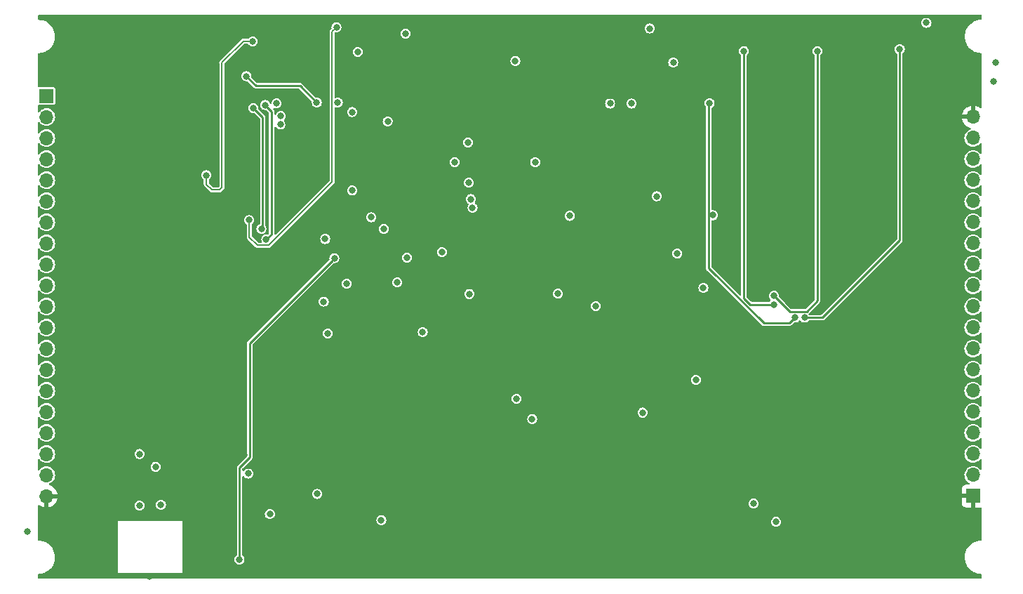
<source format=gbr>
%TF.GenerationSoftware,KiCad,Pcbnew,(6.0.6)*%
%TF.CreationDate,2023-08-16T17:32:26+09:00*%
%TF.ProjectId,TestBoard,54657374-426f-4617-9264-2e6b69636164,rev?*%
%TF.SameCoordinates,PX6c56600PY7f867c0*%
%TF.FileFunction,Copper,L4,Bot*%
%TF.FilePolarity,Positive*%
%FSLAX46Y46*%
G04 Gerber Fmt 4.6, Leading zero omitted, Abs format (unit mm)*
G04 Created by KiCad (PCBNEW (6.0.6)) date 2023-08-16 17:32:26*
%MOMM*%
%LPD*%
G01*
G04 APERTURE LIST*
%TA.AperFunction,ComponentPad*%
%ADD10R,1.700000X1.700000*%
%TD*%
%TA.AperFunction,ComponentPad*%
%ADD11O,1.700000X1.700000*%
%TD*%
%TA.AperFunction,ViaPad*%
%ADD12C,0.800000*%
%TD*%
%TA.AperFunction,Conductor*%
%ADD13C,0.200000*%
%TD*%
%TA.AperFunction,Conductor*%
%ADD14C,0.250000*%
%TD*%
G04 APERTURE END LIST*
D10*
%TO.P,J3,1,Pin_1*%
%TO.N,GND*%
X115900000Y10480000D03*
D11*
%TO.P,J3,2,Pin_2*%
%TO.N,Net-(J3-Pad2)*%
X115900000Y13020000D03*
%TO.P,J3,3,Pin_3*%
%TO.N,Net-(J3-Pad3)*%
X115900000Y15560000D03*
%TO.P,J3,4,Pin_4*%
%TO.N,Net-(J3-Pad4)*%
X115900000Y18100000D03*
%TO.P,J3,5,Pin_5*%
%TO.N,Net-(J3-Pad5)*%
X115900000Y20640000D03*
%TO.P,J3,6,Pin_6*%
%TO.N,Net-(J3-Pad6)*%
X115900000Y23180000D03*
%TO.P,J3,7,Pin_7*%
%TO.N,Net-(J3-Pad7)*%
X115900000Y25720000D03*
%TO.P,J3,8,Pin_8*%
%TO.N,Net-(J3-Pad8)*%
X115900000Y28260000D03*
%TO.P,J3,9,Pin_9*%
%TO.N,Net-(J3-Pad9)*%
X115900000Y30800000D03*
%TO.P,J3,10,Pin_10*%
%TO.N,Net-(J3-Pad10)*%
X115900000Y33340000D03*
%TO.P,J3,11,Pin_11*%
%TO.N,Net-(J3-Pad11)*%
X115900000Y35880000D03*
%TO.P,J3,12,Pin_12*%
%TO.N,Net-(J3-Pad12)*%
X115900000Y38420000D03*
%TO.P,J3,13,Pin_13*%
%TO.N,Net-(J3-Pad13)*%
X115900000Y40960000D03*
%TO.P,J3,14,Pin_14*%
%TO.N,Net-(J3-Pad14)*%
X115900000Y43500000D03*
%TO.P,J3,15,Pin_15*%
%TO.N,Net-(J3-Pad15)*%
X115900000Y46040000D03*
%TO.P,J3,16,Pin_16*%
%TO.N,Net-(J3-Pad16)*%
X115900000Y48580000D03*
%TO.P,J3,17,Pin_17*%
%TO.N,Net-(J3-Pad17)*%
X115900000Y51120000D03*
%TO.P,J3,18,Pin_18*%
%TO.N,Net-(J3-Pad18)*%
X115900000Y53660000D03*
%TO.P,J3,19,Pin_19*%
%TO.N,GND*%
X115900000Y56200000D03*
%TD*%
D10*
%TO.P,J4,1,Pin_1*%
%TO.N,Net-(J4-Pad1)*%
X4090000Y58723800D03*
D11*
%TO.P,J4,2,Pin_2*%
%TO.N,Net-(J4-Pad2)*%
X4090000Y56183800D03*
%TO.P,J4,3,Pin_3*%
%TO.N,Net-(J4-Pad3)*%
X4090000Y53643800D03*
%TO.P,J4,4,Pin_4*%
%TO.N,Net-(J4-Pad4)*%
X4090000Y51103800D03*
%TO.P,J4,5,Pin_5*%
%TO.N,Net-(J4-Pad5)*%
X4090000Y48563800D03*
%TO.P,J4,6,Pin_6*%
%TO.N,Net-(J4-Pad6)*%
X4090000Y46023800D03*
%TO.P,J4,7,Pin_7*%
%TO.N,Net-(J4-Pad7)*%
X4090000Y43483800D03*
%TO.P,J4,8,Pin_8*%
%TO.N,Net-(J4-Pad8)*%
X4090000Y40943800D03*
%TO.P,J4,9,Pin_9*%
%TO.N,Net-(J4-Pad9)*%
X4090000Y38403800D03*
%TO.P,J4,10,Pin_10*%
%TO.N,Net-(J4-Pad10)*%
X4090000Y35863800D03*
%TO.P,J4,11,Pin_11*%
%TO.N,Net-(J4-Pad11)*%
X4090000Y33323800D03*
%TO.P,J4,12,Pin_12*%
%TO.N,Net-(J4-Pad12)*%
X4090000Y30783800D03*
%TO.P,J4,13,Pin_13*%
%TO.N,Net-(J4-Pad13)*%
X4090000Y28243800D03*
%TO.P,J4,14,Pin_14*%
%TO.N,Net-(J4-Pad14)*%
X4090000Y25703800D03*
%TO.P,J4,15,Pin_15*%
%TO.N,Net-(J4-Pad15)*%
X4090000Y23163800D03*
%TO.P,J4,16,Pin_16*%
%TO.N,Net-(J4-Pad16)*%
X4090000Y20623800D03*
%TO.P,J4,17,Pin_17*%
%TO.N,Net-(J4-Pad17)*%
X4090000Y18083800D03*
%TO.P,J4,18,Pin_18*%
%TO.N,Net-(J4-Pad18)*%
X4090000Y15543800D03*
%TO.P,J4,19,Pin_19*%
%TO.N,Net-(J4-Pad19)*%
X4090000Y13003800D03*
%TO.P,J4,20,Pin_20*%
%TO.N,GND*%
X4090000Y10463800D03*
%TD*%
D12*
%TO.N,GND*%
X75220000Y38120000D03*
X69960000Y38380000D03*
X45220000Y39080000D03*
X16530000Y780000D03*
X16590000Y8010000D03*
X68089700Y23250900D03*
%TO.N,Net-(IC6-Pad13)*%
X28560000Y43760000D03*
X39080000Y67020000D03*
%TO.N,GND*%
X51820000Y62760000D03*
X22150000Y63810000D03*
X19530000Y62790000D03*
X35000000Y56430000D03*
X44590000Y29950000D03*
X63270000Y35580000D03*
X60490000Y34590000D03*
X81170000Y31860000D03*
X82510000Y32920000D03*
X81350000Y33330000D03*
X82710000Y34340000D03*
X62500000Y67810000D03*
X56270000Y67910000D03*
X47240000Y68000000D03*
X51270000Y68040000D03*
X42410000Y56430000D03*
X32350000Y50510000D03*
X33740000Y49160000D03*
X33560000Y51030000D03*
X32498436Y52000252D03*
X32500000Y53410000D03*
X26570000Y57370000D03*
X28970000Y54750000D03*
X26554357Y58673576D03*
X27450000Y56150000D03*
X24420000Y60580000D03*
X23860000Y59410000D03*
X22740000Y60810000D03*
X14419641Y64071215D03*
X11740000Y64280000D03*
X5760000Y64200000D03*
X9567810Y63987563D03*
X7430000Y64660000D03*
X10948072Y65493303D03*
X8480000Y66000000D03*
X5970763Y65451477D03*
X6010000Y67790000D03*
X7640000Y67290000D03*
X9740000Y67000000D03*
X39570000Y62010000D03*
X40200000Y63120000D03*
X56620000Y63630000D03*
X46220000Y64220000D03*
X47890000Y62460000D03*
X46420000Y61930000D03*
X48140000Y64190000D03*
X46950000Y63320000D03*
X48650000Y54930000D03*
X49680000Y46730000D03*
X48900000Y48210000D03*
X48650000Y51720000D03*
X42650000Y47250000D03*
X42780000Y45720000D03*
X39310000Y32000000D03*
X44250000Y31810000D03*
X44380000Y33540000D03*
X54160000Y29230000D03*
X49790000Y27630000D03*
X42280000Y28850000D03*
X41360000Y26260000D03*
X39630000Y29240000D03*
X42194498Y27456523D03*
X36090000Y27010000D03*
X34441941Y23848912D03*
X31002904Y22714959D03*
X29790000Y19310000D03*
X32790000Y23200000D03*
X35980000Y20090000D03*
X33200000Y18430000D03*
X35040000Y16420000D03*
X33370000Y15360000D03*
X35930000Y18260000D03*
X36153514Y21549568D03*
X34370000Y19290000D03*
X32444930Y16948694D03*
X26840000Y17790000D03*
X30800000Y20960000D03*
X26075768Y14659568D03*
X26050000Y12620000D03*
X23430000Y12350000D03*
X25770000Y16420000D03*
X21670000Y7470000D03*
X21470000Y3640000D03*
X11400000Y2000000D03*
X11146522Y4175479D03*
X10979218Y6015828D03*
X9100000Y5010000D03*
X9600000Y1410000D03*
X9222520Y3255304D03*
X6800000Y1460000D03*
X8140000Y6270000D03*
X3660000Y6310000D03*
X7005736Y3924522D03*
X1819296Y6224959D03*
X5790000Y5930000D03*
X21534369Y12513018D03*
X20251702Y10505364D03*
X20307470Y8637130D03*
X28840000Y9450000D03*
X24740000Y1320000D03*
X22400000Y5310000D03*
X21870000Y1460000D03*
X26800000Y1400000D03*
X39150459Y1233276D03*
X45680000Y1600000D03*
X40770000Y1540000D03*
X37610000Y1630000D03*
X31890000Y1560000D03*
X29451843Y1540712D03*
X28800000Y3570000D03*
X30770000Y3600000D03*
X31870000Y5840000D03*
X32640000Y7390000D03*
X33460000Y9330000D03*
X86680000Y57720000D03*
X84970000Y59890000D03*
X81810000Y59580000D03*
X42730000Y7120000D03*
X40780000Y7600000D03*
X37430000Y7250000D03*
X36990000Y8520000D03*
X43450000Y14520000D03*
X40400000Y12970000D03*
X39160000Y13440000D03*
X43016945Y23794002D03*
X42960000Y22200000D03*
X42654452Y20670985D03*
X41399668Y21256551D03*
X41734277Y23124784D03*
X41900000Y24350000D03*
X54940000Y22990000D03*
X64420000Y18430000D03*
X57830000Y16120000D03*
X55720000Y21370000D03*
X55340000Y17820000D03*
X52620000Y14930000D03*
X53320000Y16720000D03*
X51790000Y17530000D03*
X49820869Y17441744D03*
X49990000Y14930000D03*
X47690000Y17270000D03*
X47350000Y14850000D03*
X51201131Y15936003D03*
X48570000Y16230000D03*
X46220000Y15810000D03*
X46270000Y17610000D03*
X51540000Y11710000D03*
X50280000Y11880000D03*
X51570000Y9650000D03*
X51290000Y7700000D03*
X50282750Y9203018D03*
X53840000Y3210000D03*
X50520000Y1840000D03*
X50410000Y5640000D03*
X50830000Y4210000D03*
X51970000Y3130000D03*
X53530000Y1590000D03*
X57880000Y1790000D03*
X55930000Y2710000D03*
X59890000Y1730000D03*
X58730000Y3600000D03*
X61660220Y3631914D03*
X64140000Y1400000D03*
X70420000Y1650000D03*
X67540000Y1350000D03*
X73820000Y3380000D03*
X72906734Y1943687D03*
X69470000Y3110000D03*
X65140000Y3040000D03*
X65210000Y7220000D03*
X59698091Y7096518D03*
X60450961Y5548952D03*
X61287483Y7431127D03*
X63169659Y7180171D03*
X63713399Y4754255D03*
X64048008Y9480608D03*
X61287483Y9313303D03*
X59280000Y9100000D03*
X59190000Y11800000D03*
X59380000Y13360000D03*
X57265299Y13162291D03*
X66110000Y11930000D03*
X64830000Y13130000D03*
X76010000Y15650000D03*
X71970000Y14060000D03*
X69430000Y13440000D03*
X73250000Y15650000D03*
X70491361Y15256698D03*
X67620000Y15280000D03*
X85340000Y7560000D03*
X79930000Y12720000D03*
X74410000Y11830000D03*
X74100000Y7930000D03*
X73151674Y9153570D03*
X77840000Y12580000D03*
X77750000Y8340000D03*
X82240000Y6890000D03*
X80210000Y4970000D03*
X76140000Y5280000D03*
X73630000Y4860000D03*
X75772778Y3325796D03*
X76270000Y1460000D03*
X79230000Y2020000D03*
X81350000Y3130000D03*
X78200000Y4130000D03*
X81990000Y8790000D03*
X82210000Y1350000D03*
X82350000Y4690000D03*
X84300000Y3050000D03*
X84160000Y6200000D03*
X83940000Y8400000D03*
X86228316Y8985741D03*
X88486927Y1819531D03*
X88320000Y4360000D03*
X86810000Y6530000D03*
X86367736Y3771417D03*
X86284084Y1512806D03*
X90830000Y1320000D03*
X95260000Y1290000D03*
X90100000Y2820000D03*
X90100000Y4380000D03*
X90830000Y6030000D03*
X88770000Y5920000D03*
X91070000Y8540000D03*
X115070000Y62860000D03*
X118590000Y62780000D03*
X118390119Y60461942D03*
X115680000Y6250000D03*
X105137178Y8074484D03*
X97460000Y2740000D03*
X93611766Y3463653D03*
X93140000Y1710000D03*
X95229043Y2878087D03*
X92070000Y3970000D03*
X103030000Y2300000D03*
X99390000Y3680000D03*
X98135919Y1543036D03*
X101020000Y4220000D03*
X101360000Y1380000D03*
X104033403Y3634343D03*
X105290000Y1540000D03*
X107300000Y3720000D03*
X107710000Y1250000D03*
X109850000Y3630000D03*
X111390000Y1330000D03*
X113067847Y2839646D03*
X113990000Y5600000D03*
X111269323Y5600171D03*
X108090537Y5474692D03*
X102740000Y5810000D03*
X105460000Y5890000D03*
X103200000Y7650000D03*
X100938270Y6813128D03*
X98220000Y8150000D03*
X100190000Y8570000D03*
X102320000Y9990000D03*
X65880000Y28250000D03*
X65970000Y32300000D03*
X99240000Y10730000D03*
X101340000Y12010000D03*
X97350000Y9640000D03*
X96874609Y12598317D03*
X99500000Y13600000D03*
X94760000Y11650000D03*
X95120000Y14750000D03*
X97520000Y14910000D03*
X93780000Y13660000D03*
X93640000Y16200000D03*
X96150000Y16390000D03*
X90955160Y17327415D03*
X93185887Y19920635D03*
X93970000Y18160000D03*
X91790000Y19170000D03*
X88890000Y15990000D03*
X88835970Y17662024D03*
X89840000Y18640000D03*
X91480000Y20420000D03*
X82785124Y17383184D03*
X85690000Y17380000D03*
X89086927Y20171592D03*
X91210000Y22460000D03*
X91100000Y24890000D03*
X89300000Y28490000D03*
X88600000Y25510000D03*
X82590000Y19870000D03*
X80910000Y19930000D03*
X81639714Y21045622D03*
X79970000Y21050000D03*
X79440000Y22160000D03*
X90520000Y26300000D03*
X89010000Y26800000D03*
X83810000Y31240000D03*
X81470000Y27490000D03*
X79920000Y24420000D03*
X84390000Y24980000D03*
X84350000Y26910000D03*
X73290000Y24210000D03*
X74740000Y24020000D03*
X76130000Y25510000D03*
X63430000Y23370000D03*
X66050000Y25470000D03*
X54180000Y27640000D03*
X54260000Y30680000D03*
X53570000Y36740000D03*
X52480000Y37930000D03*
X66280000Y41540000D03*
X81970432Y43491942D03*
%TO.N,Net-(IC5-Pad12)*%
X84510000Y44350000D03*
%TO.N,GND*%
X85510000Y49910000D03*
X82220000Y46370000D03*
X60700000Y59120000D03*
X62370956Y59395566D03*
X62450000Y61400000D03*
X62210000Y64700000D03*
X61290000Y66750000D03*
X56180000Y66500000D03*
X54970000Y63370000D03*
X57093247Y61789108D03*
X56930000Y59140000D03*
X56563449Y56881509D03*
X55920000Y55150000D03*
X66100000Y50650000D03*
X72750000Y41610000D03*
X67020000Y46800000D03*
X73970000Y42870000D03*
X73510000Y44710000D03*
X73340000Y46590000D03*
X78650000Y55750000D03*
X78690000Y49730000D03*
X78650000Y51690000D03*
X68950000Y48090000D03*
X73840000Y48780000D03*
X67030000Y52260000D03*
X66380000Y58930000D03*
X67640000Y61290000D03*
X66990000Y62390000D03*
X67067053Y63966244D03*
X67390000Y67290000D03*
X84910000Y62190000D03*
X89950000Y57700000D03*
X92267313Y62277507D03*
X93580000Y63480000D03*
X86520000Y62670000D03*
X85128988Y63727480D03*
X83344406Y62723653D03*
X114150000Y67700000D03*
X104860000Y67780000D03*
X100300000Y67740000D03*
X109250000Y60550000D03*
X89430000Y52980000D03*
X93070000Y59040000D03*
X85330000Y55280000D03*
X85300000Y53010000D03*
X81750000Y50130000D03*
X81370000Y53220000D03*
X80700000Y55400000D03*
X95670000Y67820000D03*
X91160000Y67900000D03*
X80780000Y65770000D03*
X55270000Y64980000D03*
X66810000Y60250000D03*
X67030000Y65470000D03*
X69741030Y55355125D03*
X74467382Y53807558D03*
X74718339Y51548947D03*
X71830000Y50380000D03*
X70995814Y47491813D03*
X66980000Y48700000D03*
X69657378Y52887383D03*
X68779029Y51130686D03*
X71999641Y52678253D03*
X71999641Y54560428D03*
X67690000Y54730000D03*
X90150000Y54600000D03*
X86011393Y51214338D03*
X86555133Y54644081D03*
X90528615Y59454085D03*
X101930000Y61580000D03*
X104327856Y60853855D03*
X99726982Y60351942D03*
X102933652Y62861509D03*
X111658518Y60626348D03*
X115115885Y60875997D03*
X113290000Y63210000D03*
X109970000Y62400000D03*
X62411100Y56280200D03*
X60363100Y53580000D03*
X27127100Y66832800D03*
X72209400Y62314900D03*
X81884000Y39972500D03*
%TO.N,Net-(IC6-Pad12)*%
X29048250Y57281750D03*
%TO.N,Net-(IC6-Pad11)*%
X30610000Y41410000D03*
%TO.N,Net-(IC6-Pad12)*%
X30020000Y42710000D03*
%TO.N,+5VD*%
X28225000Y61105000D03*
%TO.N,Net-(C22-Pad1)*%
X54945800Y53133300D03*
X45265000Y55663500D03*
%TO.N,Net-(FL1-Pad3)*%
X44789300Y42695700D03*
X55106600Y34852800D03*
%TO.N,Net-(U26-Pad1)*%
X47581800Y39232500D03*
X65812500Y34892400D03*
%TO.N,Net-(IC6-Pad28)*%
X15310000Y9330000D03*
X15310000Y15550000D03*
%TO.N,Net-(IC6-Pad29)*%
X17900000Y9420000D03*
X17260000Y14020000D03*
%TO.N,Net-(IC6-Pad35)*%
X55500400Y45251400D03*
X46407400Y36242700D03*
%TO.N,Net-(IC6-Pad36)*%
X67257500Y44272600D03*
X51794500Y39898000D03*
%TO.N,Net-(IC4-Pad3)*%
X40957300Y56786700D03*
X32308900Y55278700D03*
%TO.N,Net-(IC3-Pad4)*%
X27380000Y2840000D03*
X38828300Y39174500D03*
%TO.N,Net-(Q1-Pad1)*%
X70378300Y33394700D03*
X63052500Y50741800D03*
%TO.N,Net-(Q2-Pad1)*%
X55295000Y46287600D03*
X43292500Y44093200D03*
%TO.N,Net-(C20-Pad1)*%
X55045400Y48270000D03*
X53346300Y50751800D03*
%TO.N,Net-(R21-Pad1)*%
X38044100Y30101100D03*
X40960400Y47322000D03*
%TO.N,Net-(R19-Pad2)*%
X92122700Y7364900D03*
X77740800Y46628600D03*
%TO.N,Net-(IC5-Pad10)*%
X88250700Y64141400D03*
X91860000Y33590000D03*
%TO.N,Net-(IC6-Pad40)*%
X32365100Y56294800D03*
X37720000Y41480000D03*
%TO.N,Net-(IC5-Pad40)*%
X110270900Y67549100D03*
X76880000Y66866000D03*
X83355100Y35578900D03*
%TO.N,+5C*%
X28420000Y13189100D03*
X41647300Y64039400D03*
%TO.N,+5P*%
X36746100Y10738900D03*
X89410000Y9580000D03*
X82450000Y24485000D03*
X80207500Y39732500D03*
X74699800Y57811300D03*
%TO.N,+5VD*%
X36702700Y57934900D03*
X40311600Y36092400D03*
%TO.N,Net-(IC5-Pad11)*%
X97120400Y64130300D03*
X72100200Y57811300D03*
X91881001Y34621001D03*
%TO.N,Net-(IC6-Pad12)*%
X39241300Y57934900D03*
X47418200Y66252100D03*
%TO.N,Net-(IC5-Pad12)*%
X84103500Y57868100D03*
X94410000Y31996700D03*
%TO.N,Net-(IC6-Pad10)*%
X23370000Y49170000D03*
X28970000Y65310000D03*
%TO.N,Net-(C3-Pad1)*%
X44493500Y7585600D03*
X49485000Y30245000D03*
X60810100Y22223500D03*
%TO.N,Net-(IC6-Pad11)*%
X30460000Y57635500D03*
%TO.N,Net-(IC5-Pad13)*%
X107053200Y64364900D03*
X79717200Y62745700D03*
X95560000Y31996700D03*
%TO.N,Net-(IC6-Pad30)*%
X37540600Y33924700D03*
X31852300Y57842500D03*
%TO.N,+BATT*%
X60663300Y62964800D03*
X62696200Y19781400D03*
X76009400Y20544400D03*
X31043700Y8298600D03*
%TO.N,GND*%
X37756800Y19740500D03*
X96060000Y41460900D03*
X39440000Y25378100D03*
X25846900Y33862000D03*
X42640000Y17001900D03*
X33000000Y67514700D03*
X49760000Y26290000D03*
X38807000Y35875000D03*
X24666900Y9490000D03*
X27902800Y15448400D03*
X36320000Y14724000D03*
X41648300Y65137900D03*
X51532300Y47019700D03*
X45218700Y6850000D03*
X47638700Y1295000D03*
X57254700Y48329300D03*
X32426400Y25321600D03*
X45970500Y60245000D03*
%TD*%
D13*
%TO.N,Net-(IC6-Pad10)*%
X24040000Y47400000D02*
X24980000Y47400000D01*
X25240000Y62730000D02*
X25240000Y47660000D01*
X23370000Y48070000D02*
X24040000Y47400000D01*
X23370000Y49170000D02*
X23370000Y48070000D01*
X24980000Y47400000D02*
X25240000Y47660000D01*
X27820000Y65310000D02*
X25240000Y62730000D01*
X28970000Y65310000D02*
X27820000Y65310000D01*
D14*
%TO.N,Net-(IC6-Pad12)*%
X30180000Y42870000D02*
X30180000Y56150000D01*
X30180000Y56150000D02*
X29048250Y57281750D01*
X30020000Y42710000D02*
X30180000Y42870000D01*
D13*
%TO.N,Net-(IC6-Pad13)*%
X38540000Y48350050D02*
X38540000Y66480000D01*
X29550000Y40710000D02*
X30899950Y40710000D01*
X30899950Y40710000D02*
X38540000Y48350050D01*
X28560000Y41700000D02*
X29550000Y40710000D01*
X38540000Y66480000D02*
X39080000Y67020000D01*
X28560000Y43760000D02*
X28560000Y41700000D01*
D14*
%TO.N,Net-(IC6-Pad11)*%
X31240000Y42040000D02*
X31240000Y56855500D01*
X31240000Y56855500D02*
X30460000Y57635500D01*
X30610000Y41410000D02*
X31240000Y42040000D01*
%TO.N,Net-(IC5-Pad13)*%
X97726600Y31996700D02*
X107053200Y41323300D01*
X107053200Y41323300D02*
X107053200Y64364900D01*
X95560000Y31996700D02*
X97726600Y31996700D01*
%TO.N,Net-(IC5-Pad12)*%
X94410000Y31996700D02*
X93728400Y31315100D01*
X93728400Y31315100D02*
X90639500Y31315100D01*
X83991700Y37962900D02*
X83991700Y57756300D01*
X90639500Y31315100D02*
X83991700Y37962900D01*
%TO.N,Net-(IC5-Pad10)*%
X89001300Y33590000D02*
X88250700Y34340600D01*
X91860000Y33590000D02*
X89001300Y33590000D01*
X88250700Y34340600D02*
X88250700Y64141400D01*
%TO.N,Net-(IC5-Pad11)*%
X93780802Y32721200D02*
X95807400Y32721200D01*
X91881001Y34621001D02*
X93780802Y32721200D01*
X97120400Y34034200D02*
X97120400Y64130300D01*
X95807400Y32721200D02*
X97120400Y34034200D01*
%TO.N,+5VD*%
X28225000Y61105000D02*
X29380000Y59950000D01*
X34687600Y59950000D02*
X36702700Y57934900D01*
X29380000Y59950000D02*
X34687600Y59950000D01*
%TO.N,Net-(IC3-Pad4)*%
X27385600Y2845600D02*
X27385600Y13905700D01*
X28627900Y15148000D02*
X27385600Y13905700D01*
X38575299Y38879499D02*
X28627900Y28932100D01*
X28627900Y28932100D02*
X28627900Y15148000D01*
%TD*%
%TA.AperFunction,Conductor*%
%TO.N,GND*%
G36*
X116892121Y68479998D02*
G01*
X116938614Y68426342D01*
X116950000Y68374000D01*
X116950000Y68025137D01*
X116929998Y67957016D01*
X116876342Y67910523D01*
X116830924Y67899327D01*
X116806087Y67897960D01*
X116653136Y67889543D01*
X116653129Y67889542D01*
X116648693Y67889298D01*
X116370906Y67834043D01*
X116103675Y67740198D01*
X115852333Y67609636D01*
X115848718Y67607053D01*
X115848712Y67607049D01*
X115625516Y67447551D01*
X115625512Y67447548D01*
X115621895Y67444963D01*
X115416959Y67249463D01*
X115241613Y67027038D01*
X115232769Y67011812D01*
X115101591Y66785973D01*
X115101588Y66785967D01*
X115099357Y66782126D01*
X115097687Y66778003D01*
X115001034Y66539378D01*
X114993028Y66519613D01*
X114991957Y66515300D01*
X114991955Y66515295D01*
X114952269Y66355529D01*
X114924748Y66244737D01*
X114924294Y66240309D01*
X114924294Y66240307D01*
X114917917Y66178070D01*
X114895880Y65962982D01*
X114896055Y65958530D01*
X114903302Y65774098D01*
X114907000Y65679971D01*
X114907800Y65675591D01*
X114939529Y65501861D01*
X114957885Y65401350D01*
X115047521Y65132678D01*
X115049513Y65128691D01*
X115049514Y65128689D01*
X115138289Y64951022D01*
X115174118Y64879316D01*
X115233649Y64793182D01*
X115321595Y64665936D01*
X115335152Y64646320D01*
X115355374Y64624444D01*
X115495640Y64472705D01*
X115527408Y64438338D01*
X115530862Y64435526D01*
X115743595Y64262335D01*
X115743599Y64262332D01*
X115747052Y64259521D01*
X115750874Y64257220D01*
X115975288Y64122112D01*
X115989700Y64113435D01*
X116111028Y64062059D01*
X116246412Y64004731D01*
X116246415Y64004730D01*
X116250510Y64002996D01*
X116254802Y64001858D01*
X116254805Y64001857D01*
X116519983Y63931546D01*
X116519987Y63931545D01*
X116524280Y63930407D01*
X116528689Y63929885D01*
X116528695Y63929884D01*
X116713422Y63908021D01*
X116805546Y63897117D01*
X116821031Y63897482D01*
X116889604Y63879091D01*
X116937348Y63826545D01*
X116950000Y63771517D01*
X116950000Y57361345D01*
X116929998Y57293224D01*
X116876342Y57246731D01*
X116806068Y57236627D01*
X116745908Y57262463D01*
X116658140Y57331778D01*
X116649552Y57337483D01*
X116463117Y57440401D01*
X116453705Y57444631D01*
X116252959Y57515720D01*
X116242988Y57518354D01*
X116171837Y57531028D01*
X116158540Y57529568D01*
X116154000Y57515011D01*
X116154000Y56072000D01*
X116133998Y56003879D01*
X116080342Y55957386D01*
X116028000Y55946000D01*
X114583225Y55946000D01*
X114569694Y55942027D01*
X114568257Y55932034D01*
X114598565Y55797554D01*
X114601645Y55787725D01*
X114681770Y55590397D01*
X114686413Y55581206D01*
X114797694Y55399612D01*
X114803777Y55391301D01*
X114943213Y55230333D01*
X114950580Y55223117D01*
X115114434Y55087084D01*
X115122881Y55081169D01*
X115306756Y54973721D01*
X115316042Y54969271D01*
X115515001Y54893297D01*
X115529866Y54888978D01*
X115529289Y54886992D01*
X115584260Y54857918D01*
X115619110Y54796064D01*
X115614988Y54725187D01*
X115573201Y54667791D01*
X115531930Y54646772D01*
X115510489Y54640462D01*
X115510484Y54640460D01*
X115504572Y54638720D01*
X115322002Y54543274D01*
X115317201Y54539414D01*
X115317198Y54539412D01*
X115291709Y54518918D01*
X115161447Y54414185D01*
X115029024Y54256370D01*
X115026056Y54250972D01*
X115026053Y54250967D01*
X115010409Y54222510D01*
X114929776Y54075838D01*
X114867484Y53879468D01*
X114866798Y53873351D01*
X114866797Y53873347D01*
X114864709Y53854732D01*
X114844520Y53674738D01*
X114861759Y53469447D01*
X114863458Y53463522D01*
X114915545Y53281874D01*
X114918544Y53271414D01*
X114921359Y53265937D01*
X114921360Y53265934D01*
X115009897Y53093659D01*
X115012712Y53088182D01*
X115140677Y52926730D01*
X115297564Y52793209D01*
X115477398Y52692703D01*
X115572238Y52661887D01*
X115667471Y52630944D01*
X115667475Y52630943D01*
X115673329Y52629041D01*
X115877894Y52604649D01*
X115884029Y52605121D01*
X115884031Y52605121D01*
X115940039Y52609431D01*
X116083300Y52620454D01*
X116089230Y52622110D01*
X116089232Y52622110D01*
X116275797Y52674200D01*
X116275796Y52674200D01*
X116281725Y52675855D01*
X116287214Y52678628D01*
X116287220Y52678630D01*
X116460116Y52765967D01*
X116465610Y52768742D01*
X116476192Y52777009D01*
X116623101Y52891787D01*
X116627951Y52895576D01*
X116637411Y52906535D01*
X116728618Y53012201D01*
X116788271Y53050698D01*
X116859267Y53050834D01*
X116919067Y53012564D01*
X116948683Y52948040D01*
X116950000Y52929870D01*
X116950000Y51848601D01*
X116929998Y51780480D01*
X116876342Y51733987D01*
X116806068Y51723883D01*
X116741488Y51753377D01*
X116726357Y51768965D01*
X116652906Y51859025D01*
X116652903Y51859028D01*
X116649011Y51863800D01*
X116514607Y51974989D01*
X116495025Y51991189D01*
X116495021Y51991191D01*
X116490275Y51995118D01*
X116309055Y52093103D01*
X116112254Y52154023D01*
X116106129Y52154667D01*
X116106128Y52154667D01*
X115913498Y52174913D01*
X115913496Y52174913D01*
X115907369Y52175557D01*
X115820529Y52167654D01*
X115708342Y52157445D01*
X115708339Y52157444D01*
X115702203Y52156886D01*
X115504572Y52098720D01*
X115322002Y52003274D01*
X115317201Y51999414D01*
X115317198Y51999412D01*
X115291709Y51978918D01*
X115161447Y51874185D01*
X115029024Y51716370D01*
X115026056Y51710972D01*
X115026053Y51710967D01*
X115010409Y51682510D01*
X114929776Y51535838D01*
X114867484Y51339468D01*
X114866798Y51333351D01*
X114866797Y51333347D01*
X114849606Y51180082D01*
X114844520Y51134738D01*
X114861759Y50929447D01*
X114863458Y50923522D01*
X114910351Y50759988D01*
X114918544Y50731414D01*
X114921359Y50725937D01*
X114921360Y50725934D01*
X114997691Y50577409D01*
X115012712Y50548182D01*
X115140677Y50386730D01*
X115297564Y50253209D01*
X115477398Y50152703D01*
X115572238Y50121887D01*
X115667471Y50090944D01*
X115667475Y50090943D01*
X115673329Y50089041D01*
X115877894Y50064649D01*
X115884029Y50065121D01*
X115884031Y50065121D01*
X115940039Y50069431D01*
X116083300Y50080454D01*
X116089230Y50082110D01*
X116089232Y50082110D01*
X116275797Y50134200D01*
X116275796Y50134200D01*
X116281725Y50135855D01*
X116287214Y50138628D01*
X116287220Y50138630D01*
X116460116Y50225967D01*
X116465610Y50228742D01*
X116476192Y50237009D01*
X116623101Y50351787D01*
X116627951Y50355576D01*
X116637411Y50366535D01*
X116728618Y50472201D01*
X116788271Y50510698D01*
X116859267Y50510834D01*
X116919067Y50472564D01*
X116948683Y50408040D01*
X116950000Y50389870D01*
X116950000Y49308601D01*
X116929998Y49240480D01*
X116876342Y49193987D01*
X116806068Y49183883D01*
X116741488Y49213377D01*
X116726357Y49228965D01*
X116652906Y49319025D01*
X116652903Y49319028D01*
X116649011Y49323800D01*
X116514607Y49434989D01*
X116495025Y49451189D01*
X116495021Y49451191D01*
X116490275Y49455118D01*
X116309055Y49553103D01*
X116112254Y49614023D01*
X116106129Y49614667D01*
X116106128Y49614667D01*
X115913498Y49634913D01*
X115913496Y49634913D01*
X115907369Y49635557D01*
X115820529Y49627654D01*
X115708342Y49617445D01*
X115708339Y49617444D01*
X115702203Y49616886D01*
X115504572Y49558720D01*
X115322002Y49463274D01*
X115317201Y49459414D01*
X115317198Y49459412D01*
X115291709Y49438918D01*
X115161447Y49334185D01*
X115029024Y49176370D01*
X115026056Y49170972D01*
X115026053Y49170967D01*
X115010409Y49142510D01*
X114929776Y48995838D01*
X114867484Y48799468D01*
X114866798Y48793351D01*
X114866797Y48793347D01*
X114850210Y48645464D01*
X114844520Y48594738D01*
X114847118Y48563800D01*
X114858626Y48426762D01*
X114861759Y48389447D01*
X114863458Y48383522D01*
X114899112Y48259183D01*
X114918544Y48191414D01*
X114921359Y48185937D01*
X114921360Y48185934D01*
X115009897Y48013659D01*
X115012712Y48008182D01*
X115140677Y47846730D01*
X115145370Y47842736D01*
X115145371Y47842735D01*
X115257195Y47747566D01*
X115297564Y47713209D01*
X115302942Y47710203D01*
X115302944Y47710202D01*
X115355857Y47680630D01*
X115477398Y47612703D01*
X115572238Y47581887D01*
X115667471Y47550944D01*
X115667475Y47550943D01*
X115673329Y47549041D01*
X115877894Y47524649D01*
X115884029Y47525121D01*
X115884031Y47525121D01*
X115940039Y47529431D01*
X116083300Y47540454D01*
X116089230Y47542110D01*
X116089232Y47542110D01*
X116275797Y47594200D01*
X116275796Y47594200D01*
X116281725Y47595855D01*
X116287214Y47598628D01*
X116287220Y47598630D01*
X116460116Y47685967D01*
X116465610Y47688742D01*
X116476192Y47697009D01*
X116623101Y47811787D01*
X116627951Y47815576D01*
X116637411Y47826535D01*
X116728618Y47932201D01*
X116788271Y47970698D01*
X116859267Y47970834D01*
X116919067Y47932564D01*
X116948683Y47868040D01*
X116950000Y47849870D01*
X116950000Y46768601D01*
X116929998Y46700480D01*
X116876342Y46653987D01*
X116806068Y46643883D01*
X116741488Y46673377D01*
X116726357Y46688965D01*
X116652906Y46779025D01*
X116652903Y46779028D01*
X116649011Y46783800D01*
X116631786Y46798050D01*
X116495025Y46911189D01*
X116495021Y46911191D01*
X116490275Y46915118D01*
X116309055Y47013103D01*
X116112254Y47074023D01*
X116106129Y47074667D01*
X116106128Y47074667D01*
X115913498Y47094913D01*
X115913496Y47094913D01*
X115907369Y47095557D01*
X115820529Y47087654D01*
X115708342Y47077445D01*
X115708339Y47077444D01*
X115702203Y47076886D01*
X115504572Y47018720D01*
X115322002Y46923274D01*
X115317201Y46919414D01*
X115317198Y46919412D01*
X115166254Y46798050D01*
X115161447Y46794185D01*
X115029024Y46636370D01*
X115026056Y46630972D01*
X115026053Y46630967D01*
X114943073Y46480026D01*
X114929776Y46455838D01*
X114867484Y46259468D01*
X114866798Y46253351D01*
X114866797Y46253347D01*
X114860849Y46200318D01*
X114844520Y46054738D01*
X114861759Y45849447D01*
X114863458Y45843522D01*
X114901079Y45712323D01*
X114918544Y45651414D01*
X114921359Y45645937D01*
X114921360Y45645934D01*
X114944808Y45600309D01*
X115012712Y45468182D01*
X115140677Y45306730D01*
X115145370Y45302736D01*
X115145371Y45302735D01*
X115215311Y45243212D01*
X115297564Y45173209D01*
X115477398Y45072703D01*
X115572238Y45041887D01*
X115667471Y45010944D01*
X115667475Y45010943D01*
X115673329Y45009041D01*
X115877894Y44984649D01*
X115884029Y44985121D01*
X115884031Y44985121D01*
X115940039Y44989431D01*
X116083300Y45000454D01*
X116089230Y45002110D01*
X116089232Y45002110D01*
X116275797Y45054200D01*
X116275796Y45054200D01*
X116281725Y45055855D01*
X116287214Y45058628D01*
X116287220Y45058630D01*
X116460116Y45145967D01*
X116465610Y45148742D01*
X116476192Y45157009D01*
X116623101Y45271787D01*
X116627951Y45275576D01*
X116637411Y45286535D01*
X116728618Y45392201D01*
X116788271Y45430698D01*
X116859267Y45430834D01*
X116919067Y45392564D01*
X116948683Y45328040D01*
X116950000Y45309870D01*
X116950000Y44228601D01*
X116929998Y44160480D01*
X116876342Y44113987D01*
X116806068Y44103883D01*
X116741488Y44133377D01*
X116726357Y44148965D01*
X116652906Y44239025D01*
X116652903Y44239028D01*
X116649011Y44243800D01*
X116642173Y44249457D01*
X116495025Y44371189D01*
X116495021Y44371191D01*
X116490275Y44375118D01*
X116309055Y44473103D01*
X116112254Y44534023D01*
X116106129Y44534667D01*
X116106128Y44534667D01*
X115913498Y44554913D01*
X115913496Y44554913D01*
X115907369Y44555557D01*
X115820529Y44547654D01*
X115708342Y44537445D01*
X115708339Y44537444D01*
X115702203Y44536886D01*
X115504572Y44478720D01*
X115322002Y44383274D01*
X115317201Y44379414D01*
X115317198Y44379412D01*
X115192944Y44279509D01*
X115161447Y44254185D01*
X115029024Y44096370D01*
X115026056Y44090972D01*
X115026053Y44090967D01*
X114963614Y43977389D01*
X114929776Y43915838D01*
X114867484Y43719468D01*
X114866798Y43713351D01*
X114866797Y43713347D01*
X114850569Y43568664D01*
X114844520Y43514738D01*
X114845036Y43508594D01*
X114860311Y43326695D01*
X114861759Y43309447D01*
X114863458Y43303522D01*
X114912717Y43131736D01*
X114918544Y43111414D01*
X114921359Y43105937D01*
X114921360Y43105934D01*
X114980474Y42990911D01*
X115012712Y42928182D01*
X115140677Y42766730D01*
X115145370Y42762736D01*
X115145371Y42762735D01*
X115216956Y42701812D01*
X115297564Y42633209D01*
X115477398Y42532703D01*
X115572238Y42501887D01*
X115667471Y42470944D01*
X115667475Y42470943D01*
X115673329Y42469041D01*
X115877894Y42444649D01*
X115884029Y42445121D01*
X115884031Y42445121D01*
X115940039Y42449431D01*
X116083300Y42460454D01*
X116089230Y42462110D01*
X116089232Y42462110D01*
X116275797Y42514200D01*
X116275796Y42514200D01*
X116281725Y42515855D01*
X116287214Y42518628D01*
X116287220Y42518630D01*
X116460116Y42605967D01*
X116465610Y42608742D01*
X116476192Y42617009D01*
X116546781Y42672159D01*
X116627951Y42735576D01*
X116637411Y42746535D01*
X116728618Y42852201D01*
X116788271Y42890698D01*
X116859267Y42890834D01*
X116919067Y42852564D01*
X116948683Y42788040D01*
X116950000Y42769870D01*
X116950000Y41688601D01*
X116929998Y41620480D01*
X116876342Y41573987D01*
X116806068Y41563883D01*
X116741488Y41593377D01*
X116726357Y41608965D01*
X116652906Y41699025D01*
X116652903Y41699028D01*
X116649011Y41703800D01*
X116642173Y41709457D01*
X116495025Y41831189D01*
X116495021Y41831191D01*
X116490275Y41835118D01*
X116309055Y41933103D01*
X116112254Y41994023D01*
X116106129Y41994667D01*
X116106128Y41994667D01*
X115913498Y42014913D01*
X115913496Y42014913D01*
X115907369Y42015557D01*
X115820989Y42007696D01*
X115708342Y41997445D01*
X115708339Y41997444D01*
X115702203Y41996886D01*
X115504572Y41938720D01*
X115322002Y41843274D01*
X115317201Y41839414D01*
X115317198Y41839412D01*
X115167923Y41719392D01*
X115161447Y41714185D01*
X115029024Y41556370D01*
X115026056Y41550972D01*
X115026053Y41550967D01*
X114954726Y41421222D01*
X114929776Y41375838D01*
X114867484Y41179468D01*
X114866798Y41173351D01*
X114866797Y41173347D01*
X114853034Y41050641D01*
X114844520Y40974738D01*
X114861759Y40769447D01*
X114918544Y40571414D01*
X114921359Y40565937D01*
X114921360Y40565934D01*
X115002451Y40408148D01*
X115012712Y40388182D01*
X115140677Y40226730D01*
X115145370Y40222736D01*
X115145371Y40222735D01*
X115171097Y40200841D01*
X115297564Y40093209D01*
X115477398Y39992703D01*
X115572238Y39961887D01*
X115667471Y39930944D01*
X115667475Y39930943D01*
X115673329Y39929041D01*
X115877894Y39904649D01*
X115884029Y39905121D01*
X115884031Y39905121D01*
X115940039Y39909431D01*
X116083300Y39920454D01*
X116089230Y39922110D01*
X116089232Y39922110D01*
X116275797Y39974200D01*
X116275796Y39974200D01*
X116281725Y39975855D01*
X116287214Y39978628D01*
X116287220Y39978630D01*
X116460116Y40065967D01*
X116465610Y40068742D01*
X116476192Y40077009D01*
X116583416Y40160782D01*
X116627951Y40195576D01*
X116637411Y40206535D01*
X116728618Y40312201D01*
X116788271Y40350698D01*
X116859267Y40350834D01*
X116919067Y40312564D01*
X116948683Y40248040D01*
X116950000Y40229870D01*
X116950000Y39148601D01*
X116929998Y39080480D01*
X116876342Y39033987D01*
X116806068Y39023883D01*
X116741488Y39053377D01*
X116726357Y39068965D01*
X116652906Y39159025D01*
X116652903Y39159028D01*
X116649011Y39163800D01*
X116631786Y39178050D01*
X116495025Y39291189D01*
X116495021Y39291191D01*
X116490275Y39295118D01*
X116309055Y39393103D01*
X116112254Y39454023D01*
X116106129Y39454667D01*
X116106128Y39454667D01*
X115913498Y39474913D01*
X115913496Y39474913D01*
X115907369Y39475557D01*
X115820529Y39467654D01*
X115708342Y39457445D01*
X115708339Y39457444D01*
X115702203Y39456886D01*
X115504572Y39398720D01*
X115499107Y39395863D01*
X115468120Y39379663D01*
X115322002Y39303274D01*
X115317201Y39299414D01*
X115317198Y39299412D01*
X115172023Y39182688D01*
X115161447Y39174185D01*
X115029024Y39016370D01*
X115026056Y39010972D01*
X115026053Y39010967D01*
X114985549Y38937289D01*
X114929776Y38835838D01*
X114927913Y38829965D01*
X114870814Y38649964D01*
X114867484Y38639468D01*
X114866798Y38633351D01*
X114866797Y38633347D01*
X114861874Y38589456D01*
X114844520Y38434738D01*
X114861759Y38229447D01*
X114863458Y38223522D01*
X114910112Y38060821D01*
X114918544Y38031414D01*
X114921359Y38025937D01*
X114921360Y38025934D01*
X114950572Y37969093D01*
X115012712Y37848182D01*
X115140677Y37686730D01*
X115297564Y37553209D01*
X115477398Y37452703D01*
X115572238Y37421887D01*
X115667471Y37390944D01*
X115667475Y37390943D01*
X115673329Y37389041D01*
X115877894Y37364649D01*
X115884029Y37365121D01*
X115884031Y37365121D01*
X115940039Y37369431D01*
X116083300Y37380454D01*
X116089230Y37382110D01*
X116089232Y37382110D01*
X116275797Y37434200D01*
X116275796Y37434200D01*
X116281725Y37435855D01*
X116287214Y37438628D01*
X116287220Y37438630D01*
X116460116Y37525967D01*
X116465610Y37528742D01*
X116476192Y37537009D01*
X116623101Y37651787D01*
X116627951Y37655576D01*
X116637411Y37666535D01*
X116728618Y37772201D01*
X116788271Y37810698D01*
X116859267Y37810834D01*
X116919067Y37772564D01*
X116948683Y37708040D01*
X116950000Y37689870D01*
X116950000Y36608601D01*
X116929998Y36540480D01*
X116876342Y36493987D01*
X116806068Y36483883D01*
X116741488Y36513377D01*
X116726357Y36528965D01*
X116652906Y36619025D01*
X116652903Y36619028D01*
X116649011Y36623800D01*
X116591978Y36670982D01*
X116495025Y36751189D01*
X116495021Y36751191D01*
X116490275Y36755118D01*
X116309055Y36853103D01*
X116112254Y36914023D01*
X116106129Y36914667D01*
X116106128Y36914667D01*
X115913498Y36934913D01*
X115913496Y36934913D01*
X115907369Y36935557D01*
X115820529Y36927654D01*
X115708342Y36917445D01*
X115708339Y36917444D01*
X115702203Y36916886D01*
X115504572Y36858720D01*
X115322002Y36763274D01*
X115317201Y36759414D01*
X115317198Y36759412D01*
X115213461Y36676005D01*
X115161447Y36634185D01*
X115029024Y36476370D01*
X115026056Y36470972D01*
X115026053Y36470967D01*
X114984423Y36395241D01*
X114929776Y36295838D01*
X114867484Y36099468D01*
X114866798Y36093351D01*
X114866797Y36093347D01*
X114856398Y36000636D01*
X114844520Y35894738D01*
X114845036Y35888594D01*
X114859348Y35718164D01*
X114861759Y35689447D01*
X114863458Y35683522D01*
X114913973Y35507356D01*
X114918544Y35491414D01*
X114921359Y35485937D01*
X114921360Y35485934D01*
X114959404Y35411909D01*
X115012712Y35308182D01*
X115140677Y35146730D01*
X115145370Y35142736D01*
X115145371Y35142735D01*
X115262869Y35042737D01*
X115297564Y35013209D01*
X115302942Y35010203D01*
X115302944Y35010202D01*
X115318740Y35001374D01*
X115477398Y34912703D01*
X115572238Y34881887D01*
X115667471Y34850944D01*
X115667475Y34850943D01*
X115673329Y34849041D01*
X115877894Y34824649D01*
X115884029Y34825121D01*
X115884031Y34825121D01*
X115940039Y34829431D01*
X116083300Y34840454D01*
X116089230Y34842110D01*
X116089232Y34842110D01*
X116240024Y34884212D01*
X116281725Y34895855D01*
X116287214Y34898628D01*
X116287220Y34898630D01*
X116460116Y34985967D01*
X116465610Y34988742D01*
X116476192Y34997009D01*
X116623101Y35111787D01*
X116627951Y35115576D01*
X116637411Y35126535D01*
X116728618Y35232201D01*
X116788271Y35270698D01*
X116859267Y35270834D01*
X116919067Y35232564D01*
X116948683Y35168040D01*
X116950000Y35149870D01*
X116950000Y34068601D01*
X116929998Y34000480D01*
X116876342Y33953987D01*
X116806068Y33943883D01*
X116741488Y33973377D01*
X116726357Y33988965D01*
X116652906Y34079025D01*
X116652903Y34079028D01*
X116649011Y34083800D01*
X116644262Y34087729D01*
X116495025Y34211189D01*
X116495021Y34211191D01*
X116490275Y34215118D01*
X116309055Y34313103D01*
X116112254Y34374023D01*
X116106129Y34374667D01*
X116106128Y34374667D01*
X115913498Y34394913D01*
X115913496Y34394913D01*
X115907369Y34395557D01*
X115820529Y34387654D01*
X115708342Y34377445D01*
X115708339Y34377444D01*
X115702203Y34376886D01*
X115504572Y34318720D01*
X115322002Y34223274D01*
X115317201Y34219414D01*
X115317198Y34219412D01*
X115221892Y34142784D01*
X115161447Y34094185D01*
X115029024Y33936370D01*
X115026056Y33930972D01*
X115026053Y33930967D01*
X114963090Y33816436D01*
X114929776Y33755838D01*
X114867484Y33559468D01*
X114866798Y33553351D01*
X114866797Y33553347D01*
X114853489Y33434700D01*
X114844520Y33354738D01*
X114845877Y33338578D01*
X114860729Y33161718D01*
X114861759Y33149447D01*
X114863458Y33143522D01*
X114914242Y32966418D01*
X114918544Y32951414D01*
X114921359Y32945937D01*
X114921360Y32945934D01*
X114989773Y32812816D01*
X115012712Y32768182D01*
X115140677Y32606730D01*
X115145370Y32602736D01*
X115145371Y32602735D01*
X115269758Y32496874D01*
X115297564Y32473209D01*
X115302942Y32470203D01*
X115302944Y32470202D01*
X115363549Y32436331D01*
X115477398Y32372703D01*
X115571270Y32342202D01*
X115667471Y32310944D01*
X115667475Y32310943D01*
X115673329Y32309041D01*
X115877894Y32284649D01*
X115884029Y32285121D01*
X115884031Y32285121D01*
X115940039Y32289431D01*
X116083300Y32300454D01*
X116089230Y32302110D01*
X116089232Y32302110D01*
X116275797Y32354200D01*
X116275796Y32354200D01*
X116281725Y32355855D01*
X116287214Y32358628D01*
X116287220Y32358630D01*
X116444980Y32438321D01*
X116465610Y32448742D01*
X116476192Y32457009D01*
X116623101Y32571787D01*
X116627951Y32575576D01*
X116637411Y32586535D01*
X116728618Y32692201D01*
X116788271Y32730698D01*
X116859267Y32730834D01*
X116919067Y32692564D01*
X116948683Y32628040D01*
X116950000Y32609870D01*
X116950000Y31528601D01*
X116929998Y31460480D01*
X116876342Y31413987D01*
X116806068Y31403883D01*
X116741488Y31433377D01*
X116726357Y31448965D01*
X116652906Y31539025D01*
X116652903Y31539028D01*
X116649011Y31543800D01*
X116619253Y31568418D01*
X116495025Y31671189D01*
X116495021Y31671191D01*
X116490275Y31675118D01*
X116309055Y31773103D01*
X116112254Y31834023D01*
X116106129Y31834667D01*
X116106128Y31834667D01*
X115913498Y31854913D01*
X115913496Y31854913D01*
X115907369Y31855557D01*
X115820529Y31847654D01*
X115708342Y31837445D01*
X115708339Y31837444D01*
X115702203Y31836886D01*
X115504572Y31778720D01*
X115322002Y31683274D01*
X115317201Y31679414D01*
X115317198Y31679412D01*
X115187296Y31574968D01*
X115161447Y31554185D01*
X115029024Y31396370D01*
X115026056Y31390972D01*
X115026053Y31390967D01*
X115010409Y31362510D01*
X114929776Y31215838D01*
X114867484Y31019468D01*
X114866798Y31013351D01*
X114866797Y31013347D01*
X114863359Y30982697D01*
X114844520Y30814738D01*
X114845036Y30808594D01*
X114860822Y30620609D01*
X114861759Y30609447D01*
X114918544Y30411414D01*
X114921359Y30405937D01*
X114921360Y30405934D01*
X115004069Y30245000D01*
X115012712Y30228182D01*
X115140677Y30066730D01*
X115145370Y30062736D01*
X115145371Y30062735D01*
X115278083Y29949789D01*
X115297564Y29933209D01*
X115477398Y29832703D01*
X115572238Y29801887D01*
X115667471Y29770944D01*
X115667475Y29770943D01*
X115673329Y29769041D01*
X115877894Y29744649D01*
X115884029Y29745121D01*
X115884031Y29745121D01*
X115940039Y29749431D01*
X116083300Y29760454D01*
X116089230Y29762110D01*
X116089232Y29762110D01*
X116233642Y29802430D01*
X116281725Y29815855D01*
X116287214Y29818628D01*
X116287220Y29818630D01*
X116460116Y29905967D01*
X116465610Y29908742D01*
X116476192Y29917009D01*
X116623101Y30031787D01*
X116627951Y30035576D01*
X116637411Y30046535D01*
X116728618Y30152201D01*
X116788271Y30190698D01*
X116859267Y30190834D01*
X116919067Y30152564D01*
X116948683Y30088040D01*
X116950000Y30069870D01*
X116950000Y28988601D01*
X116929998Y28920480D01*
X116876342Y28873987D01*
X116806068Y28863883D01*
X116741488Y28893377D01*
X116726357Y28908965D01*
X116652906Y28999025D01*
X116652903Y28999028D01*
X116649011Y29003800D01*
X116644262Y29007729D01*
X116495025Y29131189D01*
X116495021Y29131191D01*
X116490275Y29135118D01*
X116309055Y29233103D01*
X116112254Y29294023D01*
X116106129Y29294667D01*
X116106128Y29294667D01*
X115913498Y29314913D01*
X115913496Y29314913D01*
X115907369Y29315557D01*
X115820529Y29307654D01*
X115708342Y29297445D01*
X115708339Y29297444D01*
X115702203Y29296886D01*
X115504572Y29238720D01*
X115322002Y29143274D01*
X115317201Y29139414D01*
X115317198Y29139412D01*
X115186454Y29034291D01*
X115161447Y29014185D01*
X115029024Y28856370D01*
X115026056Y28850972D01*
X115026053Y28850967D01*
X114967844Y28745084D01*
X114929776Y28675838D01*
X114867484Y28479468D01*
X114866798Y28473351D01*
X114866797Y28473347D01*
X114864709Y28454732D01*
X114844520Y28274738D01*
X114861759Y28069447D01*
X114918544Y27871414D01*
X114921359Y27865937D01*
X114921360Y27865934D01*
X114944808Y27820309D01*
X115012712Y27688182D01*
X115140677Y27526730D01*
X115297564Y27393209D01*
X115477398Y27292703D01*
X115572238Y27261887D01*
X115667471Y27230944D01*
X115667475Y27230943D01*
X115673329Y27229041D01*
X115877894Y27204649D01*
X115884029Y27205121D01*
X115884031Y27205121D01*
X115940039Y27209431D01*
X116083300Y27220454D01*
X116089230Y27222110D01*
X116089232Y27222110D01*
X116275797Y27274200D01*
X116275796Y27274200D01*
X116281725Y27275855D01*
X116287214Y27278628D01*
X116287220Y27278630D01*
X116460116Y27365967D01*
X116465610Y27368742D01*
X116476192Y27377009D01*
X116623101Y27491787D01*
X116627951Y27495576D01*
X116637411Y27506535D01*
X116728618Y27612201D01*
X116788271Y27650698D01*
X116859267Y27650834D01*
X116919067Y27612564D01*
X116948683Y27548040D01*
X116950000Y27529870D01*
X116950000Y26448601D01*
X116929998Y26380480D01*
X116876342Y26333987D01*
X116806068Y26323883D01*
X116741488Y26353377D01*
X116726357Y26368965D01*
X116652906Y26459025D01*
X116652903Y26459028D01*
X116649011Y26463800D01*
X116514607Y26574989D01*
X116495025Y26591189D01*
X116495021Y26591191D01*
X116490275Y26595118D01*
X116309055Y26693103D01*
X116112254Y26754023D01*
X116106129Y26754667D01*
X116106128Y26754667D01*
X115913498Y26774913D01*
X115913496Y26774913D01*
X115907369Y26775557D01*
X115820529Y26767654D01*
X115708342Y26757445D01*
X115708339Y26757444D01*
X115702203Y26756886D01*
X115504572Y26698720D01*
X115322002Y26603274D01*
X115317201Y26599414D01*
X115317198Y26599412D01*
X115291709Y26578918D01*
X115161447Y26474185D01*
X115029024Y26316370D01*
X115026056Y26310972D01*
X115026053Y26310967D01*
X115010409Y26282510D01*
X114929776Y26135838D01*
X114867484Y25939468D01*
X114866798Y25933351D01*
X114866797Y25933347D01*
X114864709Y25914732D01*
X114844520Y25734738D01*
X114861759Y25529447D01*
X114918544Y25331414D01*
X114921359Y25325937D01*
X114921360Y25325934D01*
X114944808Y25280309D01*
X115012712Y25148182D01*
X115140677Y24986730D01*
X115297564Y24853209D01*
X115477398Y24752703D01*
X115572238Y24721887D01*
X115667471Y24690944D01*
X115667475Y24690943D01*
X115673329Y24689041D01*
X115877894Y24664649D01*
X115884029Y24665121D01*
X115884031Y24665121D01*
X115940039Y24669431D01*
X116083300Y24680454D01*
X116089230Y24682110D01*
X116089232Y24682110D01*
X116275797Y24734200D01*
X116275796Y24734200D01*
X116281725Y24735855D01*
X116287214Y24738628D01*
X116287220Y24738630D01*
X116460116Y24825967D01*
X116465610Y24828742D01*
X116476192Y24837009D01*
X116623101Y24951787D01*
X116627951Y24955576D01*
X116637411Y24966535D01*
X116728618Y25072201D01*
X116788271Y25110698D01*
X116859267Y25110834D01*
X116919067Y25072564D01*
X116948683Y25008040D01*
X116950000Y24989870D01*
X116950000Y23908601D01*
X116929998Y23840480D01*
X116876342Y23793987D01*
X116806068Y23783883D01*
X116741488Y23813377D01*
X116726357Y23828965D01*
X116652906Y23919025D01*
X116652903Y23919028D01*
X116649011Y23923800D01*
X116604692Y23960464D01*
X116495025Y24051189D01*
X116495021Y24051191D01*
X116490275Y24055118D01*
X116309055Y24153103D01*
X116112254Y24214023D01*
X116106129Y24214667D01*
X116106128Y24214667D01*
X115913498Y24234913D01*
X115913496Y24234913D01*
X115907369Y24235557D01*
X115820529Y24227654D01*
X115708342Y24217445D01*
X115708339Y24217444D01*
X115702203Y24216886D01*
X115504572Y24158720D01*
X115322002Y24063274D01*
X115317201Y24059414D01*
X115317198Y24059412D01*
X115190201Y23957304D01*
X115161447Y23934185D01*
X115029024Y23776370D01*
X115026056Y23770972D01*
X115026053Y23770967D01*
X115010409Y23742510D01*
X114929776Y23595838D01*
X114867484Y23399468D01*
X114866798Y23393351D01*
X114866797Y23393347D01*
X114864709Y23374732D01*
X114844520Y23194738D01*
X114861759Y22989447D01*
X114918544Y22791414D01*
X114921359Y22785937D01*
X114921360Y22785934D01*
X114944808Y22740309D01*
X115012712Y22608182D01*
X115140677Y22446730D01*
X115297564Y22313209D01*
X115477398Y22212703D01*
X115572238Y22181887D01*
X115667471Y22150944D01*
X115667475Y22150943D01*
X115673329Y22149041D01*
X115877894Y22124649D01*
X115884029Y22125121D01*
X115884031Y22125121D01*
X115940039Y22129431D01*
X116083300Y22140454D01*
X116089230Y22142110D01*
X116089232Y22142110D01*
X116275797Y22194200D01*
X116275796Y22194200D01*
X116281725Y22195855D01*
X116287214Y22198628D01*
X116287220Y22198630D01*
X116460116Y22285967D01*
X116465610Y22288742D01*
X116476192Y22297009D01*
X116582751Y22380262D01*
X116627951Y22415576D01*
X116637411Y22426535D01*
X116728618Y22532201D01*
X116788271Y22570698D01*
X116859267Y22570834D01*
X116919067Y22532564D01*
X116948683Y22468040D01*
X116950000Y22449870D01*
X116950000Y21368601D01*
X116929998Y21300480D01*
X116876342Y21253987D01*
X116806068Y21243883D01*
X116741488Y21273377D01*
X116726357Y21288965D01*
X116652906Y21379025D01*
X116652903Y21379028D01*
X116649011Y21383800D01*
X116514607Y21494989D01*
X116495025Y21511189D01*
X116495021Y21511191D01*
X116490275Y21515118D01*
X116309055Y21613103D01*
X116112254Y21674023D01*
X116106129Y21674667D01*
X116106128Y21674667D01*
X115913498Y21694913D01*
X115913496Y21694913D01*
X115907369Y21695557D01*
X115820529Y21687654D01*
X115708342Y21677445D01*
X115708339Y21677444D01*
X115702203Y21676886D01*
X115504572Y21618720D01*
X115322002Y21523274D01*
X115317201Y21519414D01*
X115317198Y21519412D01*
X115291709Y21498918D01*
X115161447Y21394185D01*
X115029024Y21236370D01*
X115026056Y21230972D01*
X115026053Y21230967D01*
X114970241Y21129444D01*
X114929776Y21055838D01*
X114867484Y20859468D01*
X114866798Y20853351D01*
X114866797Y20853347D01*
X114864709Y20834732D01*
X114844520Y20654738D01*
X114861759Y20449447D01*
X114863458Y20443522D01*
X114904352Y20300909D01*
X114918544Y20251414D01*
X114921359Y20245937D01*
X114921360Y20245934D01*
X114939991Y20209682D01*
X115012712Y20068182D01*
X115140677Y19906730D01*
X115145370Y19902736D01*
X115145371Y19902735D01*
X115287940Y19781400D01*
X115297564Y19773209D01*
X115477398Y19672703D01*
X115572238Y19641888D01*
X115667471Y19610944D01*
X115667475Y19610943D01*
X115673329Y19609041D01*
X115877894Y19584649D01*
X115884029Y19585121D01*
X115884031Y19585121D01*
X115940039Y19589431D01*
X116083300Y19600454D01*
X116089230Y19602110D01*
X116089232Y19602110D01*
X116275797Y19654200D01*
X116275796Y19654200D01*
X116281725Y19655855D01*
X116287214Y19658628D01*
X116287220Y19658630D01*
X116460116Y19745967D01*
X116465610Y19748742D01*
X116476192Y19757009D01*
X116623101Y19871787D01*
X116627951Y19875576D01*
X116637411Y19886535D01*
X116728618Y19992201D01*
X116788271Y20030698D01*
X116859267Y20030834D01*
X116919067Y19992564D01*
X116948683Y19928040D01*
X116950000Y19909870D01*
X116950000Y18828601D01*
X116929998Y18760480D01*
X116876342Y18713987D01*
X116806068Y18703883D01*
X116741488Y18733377D01*
X116726357Y18748965D01*
X116652906Y18839025D01*
X116652903Y18839028D01*
X116649011Y18843800D01*
X116514607Y18954989D01*
X116495025Y18971189D01*
X116495021Y18971191D01*
X116490275Y18975118D01*
X116309055Y19073103D01*
X116112254Y19134023D01*
X116106129Y19134667D01*
X116106128Y19134667D01*
X115913498Y19154913D01*
X115913496Y19154913D01*
X115907369Y19155557D01*
X115820529Y19147654D01*
X115708342Y19137445D01*
X115708339Y19137444D01*
X115702203Y19136886D01*
X115504572Y19078720D01*
X115322002Y18983274D01*
X115317201Y18979414D01*
X115317198Y18979412D01*
X115291709Y18958918D01*
X115161447Y18854185D01*
X115029024Y18696370D01*
X115026056Y18690972D01*
X115026053Y18690967D01*
X115010409Y18662510D01*
X114929776Y18515838D01*
X114867484Y18319468D01*
X114866798Y18313351D01*
X114866797Y18313347D01*
X114864709Y18294732D01*
X114844520Y18114738D01*
X114861759Y17909447D01*
X114918544Y17711414D01*
X114921359Y17705937D01*
X114921360Y17705934D01*
X114944808Y17660309D01*
X115012712Y17528182D01*
X115140677Y17366730D01*
X115297564Y17233209D01*
X115477398Y17132703D01*
X115572238Y17101888D01*
X115667471Y17070944D01*
X115667475Y17070943D01*
X115673329Y17069041D01*
X115877894Y17044649D01*
X115884029Y17045121D01*
X115884031Y17045121D01*
X115940039Y17049431D01*
X116083300Y17060454D01*
X116089230Y17062110D01*
X116089232Y17062110D01*
X116275797Y17114200D01*
X116275796Y17114200D01*
X116281725Y17115855D01*
X116287214Y17118628D01*
X116287220Y17118630D01*
X116460116Y17205967D01*
X116465610Y17208742D01*
X116476192Y17217009D01*
X116623101Y17331787D01*
X116627951Y17335576D01*
X116637411Y17346535D01*
X116728618Y17452201D01*
X116788271Y17490698D01*
X116859267Y17490834D01*
X116919067Y17452564D01*
X116948683Y17388040D01*
X116950000Y17369870D01*
X116950000Y16288601D01*
X116929998Y16220480D01*
X116876342Y16173987D01*
X116806068Y16163883D01*
X116741488Y16193377D01*
X116726357Y16208965D01*
X116652906Y16299025D01*
X116652903Y16299028D01*
X116649011Y16303800D01*
X116514607Y16414989D01*
X116495025Y16431189D01*
X116495021Y16431191D01*
X116490275Y16435118D01*
X116309055Y16533103D01*
X116112254Y16594023D01*
X116106129Y16594667D01*
X116106128Y16594667D01*
X115913498Y16614913D01*
X115913496Y16614913D01*
X115907369Y16615557D01*
X115820529Y16607654D01*
X115708342Y16597445D01*
X115708339Y16597444D01*
X115702203Y16596886D01*
X115504572Y16538720D01*
X115322002Y16443274D01*
X115317201Y16439414D01*
X115317198Y16439412D01*
X115291709Y16418918D01*
X115161447Y16314185D01*
X115029024Y16156370D01*
X115026056Y16150972D01*
X115026053Y16150967D01*
X114981272Y16069509D01*
X114929776Y15975838D01*
X114867484Y15779468D01*
X114866798Y15773351D01*
X114866797Y15773347D01*
X114858410Y15698574D01*
X114844520Y15574738D01*
X114845036Y15568594D01*
X114859074Y15401426D01*
X114861759Y15369447D01*
X114863458Y15363522D01*
X114894637Y15254789D01*
X114918544Y15171414D01*
X114921359Y15165937D01*
X114921360Y15165934D01*
X115007006Y14999285D01*
X115012712Y14988182D01*
X115140677Y14826730D01*
X115297564Y14693209D01*
X115477398Y14592703D01*
X115572238Y14561888D01*
X115667471Y14530944D01*
X115667475Y14530943D01*
X115673329Y14529041D01*
X115877894Y14504649D01*
X115884029Y14505121D01*
X115884031Y14505121D01*
X115940039Y14509431D01*
X116083300Y14520454D01*
X116089230Y14522110D01*
X116089232Y14522110D01*
X116275797Y14574200D01*
X116275796Y14574200D01*
X116281725Y14575855D01*
X116287214Y14578628D01*
X116287220Y14578630D01*
X116460116Y14665967D01*
X116465610Y14668742D01*
X116476192Y14677009D01*
X116623101Y14791787D01*
X116627951Y14795576D01*
X116637411Y14806535D01*
X116728618Y14912201D01*
X116788271Y14950698D01*
X116859267Y14950834D01*
X116919067Y14912564D01*
X116948683Y14848040D01*
X116950000Y14829870D01*
X116950000Y13748601D01*
X116929998Y13680480D01*
X116876342Y13633987D01*
X116806068Y13623883D01*
X116741488Y13653377D01*
X116726357Y13668965D01*
X116652906Y13759025D01*
X116652903Y13759028D01*
X116649011Y13763800D01*
X116640327Y13770984D01*
X116495025Y13891189D01*
X116495021Y13891191D01*
X116490275Y13895118D01*
X116309055Y13993103D01*
X116112254Y14054023D01*
X116106129Y14054667D01*
X116106128Y14054667D01*
X115913498Y14074913D01*
X115913496Y14074913D01*
X115907369Y14075557D01*
X115820529Y14067654D01*
X115708342Y14057445D01*
X115708339Y14057444D01*
X115702203Y14056886D01*
X115504572Y13998720D01*
X115322002Y13903274D01*
X115317201Y13899414D01*
X115317198Y13899412D01*
X115185724Y13793704D01*
X115161447Y13774185D01*
X115029024Y13616370D01*
X115026056Y13610972D01*
X115026053Y13610967D01*
X114960818Y13492304D01*
X114929776Y13435838D01*
X114867484Y13239468D01*
X114866798Y13233351D01*
X114866797Y13233347D01*
X114861834Y13189100D01*
X114844520Y13034738D01*
X114845036Y13028594D01*
X114859986Y12850566D01*
X114861759Y12829447D01*
X114863458Y12823522D01*
X114909945Y12661404D01*
X114918544Y12631414D01*
X114921359Y12625937D01*
X114921360Y12625934D01*
X114942656Y12584496D01*
X115012712Y12448182D01*
X115140677Y12286730D01*
X115297564Y12153209D01*
X115434879Y12076466D01*
X115439315Y12073987D01*
X115489020Y12023293D01*
X115503428Y11953774D01*
X115477964Y11887501D01*
X115420713Y11845516D01*
X115377844Y11837999D01*
X115005331Y11837999D01*
X114998510Y11837629D01*
X114947648Y11832105D01*
X114932396Y11828479D01*
X114811946Y11783324D01*
X114796351Y11774786D01*
X114694276Y11698285D01*
X114681715Y11685724D01*
X114605214Y11583649D01*
X114596676Y11568054D01*
X114551522Y11447606D01*
X114547895Y11432351D01*
X114542369Y11381486D01*
X114542000Y11374672D01*
X114542000Y10752115D01*
X114546475Y10736876D01*
X114547865Y10735671D01*
X114555548Y10734000D01*
X116028000Y10734000D01*
X116096121Y10713998D01*
X116142614Y10660342D01*
X116154000Y10608000D01*
X116154000Y9140116D01*
X116158475Y9124877D01*
X116159865Y9123672D01*
X116167548Y9122001D01*
X116794669Y9122001D01*
X116801483Y9122370D01*
X116810392Y9123338D01*
X116880274Y9110810D01*
X116932290Y9062490D01*
X116950000Y8998075D01*
X116950000Y5225137D01*
X116929998Y5157016D01*
X116876342Y5110523D01*
X116830924Y5099327D01*
X116806087Y5097960D01*
X116653136Y5089543D01*
X116653129Y5089542D01*
X116648693Y5089298D01*
X116370906Y5034043D01*
X116103675Y4940198D01*
X115852333Y4809636D01*
X115848718Y4807053D01*
X115848712Y4807049D01*
X115625516Y4647551D01*
X115625512Y4647548D01*
X115621895Y4644963D01*
X115416959Y4449463D01*
X115241613Y4227038D01*
X115239376Y4223186D01*
X115101591Y3985973D01*
X115101588Y3985967D01*
X115099357Y3982126D01*
X115097687Y3978003D01*
X115077859Y3929049D01*
X114993028Y3719613D01*
X114991957Y3715300D01*
X114991955Y3715295D01*
X114978073Y3659408D01*
X114924748Y3444737D01*
X114924294Y3440309D01*
X114924294Y3440307D01*
X114907183Y3273305D01*
X114895880Y3162982D01*
X114896055Y3158530D01*
X114903302Y2974098D01*
X114907000Y2879971D01*
X114957885Y2601350D01*
X115047521Y2332678D01*
X115049513Y2328691D01*
X115049514Y2328689D01*
X115130897Y2165816D01*
X115174118Y2079316D01*
X115335152Y1846320D01*
X115527408Y1638338D01*
X115530862Y1635526D01*
X115743595Y1462335D01*
X115743599Y1462332D01*
X115747052Y1459521D01*
X115750874Y1457220D01*
X115911069Y1360775D01*
X115989700Y1313435D01*
X116111544Y1261841D01*
X116246412Y1204731D01*
X116246415Y1204730D01*
X116250510Y1202996D01*
X116254802Y1201858D01*
X116254805Y1201857D01*
X116519983Y1131546D01*
X116519987Y1131545D01*
X116524280Y1130407D01*
X116528689Y1129885D01*
X116528695Y1129884D01*
X116713422Y1108021D01*
X116805546Y1097117D01*
X116821031Y1097482D01*
X116889604Y1079091D01*
X116937348Y1026545D01*
X116950000Y971517D01*
X116950000Y626000D01*
X116929998Y557879D01*
X116876342Y511386D01*
X116824000Y500000D01*
X3166000Y500000D01*
X3097879Y520002D01*
X3051386Y573658D01*
X3040000Y626000D01*
X3040000Y974863D01*
X3060002Y1042984D01*
X3113658Y1089477D01*
X3163031Y1100828D01*
X3264553Y1103221D01*
X3288697Y1103790D01*
X3293091Y1104521D01*
X3293098Y1104522D01*
X3563681Y1149559D01*
X3563685Y1149560D01*
X3568083Y1150292D01*
X3745348Y1206354D01*
X3820117Y1230000D01*
X12680000Y1230000D01*
X20480000Y1230000D01*
X20480000Y2840000D01*
X26774318Y2840000D01*
X26794956Y2683238D01*
X26855464Y2537159D01*
X26951718Y2411718D01*
X27077159Y2315464D01*
X27223238Y2254956D01*
X27380000Y2234318D01*
X27388188Y2235396D01*
X27528574Y2253878D01*
X27536762Y2254956D01*
X27682841Y2315464D01*
X27808282Y2411718D01*
X27904536Y2537159D01*
X27965044Y2683238D01*
X27985682Y2840000D01*
X27965044Y2996762D01*
X27904536Y3142841D01*
X27808282Y3268282D01*
X27760396Y3305026D01*
X27718529Y3362364D01*
X27711100Y3404989D01*
X27711100Y7585600D01*
X43887818Y7585600D01*
X43908456Y7428838D01*
X43968964Y7282759D01*
X44065218Y7157318D01*
X44190659Y7061064D01*
X44336738Y7000556D01*
X44493500Y6979918D01*
X44501688Y6980996D01*
X44642074Y6999478D01*
X44650262Y7000556D01*
X44796341Y7061064D01*
X44921782Y7157318D01*
X45018036Y7282759D01*
X45052060Y7364900D01*
X91517018Y7364900D01*
X91537656Y7208138D01*
X91598164Y7062059D01*
X91694418Y6936618D01*
X91819859Y6840364D01*
X91965938Y6779856D01*
X92122700Y6759218D01*
X92130888Y6760296D01*
X92271274Y6778778D01*
X92279462Y6779856D01*
X92425541Y6840364D01*
X92550982Y6936618D01*
X92647236Y7062059D01*
X92707744Y7208138D01*
X92728382Y7364900D01*
X92707744Y7521662D01*
X92647236Y7667741D01*
X92578759Y7756982D01*
X92556005Y7786636D01*
X92550982Y7793182D01*
X92425541Y7889436D01*
X92279462Y7949944D01*
X92122700Y7970582D01*
X91965938Y7949944D01*
X91819859Y7889436D01*
X91694418Y7793182D01*
X91689395Y7786636D01*
X91666641Y7756982D01*
X91598164Y7667741D01*
X91537656Y7521662D01*
X91517018Y7364900D01*
X45052060Y7364900D01*
X45078544Y7428838D01*
X45099182Y7585600D01*
X45078544Y7742362D01*
X45018036Y7888441D01*
X44921782Y8013882D01*
X44796341Y8110136D01*
X44650262Y8170644D01*
X44493500Y8191282D01*
X44336738Y8170644D01*
X44190659Y8110136D01*
X44065218Y8013882D01*
X43968964Y7888441D01*
X43908456Y7742362D01*
X43887818Y7585600D01*
X27711100Y7585600D01*
X27711100Y8298600D01*
X30438018Y8298600D01*
X30458656Y8141838D01*
X30519164Y7995759D01*
X30524191Y7989208D01*
X30598324Y7892596D01*
X30615418Y7870318D01*
X30740859Y7774064D01*
X30886938Y7713556D01*
X31043700Y7692918D01*
X31051888Y7693996D01*
X31192274Y7712478D01*
X31200462Y7713556D01*
X31346541Y7774064D01*
X31471982Y7870318D01*
X31489077Y7892596D01*
X31563209Y7989208D01*
X31568236Y7995759D01*
X31628744Y8141838D01*
X31649382Y8298600D01*
X31628744Y8455362D01*
X31568236Y8601441D01*
X31471982Y8726882D01*
X31346541Y8823136D01*
X31200462Y8883644D01*
X31043700Y8904282D01*
X30886938Y8883644D01*
X30740859Y8823136D01*
X30615418Y8726882D01*
X30519164Y8601441D01*
X30458656Y8455362D01*
X30438018Y8298600D01*
X27711100Y8298600D01*
X27711100Y9580000D01*
X88804318Y9580000D01*
X88824956Y9423238D01*
X88885464Y9277159D01*
X88981718Y9151718D01*
X89107159Y9055464D01*
X89253238Y8994956D01*
X89410000Y8974318D01*
X89418188Y8975396D01*
X89558574Y8993878D01*
X89566762Y8994956D01*
X89712841Y9055464D01*
X89838282Y9151718D01*
X89934536Y9277159D01*
X89995044Y9423238D01*
X90015682Y9580000D01*
X90014980Y9585331D01*
X114542001Y9585331D01*
X114542371Y9578510D01*
X114547895Y9527648D01*
X114551521Y9512396D01*
X114596676Y9391946D01*
X114605214Y9376351D01*
X114681715Y9274276D01*
X114694276Y9261715D01*
X114796351Y9185214D01*
X114811946Y9176676D01*
X114932394Y9131522D01*
X114947649Y9127895D01*
X114998514Y9122369D01*
X115005328Y9122000D01*
X115627885Y9122000D01*
X115643124Y9126475D01*
X115644329Y9127865D01*
X115646000Y9135548D01*
X115646000Y10207885D01*
X115641525Y10223124D01*
X115640135Y10224329D01*
X115632452Y10226000D01*
X114560116Y10226000D01*
X114544877Y10221525D01*
X114543672Y10220135D01*
X114542001Y10212452D01*
X114542001Y9585331D01*
X90014980Y9585331D01*
X89995044Y9736762D01*
X89934536Y9882841D01*
X89838282Y10008282D01*
X89712841Y10104536D01*
X89566762Y10165044D01*
X89410000Y10185682D01*
X89253238Y10165044D01*
X89107159Y10104536D01*
X88981718Y10008282D01*
X88885464Y9882841D01*
X88824956Y9736762D01*
X88804318Y9580000D01*
X27711100Y9580000D01*
X27711100Y10738900D01*
X36140418Y10738900D01*
X36161056Y10582138D01*
X36221564Y10436059D01*
X36317818Y10310618D01*
X36443259Y10214364D01*
X36589338Y10153856D01*
X36746100Y10133218D01*
X36754288Y10134296D01*
X36894674Y10152778D01*
X36902862Y10153856D01*
X37048941Y10214364D01*
X37174382Y10310618D01*
X37270636Y10436059D01*
X37331144Y10582138D01*
X37351782Y10738900D01*
X37331144Y10895662D01*
X37270636Y11041741D01*
X37174382Y11167182D01*
X37048941Y11263436D01*
X36902862Y11323944D01*
X36746100Y11344582D01*
X36589338Y11323944D01*
X36443259Y11263436D01*
X36317818Y11167182D01*
X36221564Y11041741D01*
X36161056Y10895662D01*
X36140418Y10738900D01*
X27711100Y10738900D01*
X27711100Y12755342D01*
X27731102Y12823463D01*
X27784758Y12869956D01*
X27855032Y12880060D01*
X27919612Y12850566D01*
X27937063Y12832046D01*
X27980026Y12776056D01*
X27991718Y12760818D01*
X28117159Y12664564D01*
X28263238Y12604056D01*
X28420000Y12583418D01*
X28428188Y12584496D01*
X28568574Y12602978D01*
X28576762Y12604056D01*
X28722841Y12664564D01*
X28848282Y12760818D01*
X28859975Y12776056D01*
X28939509Y12879708D01*
X28944536Y12886259D01*
X29005044Y13032338D01*
X29025682Y13189100D01*
X29005044Y13345862D01*
X28944536Y13491941D01*
X28861489Y13600170D01*
X28853305Y13610836D01*
X28848282Y13617382D01*
X28722841Y13713636D01*
X28588077Y13769457D01*
X28584391Y13770984D01*
X28576762Y13774144D01*
X28420000Y13794782D01*
X28263238Y13774144D01*
X28255609Y13770984D01*
X28251923Y13769457D01*
X28117159Y13713636D01*
X27991718Y13617382D01*
X27986695Y13610836D01*
X27937063Y13546154D01*
X27879725Y13504287D01*
X27808854Y13500065D01*
X27746951Y13534829D01*
X27713670Y13597542D01*
X27711100Y13622858D01*
X27711100Y13718684D01*
X27731102Y13786805D01*
X27748005Y13807779D01*
X28844115Y14903889D01*
X28852219Y14911316D01*
X28872649Y14928459D01*
X28881094Y14935545D01*
X28886781Y14945396D01*
X28899939Y14968185D01*
X28905845Y14977456D01*
X28921130Y14999285D01*
X28927454Y15008316D01*
X28930309Y15018969D01*
X28931783Y15022131D01*
X28932975Y15025407D01*
X28938488Y15034955D01*
X28940402Y15045810D01*
X28940404Y15045815D01*
X28945033Y15072065D01*
X28947411Y15082792D01*
X28954312Y15108548D01*
X28954312Y15108551D01*
X28957164Y15119194D01*
X28956162Y15130656D01*
X28953879Y15156744D01*
X28953400Y15167725D01*
X28953400Y19781400D01*
X62090518Y19781400D01*
X62111156Y19624638D01*
X62171664Y19478559D01*
X62267918Y19353118D01*
X62393359Y19256864D01*
X62539438Y19196356D01*
X62696200Y19175718D01*
X62704388Y19176796D01*
X62844774Y19195278D01*
X62852962Y19196356D01*
X62999041Y19256864D01*
X63124482Y19353118D01*
X63220736Y19478559D01*
X63281244Y19624638D01*
X63301882Y19781400D01*
X63281244Y19938162D01*
X63220736Y20084241D01*
X63124482Y20209682D01*
X62999041Y20305936D01*
X62852962Y20366444D01*
X62696200Y20387082D01*
X62539438Y20366444D01*
X62393359Y20305936D01*
X62267918Y20209682D01*
X62171664Y20084241D01*
X62111156Y19938162D01*
X62090518Y19781400D01*
X28953400Y19781400D01*
X28953400Y20544400D01*
X75403718Y20544400D01*
X75424356Y20387638D01*
X75484864Y20241559D01*
X75581118Y20116118D01*
X75706559Y20019864D01*
X75852638Y19959356D01*
X76009400Y19938718D01*
X76017588Y19939796D01*
X76157974Y19958278D01*
X76166162Y19959356D01*
X76312241Y20019864D01*
X76437682Y20116118D01*
X76533936Y20241559D01*
X76594444Y20387638D01*
X76615082Y20544400D01*
X76594444Y20701162D01*
X76533936Y20847241D01*
X76437682Y20972682D01*
X76312241Y21068936D01*
X76166162Y21129444D01*
X76009400Y21150082D01*
X75852638Y21129444D01*
X75706559Y21068936D01*
X75581118Y20972682D01*
X75484864Y20847241D01*
X75424356Y20701162D01*
X75403718Y20544400D01*
X28953400Y20544400D01*
X28953400Y22223500D01*
X60204418Y22223500D01*
X60225056Y22066738D01*
X60285564Y21920659D01*
X60381818Y21795218D01*
X60507259Y21698964D01*
X60653338Y21638456D01*
X60810100Y21617818D01*
X60818288Y21618896D01*
X60958674Y21637378D01*
X60966862Y21638456D01*
X61112941Y21698964D01*
X61238382Y21795218D01*
X61334636Y21920659D01*
X61395144Y22066738D01*
X61415782Y22223500D01*
X61395144Y22380262D01*
X61334636Y22526341D01*
X61238382Y22651782D01*
X61112941Y22748036D01*
X60966862Y22808544D01*
X60810100Y22829182D01*
X60653338Y22808544D01*
X60507259Y22748036D01*
X60381818Y22651782D01*
X60285564Y22526341D01*
X60225056Y22380262D01*
X60204418Y22223500D01*
X28953400Y22223500D01*
X28953400Y24485000D01*
X81844318Y24485000D01*
X81864956Y24328238D01*
X81925464Y24182159D01*
X82021718Y24056718D01*
X82028264Y24051695D01*
X82030563Y24049931D01*
X82147159Y23960464D01*
X82293238Y23899956D01*
X82450000Y23879318D01*
X82458188Y23880396D01*
X82598574Y23898878D01*
X82606762Y23899956D01*
X82752841Y23960464D01*
X82869437Y24049931D01*
X82871736Y24051695D01*
X82878282Y24056718D01*
X82974536Y24182159D01*
X83035044Y24328238D01*
X83055682Y24485000D01*
X83035044Y24641762D01*
X82974536Y24787841D01*
X82878282Y24913282D01*
X82849214Y24935587D01*
X82797381Y24975359D01*
X82752841Y25009536D01*
X82606762Y25070044D01*
X82450000Y25090682D01*
X82293238Y25070044D01*
X82147159Y25009536D01*
X82102619Y24975359D01*
X82050787Y24935587D01*
X82021718Y24913282D01*
X81925464Y24787841D01*
X81864956Y24641762D01*
X81844318Y24485000D01*
X28953400Y24485000D01*
X28953400Y28745084D01*
X28973402Y28813205D01*
X28990305Y28834179D01*
X30257226Y30101100D01*
X37438418Y30101100D01*
X37459056Y29944338D01*
X37519564Y29798259D01*
X37615818Y29672818D01*
X37741259Y29576564D01*
X37887338Y29516056D01*
X38044100Y29495418D01*
X38052288Y29496496D01*
X38192674Y29514978D01*
X38200862Y29516056D01*
X38346941Y29576564D01*
X38472382Y29672818D01*
X38568636Y29798259D01*
X38629144Y29944338D01*
X38649782Y30101100D01*
X38630837Y30245000D01*
X48879318Y30245000D01*
X48899956Y30088238D01*
X48960464Y29942159D01*
X49056718Y29816718D01*
X49063264Y29811695D01*
X49078955Y29799655D01*
X49182159Y29720464D01*
X49328238Y29659956D01*
X49485000Y29639318D01*
X49493188Y29640396D01*
X49633574Y29658878D01*
X49641762Y29659956D01*
X49787841Y29720464D01*
X49891045Y29799655D01*
X49906736Y29811695D01*
X49913282Y29816718D01*
X50009536Y29942159D01*
X50070044Y30088238D01*
X50090682Y30245000D01*
X50070044Y30401762D01*
X50009536Y30547841D01*
X49913282Y30673282D01*
X49787841Y30769536D01*
X49641762Y30830044D01*
X49485000Y30850682D01*
X49328238Y30830044D01*
X49182159Y30769536D01*
X49056718Y30673282D01*
X48960464Y30547841D01*
X48899956Y30401762D01*
X48879318Y30245000D01*
X38630837Y30245000D01*
X38629144Y30257862D01*
X38568636Y30403941D01*
X38472382Y30529382D01*
X38346941Y30625636D01*
X38200862Y30686144D01*
X38044100Y30706782D01*
X37887338Y30686144D01*
X37741259Y30625636D01*
X37615818Y30529382D01*
X37519564Y30403941D01*
X37459056Y30257862D01*
X37438418Y30101100D01*
X30257226Y30101100D01*
X34080826Y33924700D01*
X36934918Y33924700D01*
X36955556Y33767938D01*
X37016064Y33621859D01*
X37112318Y33496418D01*
X37237759Y33400164D01*
X37383838Y33339656D01*
X37540600Y33319018D01*
X37548788Y33320096D01*
X37550171Y33320278D01*
X37697362Y33339656D01*
X37830250Y33394700D01*
X69772618Y33394700D01*
X69793256Y33237938D01*
X69853764Y33091859D01*
X69950018Y32966418D01*
X70075459Y32870164D01*
X70221538Y32809656D01*
X70378300Y32789018D01*
X70386488Y32790096D01*
X70526874Y32808578D01*
X70535062Y32809656D01*
X70681141Y32870164D01*
X70806582Y32966418D01*
X70902836Y33091859D01*
X70963344Y33237938D01*
X70983982Y33394700D01*
X70963344Y33551462D01*
X70902836Y33697541D01*
X70826118Y33797522D01*
X70811605Y33816436D01*
X70806582Y33822982D01*
X70681141Y33919236D01*
X70535062Y33979744D01*
X70378300Y34000382D01*
X70221538Y33979744D01*
X70075459Y33919236D01*
X69950018Y33822982D01*
X69944995Y33816436D01*
X69930482Y33797522D01*
X69853764Y33697541D01*
X69793256Y33551462D01*
X69772618Y33394700D01*
X37830250Y33394700D01*
X37843441Y33400164D01*
X37968882Y33496418D01*
X38065136Y33621859D01*
X38125644Y33767938D01*
X38146282Y33924700D01*
X38125644Y34081462D01*
X38065136Y34227541D01*
X37993837Y34320460D01*
X37973905Y34346436D01*
X37968882Y34352982D01*
X37958114Y34361245D01*
X37914236Y34394913D01*
X37843441Y34449236D01*
X37697362Y34509744D01*
X37688354Y34510930D01*
X37548788Y34529304D01*
X37540600Y34530382D01*
X37532412Y34529304D01*
X37392847Y34510930D01*
X37383838Y34509744D01*
X37237759Y34449236D01*
X37166964Y34394913D01*
X37123087Y34361245D01*
X37112318Y34352982D01*
X37107295Y34346436D01*
X37087363Y34320460D01*
X37016064Y34227541D01*
X36955556Y34081462D01*
X36934918Y33924700D01*
X34080826Y33924700D01*
X35008926Y34852800D01*
X54500918Y34852800D01*
X54521556Y34696038D01*
X54582064Y34549959D01*
X54612012Y34510930D01*
X54656927Y34452396D01*
X54678318Y34424518D01*
X54803759Y34328264D01*
X54949838Y34267756D01*
X55106600Y34247118D01*
X55114788Y34248196D01*
X55255174Y34266678D01*
X55263362Y34267756D01*
X55409441Y34328264D01*
X55534882Y34424518D01*
X55556274Y34452396D01*
X55601188Y34510930D01*
X55631136Y34549959D01*
X55691644Y34696038D01*
X55712282Y34852800D01*
X55707069Y34892400D01*
X65206818Y34892400D01*
X65227456Y34735638D01*
X65287964Y34589559D01*
X65384218Y34464118D01*
X65509659Y34367864D01*
X65612891Y34325104D01*
X65641864Y34313103D01*
X65655738Y34307356D01*
X65663926Y34306278D01*
X65692471Y34302520D01*
X65812500Y34286718D01*
X65820688Y34287796D01*
X65961074Y34306278D01*
X65969262Y34307356D01*
X65983137Y34313103D01*
X66012109Y34325104D01*
X66115341Y34367864D01*
X66240782Y34464118D01*
X66337036Y34589559D01*
X66397544Y34735638D01*
X66418182Y34892400D01*
X66397544Y35049162D01*
X66337036Y35195241D01*
X66240782Y35320682D01*
X66115341Y35416936D01*
X65969262Y35477444D01*
X65812500Y35498082D01*
X65655738Y35477444D01*
X65509659Y35416936D01*
X65384218Y35320682D01*
X65287964Y35195241D01*
X65227456Y35049162D01*
X65206818Y34892400D01*
X55707069Y34892400D01*
X55691644Y35009562D01*
X55631136Y35155641D01*
X55534882Y35281082D01*
X55505857Y35303354D01*
X55415992Y35372309D01*
X55409441Y35377336D01*
X55263362Y35437844D01*
X55244639Y35440309D01*
X55114788Y35457404D01*
X55106600Y35458482D01*
X55098412Y35457404D01*
X54968562Y35440309D01*
X54949838Y35437844D01*
X54803759Y35377336D01*
X54797208Y35372309D01*
X54707344Y35303354D01*
X54678318Y35281082D01*
X54582064Y35155641D01*
X54521556Y35009562D01*
X54500918Y34852800D01*
X35008926Y34852800D01*
X36248526Y36092400D01*
X39705918Y36092400D01*
X39726556Y35935638D01*
X39787064Y35789559D01*
X39883318Y35664118D01*
X40008759Y35567864D01*
X40154838Y35507356D01*
X40311600Y35486718D01*
X40319788Y35487796D01*
X40460174Y35506278D01*
X40468362Y35507356D01*
X40614441Y35567864D01*
X40628823Y35578900D01*
X82749418Y35578900D01*
X82770056Y35422138D01*
X82830564Y35276059D01*
X82926818Y35150618D01*
X83052259Y35054364D01*
X83198338Y34993856D01*
X83355100Y34973218D01*
X83363288Y34974296D01*
X83378746Y34976331D01*
X83511862Y34993856D01*
X83657941Y35054364D01*
X83783382Y35150618D01*
X83879636Y35276059D01*
X83940144Y35422138D01*
X83960782Y35578900D01*
X83940144Y35735662D01*
X83879636Y35881741D01*
X83783382Y36007182D01*
X83657941Y36103436D01*
X83511862Y36163944D01*
X83355100Y36184582D01*
X83198338Y36163944D01*
X83052259Y36103436D01*
X82926818Y36007182D01*
X82830564Y35881741D01*
X82770056Y35735662D01*
X82749418Y35578900D01*
X40628823Y35578900D01*
X40739882Y35664118D01*
X40836136Y35789559D01*
X40896644Y35935638D01*
X40917282Y36092400D01*
X40897495Y36242700D01*
X45801718Y36242700D01*
X45822356Y36085938D01*
X45882864Y35939859D01*
X45979118Y35814418D01*
X46104559Y35718164D01*
X46250638Y35657656D01*
X46407400Y35637018D01*
X46415588Y35638096D01*
X46555974Y35656578D01*
X46564162Y35657656D01*
X46710241Y35718164D01*
X46835682Y35814418D01*
X46931936Y35939859D01*
X46992444Y36085938D01*
X47013082Y36242700D01*
X46992444Y36399462D01*
X46931936Y36545541D01*
X46835682Y36670982D01*
X46710241Y36767236D01*
X46564162Y36827744D01*
X46407400Y36848382D01*
X46250638Y36827744D01*
X46104559Y36767236D01*
X45979118Y36670982D01*
X45882864Y36545541D01*
X45822356Y36399462D01*
X45801718Y36242700D01*
X40897495Y36242700D01*
X40896644Y36249162D01*
X40836136Y36395241D01*
X40739882Y36520682D01*
X40614441Y36616936D01*
X40468362Y36677444D01*
X40311600Y36698082D01*
X40154838Y36677444D01*
X40008759Y36616936D01*
X39883318Y36520682D01*
X39787064Y36395241D01*
X39726556Y36249162D01*
X39705918Y36092400D01*
X36248526Y36092400D01*
X38693031Y38536905D01*
X38755343Y38570931D01*
X38798571Y38572732D01*
X38828300Y38568818D01*
X38836488Y38569896D01*
X38976874Y38588378D01*
X38985062Y38589456D01*
X39131141Y38649964D01*
X39256582Y38746218D01*
X39352836Y38871659D01*
X39413344Y39017738D01*
X39433982Y39174500D01*
X39426346Y39232500D01*
X46976118Y39232500D01*
X46996756Y39075738D01*
X47057264Y38929659D01*
X47153518Y38804218D01*
X47278959Y38707964D01*
X47425038Y38647456D01*
X47581800Y38626818D01*
X47589988Y38627896D01*
X47730374Y38646378D01*
X47738562Y38647456D01*
X47884641Y38707964D01*
X48010082Y38804218D01*
X48106336Y38929659D01*
X48166844Y39075738D01*
X48187482Y39232500D01*
X48166844Y39389262D01*
X48106336Y39535341D01*
X48010082Y39660782D01*
X47884641Y39757036D01*
X47738562Y39817544D01*
X47581800Y39838182D01*
X47425038Y39817544D01*
X47278959Y39757036D01*
X47153518Y39660782D01*
X47057264Y39535341D01*
X46996756Y39389262D01*
X46976118Y39232500D01*
X39426346Y39232500D01*
X39413344Y39331262D01*
X39352836Y39477341D01*
X39256582Y39602782D01*
X39131141Y39699036D01*
X38985062Y39759544D01*
X38828300Y39780182D01*
X38671538Y39759544D01*
X38525459Y39699036D01*
X38400018Y39602782D01*
X38303764Y39477341D01*
X38243256Y39331262D01*
X38222618Y39174500D01*
X38223696Y39166312D01*
X38236304Y39070544D01*
X38225365Y39000395D01*
X38200477Y38965003D01*
X28411685Y29176211D01*
X28403581Y29168784D01*
X28374706Y29144555D01*
X28369193Y29135006D01*
X28355861Y29111915D01*
X28349955Y29102644D01*
X28328346Y29071784D01*
X28325492Y29061134D01*
X28324015Y29057966D01*
X28322823Y29054690D01*
X28317312Y29045145D01*
X28312535Y29018050D01*
X28310770Y29008042D01*
X28308392Y28997315D01*
X28298636Y28960907D01*
X28299597Y28949922D01*
X28299597Y28949920D01*
X28301920Y28923372D01*
X28302400Y28912390D01*
X28302400Y15335016D01*
X28282398Y15266895D01*
X28265495Y15245921D01*
X27169385Y14149811D01*
X27161281Y14142384D01*
X27132406Y14118155D01*
X27126893Y14108606D01*
X27113561Y14085515D01*
X27107655Y14076244D01*
X27086046Y14045384D01*
X27083192Y14034734D01*
X27081715Y14031566D01*
X27080523Y14028290D01*
X27075012Y14018745D01*
X27070978Y13995863D01*
X27068470Y13981642D01*
X27066092Y13970915D01*
X27056336Y13934507D01*
X27057297Y13923522D01*
X27057297Y13923520D01*
X27059620Y13896972D01*
X27060100Y13885990D01*
X27060100Y3413583D01*
X27040098Y3345462D01*
X27010804Y3313620D01*
X26951718Y3268282D01*
X26855464Y3142841D01*
X26794956Y2996762D01*
X26774318Y2840000D01*
X20480000Y2840000D01*
X20480000Y7460000D01*
X12680000Y7460000D01*
X12680000Y1230000D01*
X3820117Y1230000D01*
X3833884Y1234354D01*
X3833886Y1234355D01*
X3838130Y1235697D01*
X3842141Y1237623D01*
X3842146Y1237625D01*
X4089430Y1356369D01*
X4089431Y1356370D01*
X4093449Y1358299D01*
X4249149Y1462335D01*
X4325237Y1513175D01*
X4325241Y1513178D01*
X4328945Y1515653D01*
X4332262Y1518624D01*
X4332266Y1518627D01*
X4536604Y1701647D01*
X4536605Y1701648D01*
X4539922Y1704619D01*
X4722167Y1921427D01*
X4872046Y2161750D01*
X4912776Y2253878D01*
X4984770Y2416727D01*
X4986568Y2420794D01*
X5063448Y2693389D01*
X5101152Y2974098D01*
X5105109Y3100000D01*
X5085105Y3382522D01*
X5072665Y3440307D01*
X5026430Y3655061D01*
X5026429Y3655063D01*
X5025494Y3659408D01*
X4927463Y3925131D01*
X4792970Y4174391D01*
X4624697Y4402214D01*
X4426002Y4604054D01*
X4369008Y4647551D01*
X4204392Y4773183D01*
X4204388Y4773186D01*
X4200851Y4775885D01*
X3953734Y4914277D01*
X3689583Y5016469D01*
X3685258Y5017472D01*
X3685253Y5017473D01*
X3574401Y5043167D01*
X3413668Y5080423D01*
X3155128Y5102815D01*
X3088987Y5128620D01*
X3047297Y5186088D01*
X3040000Y5228345D01*
X3040000Y9302049D01*
X3060002Y9370170D01*
X3113658Y9416663D01*
X3183932Y9426767D01*
X3246484Y9398994D01*
X3304435Y9350883D01*
X3312881Y9344969D01*
X3496756Y9237521D01*
X3506042Y9233071D01*
X3705001Y9157097D01*
X3714899Y9154221D01*
X3818250Y9133194D01*
X3832299Y9134390D01*
X3836000Y9144735D01*
X3836000Y9145283D01*
X4344000Y9145283D01*
X4348064Y9131441D01*
X4361478Y9129407D01*
X4368184Y9130266D01*
X4378262Y9132408D01*
X4582255Y9193609D01*
X4591842Y9197367D01*
X4783095Y9291061D01*
X4791945Y9296336D01*
X4839141Y9330000D01*
X14704318Y9330000D01*
X14724956Y9173238D01*
X14785464Y9027159D01*
X14881718Y8901718D01*
X15007159Y8805464D01*
X15153238Y8744956D01*
X15310000Y8724318D01*
X15318188Y8725396D01*
X15329476Y8726882D01*
X15466762Y8744956D01*
X15612841Y8805464D01*
X15738282Y8901718D01*
X15834536Y9027159D01*
X15895044Y9173238D01*
X15915682Y9330000D01*
X15903833Y9420000D01*
X17294318Y9420000D01*
X17314956Y9263238D01*
X17375464Y9117159D01*
X17471718Y8991718D01*
X17597159Y8895464D01*
X17743238Y8834956D01*
X17900000Y8814318D01*
X17908188Y8815396D01*
X17928796Y8818109D01*
X18056762Y8834956D01*
X18202841Y8895464D01*
X18328282Y8991718D01*
X18424536Y9117159D01*
X18485044Y9263238D01*
X18505682Y9420000D01*
X18485044Y9576762D01*
X18424536Y9722841D01*
X18328282Y9848282D01*
X18202841Y9944536D01*
X18056762Y10005044D01*
X17900000Y10025682D01*
X17743238Y10005044D01*
X17597159Y9944536D01*
X17471718Y9848282D01*
X17375464Y9722841D01*
X17314956Y9576762D01*
X17294318Y9420000D01*
X15903833Y9420000D01*
X15895044Y9486762D01*
X15834536Y9632841D01*
X15738282Y9758282D01*
X15612841Y9854536D01*
X15466762Y9915044D01*
X15310000Y9935682D01*
X15153238Y9915044D01*
X15007159Y9854536D01*
X14881718Y9758282D01*
X14785464Y9632841D01*
X14724956Y9486762D01*
X14704318Y9330000D01*
X4839141Y9330000D01*
X4965328Y9420008D01*
X4973200Y9426661D01*
X5124052Y9576988D01*
X5130730Y9584835D01*
X5255003Y9757780D01*
X5260313Y9766617D01*
X5354670Y9957533D01*
X5358469Y9967128D01*
X5420377Y10170890D01*
X5422555Y10180963D01*
X5423986Y10191838D01*
X5421775Y10206022D01*
X5408617Y10209800D01*
X4362115Y10209800D01*
X4346876Y10205325D01*
X4345671Y10203935D01*
X4344000Y10196252D01*
X4344000Y9145283D01*
X3836000Y9145283D01*
X3836000Y10591800D01*
X3856002Y10659921D01*
X3909658Y10706414D01*
X3962000Y10717800D01*
X5408344Y10717800D01*
X5421875Y10721773D01*
X5423180Y10730853D01*
X5381214Y10897925D01*
X5377894Y10907676D01*
X5292972Y11102986D01*
X5288105Y11112061D01*
X5172426Y11290874D01*
X5166136Y11299043D01*
X5022806Y11456560D01*
X5015273Y11463585D01*
X4848139Y11595578D01*
X4839552Y11601283D01*
X4653117Y11704201D01*
X4643705Y11708431D01*
X4452031Y11776307D01*
X4394495Y11817901D01*
X4368579Y11883999D01*
X4382513Y11953615D01*
X4431872Y12004646D01*
X4460206Y12016438D01*
X4465790Y12017997D01*
X4465799Y12018000D01*
X4471725Y12019655D01*
X4477214Y12022428D01*
X4477220Y12022430D01*
X4650116Y12109767D01*
X4655610Y12112542D01*
X4672794Y12125967D01*
X4813101Y12235587D01*
X4817951Y12239376D01*
X4831935Y12255576D01*
X4948540Y12390666D01*
X4948540Y12390667D01*
X4952564Y12395328D01*
X4961296Y12410698D01*
X5051276Y12569093D01*
X5054323Y12574456D01*
X5119351Y12769937D01*
X5145171Y12974326D01*
X5145583Y13003800D01*
X5125480Y13208830D01*
X5065935Y13406051D01*
X4969218Y13587951D01*
X4893753Y13680480D01*
X4842906Y13742825D01*
X4842903Y13742828D01*
X4839011Y13747600D01*
X4819429Y13763800D01*
X4685025Y13874989D01*
X4685021Y13874991D01*
X4680275Y13878918D01*
X4499055Y13976903D01*
X4359831Y14020000D01*
X16654318Y14020000D01*
X16674956Y13863238D01*
X16735464Y13717159D01*
X16784406Y13653377D01*
X16825233Y13600170D01*
X16831718Y13591718D01*
X16957159Y13495464D01*
X17103238Y13434956D01*
X17111426Y13433878D01*
X17181619Y13424637D01*
X17260000Y13414318D01*
X17268188Y13415396D01*
X17300410Y13419638D01*
X17338381Y13424637D01*
X17408574Y13433878D01*
X17416762Y13434956D01*
X17562841Y13495464D01*
X17688282Y13591718D01*
X17694768Y13600170D01*
X17735594Y13653377D01*
X17784536Y13717159D01*
X17845044Y13863238D01*
X17865682Y14020000D01*
X17845044Y14176762D01*
X17784536Y14322841D01*
X17688282Y14448282D01*
X17562841Y14544536D01*
X17416762Y14605044D01*
X17260000Y14625682D01*
X17103238Y14605044D01*
X16957159Y14544536D01*
X16831718Y14448282D01*
X16735464Y14322841D01*
X16674956Y14176762D01*
X16654318Y14020000D01*
X4359831Y14020000D01*
X4302254Y14037823D01*
X4296129Y14038467D01*
X4296128Y14038467D01*
X4103498Y14058713D01*
X4103496Y14058713D01*
X4097369Y14059357D01*
X4010529Y14051454D01*
X3898342Y14041245D01*
X3898339Y14041244D01*
X3892203Y14040686D01*
X3694572Y13982520D01*
X3512002Y13887074D01*
X3507201Y13883214D01*
X3507198Y13883212D01*
X3367478Y13770874D01*
X3351447Y13757985D01*
X3262521Y13652007D01*
X3203411Y13612681D01*
X3132424Y13611555D01*
X3072096Y13648986D01*
X3041583Y13713091D01*
X3040000Y13732999D01*
X3040000Y14815451D01*
X3060002Y14883572D01*
X3113658Y14930065D01*
X3183932Y14940169D01*
X3248512Y14910675D01*
X3264743Y14893718D01*
X3330677Y14810530D01*
X3487564Y14677009D01*
X3667398Y14576503D01*
X3756057Y14547696D01*
X3857471Y14514744D01*
X3857475Y14514743D01*
X3863329Y14512841D01*
X4067894Y14488449D01*
X4074029Y14488921D01*
X4074031Y14488921D01*
X4130039Y14493231D01*
X4273300Y14504254D01*
X4279230Y14505910D01*
X4279232Y14505910D01*
X4403104Y14540496D01*
X4471725Y14559655D01*
X4477214Y14562428D01*
X4477220Y14562430D01*
X4650116Y14649767D01*
X4655610Y14652542D01*
X4672794Y14665967D01*
X4813101Y14775587D01*
X4817951Y14779376D01*
X4831935Y14795576D01*
X4948540Y14930666D01*
X4948540Y14930667D01*
X4952564Y14935328D01*
X4958284Y14945396D01*
X5015329Y15045815D01*
X5054323Y15114456D01*
X5119351Y15309937D01*
X5145171Y15514326D01*
X5145583Y15543800D01*
X5144975Y15550000D01*
X14704318Y15550000D01*
X14724956Y15393238D01*
X14785464Y15247159D01*
X14881718Y15121718D01*
X14888264Y15116695D01*
X14917918Y15093941D01*
X15007159Y15025464D01*
X15123060Y14977456D01*
X15145443Y14968185D01*
X15153238Y14964956D01*
X15310000Y14944318D01*
X15318188Y14945396D01*
X15458574Y14963878D01*
X15466762Y14964956D01*
X15474558Y14968185D01*
X15496940Y14977456D01*
X15612841Y15025464D01*
X15702082Y15093941D01*
X15731736Y15116695D01*
X15738282Y15121718D01*
X15834536Y15247159D01*
X15895044Y15393238D01*
X15915682Y15550000D01*
X15895044Y15706762D01*
X15834536Y15852841D01*
X15738282Y15978282D01*
X15612841Y16074536D01*
X15466762Y16135044D01*
X15310000Y16155682D01*
X15153238Y16135044D01*
X15007159Y16074536D01*
X14881718Y15978282D01*
X14785464Y15852841D01*
X14724956Y15706762D01*
X14704318Y15550000D01*
X5144975Y15550000D01*
X5125480Y15748830D01*
X5065935Y15946051D01*
X4969218Y16127951D01*
X4867156Y16253091D01*
X4842906Y16282825D01*
X4842903Y16282828D01*
X4839011Y16287600D01*
X4819429Y16303800D01*
X4685025Y16414989D01*
X4685021Y16414991D01*
X4680275Y16418918D01*
X4499055Y16516903D01*
X4302254Y16577823D01*
X4296129Y16578467D01*
X4296128Y16578467D01*
X4103498Y16598713D01*
X4103496Y16598713D01*
X4097369Y16599357D01*
X4010529Y16591454D01*
X3898342Y16581245D01*
X3898339Y16581244D01*
X3892203Y16580686D01*
X3694572Y16522520D01*
X3512002Y16427074D01*
X3507201Y16423214D01*
X3507198Y16423212D01*
X3496971Y16414989D01*
X3351447Y16297985D01*
X3262521Y16192007D01*
X3203411Y16152681D01*
X3132424Y16151555D01*
X3072096Y16188986D01*
X3041583Y16253091D01*
X3040000Y16272999D01*
X3040000Y17355451D01*
X3060002Y17423572D01*
X3113658Y17470065D01*
X3183932Y17480169D01*
X3248512Y17450675D01*
X3264743Y17433718D01*
X3330677Y17350530D01*
X3487564Y17217009D01*
X3667398Y17116503D01*
X3762238Y17085688D01*
X3857471Y17054744D01*
X3857475Y17054743D01*
X3863329Y17052841D01*
X4067894Y17028449D01*
X4074029Y17028921D01*
X4074031Y17028921D01*
X4130039Y17033231D01*
X4273300Y17044254D01*
X4279230Y17045910D01*
X4279232Y17045910D01*
X4465797Y17098000D01*
X4465796Y17098000D01*
X4471725Y17099655D01*
X4477214Y17102428D01*
X4477220Y17102430D01*
X4650116Y17189767D01*
X4655610Y17192542D01*
X4672794Y17205967D01*
X4813101Y17315587D01*
X4817951Y17319376D01*
X4831935Y17335576D01*
X4948540Y17470666D01*
X4948540Y17470667D01*
X4952564Y17475328D01*
X4961296Y17490698D01*
X5051276Y17649093D01*
X5054323Y17654456D01*
X5119351Y17849937D01*
X5145171Y18054326D01*
X5145583Y18083800D01*
X5125480Y18288830D01*
X5065935Y18486051D01*
X4969218Y18667951D01*
X4867156Y18793091D01*
X4842906Y18822825D01*
X4842903Y18822828D01*
X4839011Y18827600D01*
X4819429Y18843800D01*
X4685025Y18954989D01*
X4685021Y18954991D01*
X4680275Y18958918D01*
X4499055Y19056903D01*
X4302254Y19117823D01*
X4296129Y19118467D01*
X4296128Y19118467D01*
X4103498Y19138713D01*
X4103496Y19138713D01*
X4097369Y19139357D01*
X4010529Y19131454D01*
X3898342Y19121245D01*
X3898339Y19121244D01*
X3892203Y19120686D01*
X3694572Y19062520D01*
X3512002Y18967074D01*
X3507201Y18963214D01*
X3507198Y18963212D01*
X3496971Y18954989D01*
X3351447Y18837985D01*
X3262521Y18732007D01*
X3203411Y18692681D01*
X3132424Y18691555D01*
X3072096Y18728986D01*
X3041583Y18793091D01*
X3040000Y18812999D01*
X3040000Y19895451D01*
X3060002Y19963572D01*
X3113658Y20010065D01*
X3183932Y20020169D01*
X3248512Y19990675D01*
X3264743Y19973718D01*
X3330677Y19890530D01*
X3335370Y19886536D01*
X3335371Y19886535D01*
X3458905Y19781400D01*
X3487564Y19757009D01*
X3667398Y19656503D01*
X3740268Y19632826D01*
X3857471Y19594744D01*
X3857475Y19594743D01*
X3863329Y19592841D01*
X4067894Y19568449D01*
X4074029Y19568921D01*
X4074031Y19568921D01*
X4130039Y19573231D01*
X4273300Y19584254D01*
X4279230Y19585910D01*
X4279232Y19585910D01*
X4465797Y19638000D01*
X4465796Y19638000D01*
X4471725Y19639655D01*
X4477214Y19642428D01*
X4477220Y19642430D01*
X4650116Y19729767D01*
X4655610Y19732542D01*
X4672794Y19745967D01*
X4813101Y19855587D01*
X4817951Y19859376D01*
X4831935Y19875576D01*
X4948540Y20010666D01*
X4948540Y20010667D01*
X4952564Y20015328D01*
X4961296Y20030698D01*
X5051276Y20189093D01*
X5054323Y20194456D01*
X5119351Y20389937D01*
X5145171Y20594326D01*
X5145583Y20623800D01*
X5125480Y20828830D01*
X5065935Y21026051D01*
X4969218Y21207951D01*
X4867156Y21333091D01*
X4842906Y21362825D01*
X4842903Y21362828D01*
X4839011Y21367600D01*
X4819429Y21383800D01*
X4685025Y21494989D01*
X4685021Y21494991D01*
X4680275Y21498918D01*
X4499055Y21596903D01*
X4302254Y21657823D01*
X4296129Y21658467D01*
X4296128Y21658467D01*
X4103498Y21678713D01*
X4103496Y21678713D01*
X4097369Y21679357D01*
X4010529Y21671454D01*
X3898342Y21661245D01*
X3898339Y21661244D01*
X3892203Y21660686D01*
X3694572Y21602520D01*
X3512002Y21507074D01*
X3507201Y21503214D01*
X3507198Y21503212D01*
X3496971Y21494989D01*
X3351447Y21377985D01*
X3262521Y21272007D01*
X3203411Y21232681D01*
X3132424Y21231555D01*
X3072096Y21268986D01*
X3041583Y21333091D01*
X3040000Y21352999D01*
X3040000Y22435451D01*
X3060002Y22503572D01*
X3113658Y22550065D01*
X3183932Y22560169D01*
X3248512Y22530675D01*
X3264743Y22513718D01*
X3330677Y22430530D01*
X3487564Y22297009D01*
X3667398Y22196503D01*
X3762238Y22165687D01*
X3857471Y22134744D01*
X3857475Y22134743D01*
X3863329Y22132841D01*
X4067894Y22108449D01*
X4074029Y22108921D01*
X4074031Y22108921D01*
X4130039Y22113231D01*
X4273300Y22124254D01*
X4279230Y22125910D01*
X4279232Y22125910D01*
X4465797Y22178000D01*
X4465796Y22178000D01*
X4471725Y22179655D01*
X4477214Y22182428D01*
X4477220Y22182430D01*
X4650116Y22269767D01*
X4655610Y22272542D01*
X4672794Y22285967D01*
X4813101Y22395587D01*
X4817951Y22399376D01*
X4831935Y22415576D01*
X4948540Y22550666D01*
X4948540Y22550667D01*
X4952564Y22555328D01*
X4961296Y22570698D01*
X5003639Y22645236D01*
X5054323Y22734456D01*
X5119351Y22929937D01*
X5145171Y23134326D01*
X5145583Y23163800D01*
X5125480Y23368830D01*
X5065935Y23566051D01*
X4969218Y23747951D01*
X4867156Y23873091D01*
X4842906Y23902825D01*
X4842903Y23902828D01*
X4839011Y23907600D01*
X4819429Y23923800D01*
X4685025Y24034989D01*
X4685021Y24034991D01*
X4680275Y24038918D01*
X4499055Y24136903D01*
X4302254Y24197823D01*
X4296129Y24198467D01*
X4296128Y24198467D01*
X4103498Y24218713D01*
X4103496Y24218713D01*
X4097369Y24219357D01*
X4010529Y24211454D01*
X3898342Y24201245D01*
X3898339Y24201244D01*
X3892203Y24200686D01*
X3694572Y24142520D01*
X3512002Y24047074D01*
X3507201Y24043214D01*
X3507198Y24043212D01*
X3404280Y23960464D01*
X3351447Y23917985D01*
X3262521Y23812007D01*
X3203411Y23772681D01*
X3132424Y23771555D01*
X3072096Y23808986D01*
X3041583Y23873091D01*
X3040000Y23892999D01*
X3040000Y24975451D01*
X3060002Y25043572D01*
X3113658Y25090065D01*
X3183932Y25100169D01*
X3248512Y25070675D01*
X3264743Y25053718D01*
X3330677Y24970530D01*
X3487564Y24837009D01*
X3667398Y24736503D01*
X3762238Y24705687D01*
X3857471Y24674744D01*
X3857475Y24674743D01*
X3863329Y24672841D01*
X4067894Y24648449D01*
X4074029Y24648921D01*
X4074031Y24648921D01*
X4130039Y24653231D01*
X4273300Y24664254D01*
X4279230Y24665910D01*
X4279232Y24665910D01*
X4465797Y24718000D01*
X4465796Y24718000D01*
X4471725Y24719655D01*
X4477214Y24722428D01*
X4477220Y24722430D01*
X4650116Y24809767D01*
X4655610Y24812542D01*
X4672794Y24825967D01*
X4813101Y24935587D01*
X4817951Y24939376D01*
X4831935Y24955576D01*
X4948540Y25090666D01*
X4948540Y25090667D01*
X4952564Y25095328D01*
X4961296Y25110698D01*
X5051276Y25269093D01*
X5054323Y25274456D01*
X5119351Y25469937D01*
X5145171Y25674326D01*
X5145583Y25703800D01*
X5125480Y25908830D01*
X5065935Y26106051D01*
X4969218Y26287951D01*
X4867156Y26413091D01*
X4842906Y26442825D01*
X4842903Y26442828D01*
X4839011Y26447600D01*
X4819429Y26463800D01*
X4685025Y26574989D01*
X4685021Y26574991D01*
X4680275Y26578918D01*
X4499055Y26676903D01*
X4302254Y26737823D01*
X4296129Y26738467D01*
X4296128Y26738467D01*
X4103498Y26758713D01*
X4103496Y26758713D01*
X4097369Y26759357D01*
X4010529Y26751454D01*
X3898342Y26741245D01*
X3898339Y26741244D01*
X3892203Y26740686D01*
X3694572Y26682520D01*
X3512002Y26587074D01*
X3507201Y26583214D01*
X3507198Y26583212D01*
X3496971Y26574989D01*
X3351447Y26457985D01*
X3262521Y26352007D01*
X3203411Y26312681D01*
X3132424Y26311555D01*
X3072096Y26348986D01*
X3041583Y26413091D01*
X3040000Y26432999D01*
X3040000Y27515451D01*
X3060002Y27583572D01*
X3113658Y27630065D01*
X3183932Y27640169D01*
X3248512Y27610675D01*
X3264743Y27593718D01*
X3330677Y27510530D01*
X3487564Y27377009D01*
X3667398Y27276503D01*
X3762238Y27245687D01*
X3857471Y27214744D01*
X3857475Y27214743D01*
X3863329Y27212841D01*
X4067894Y27188449D01*
X4074029Y27188921D01*
X4074031Y27188921D01*
X4130039Y27193231D01*
X4273300Y27204254D01*
X4279230Y27205910D01*
X4279232Y27205910D01*
X4465797Y27258000D01*
X4465796Y27258000D01*
X4471725Y27259655D01*
X4477214Y27262428D01*
X4477220Y27262430D01*
X4650116Y27349767D01*
X4655610Y27352542D01*
X4672794Y27365967D01*
X4813101Y27475587D01*
X4817951Y27479376D01*
X4831935Y27495576D01*
X4948540Y27630666D01*
X4948540Y27630667D01*
X4952564Y27635328D01*
X4961296Y27650698D01*
X5051276Y27809093D01*
X5054323Y27814456D01*
X5119351Y28009937D01*
X5145171Y28214326D01*
X5145583Y28243800D01*
X5125480Y28448830D01*
X5065935Y28646051D01*
X4969218Y28827951D01*
X4867156Y28953091D01*
X4842906Y28982825D01*
X4842903Y28982828D01*
X4839011Y28987600D01*
X4819429Y29003800D01*
X4685025Y29114989D01*
X4685021Y29114991D01*
X4680275Y29118918D01*
X4499055Y29216903D01*
X4302254Y29277823D01*
X4296129Y29278467D01*
X4296128Y29278467D01*
X4103498Y29298713D01*
X4103496Y29298713D01*
X4097369Y29299357D01*
X4010529Y29291454D01*
X3898342Y29281245D01*
X3898339Y29281244D01*
X3892203Y29280686D01*
X3694572Y29222520D01*
X3512002Y29127074D01*
X3507201Y29123214D01*
X3507198Y29123212D01*
X3376403Y29018050D01*
X3351447Y28997985D01*
X3262521Y28892007D01*
X3203411Y28852681D01*
X3132424Y28851555D01*
X3072096Y28888986D01*
X3041583Y28953091D01*
X3040000Y28972999D01*
X3040000Y30055451D01*
X3060002Y30123572D01*
X3113658Y30170065D01*
X3183932Y30180169D01*
X3248512Y30150675D01*
X3264743Y30133718D01*
X3330677Y30050530D01*
X3335370Y30046536D01*
X3335371Y30046535D01*
X3464417Y29936709D01*
X3487564Y29917009D01*
X3667398Y29816503D01*
X3743709Y29791708D01*
X3857471Y29754744D01*
X3857475Y29754743D01*
X3863329Y29752841D01*
X4067894Y29728449D01*
X4074029Y29728921D01*
X4074031Y29728921D01*
X4130039Y29733231D01*
X4273300Y29744254D01*
X4279230Y29745910D01*
X4279232Y29745910D01*
X4465797Y29798000D01*
X4465796Y29798000D01*
X4471725Y29799655D01*
X4477214Y29802428D01*
X4477220Y29802430D01*
X4650116Y29889767D01*
X4655610Y29892542D01*
X4672794Y29905967D01*
X4813101Y30015587D01*
X4817951Y30019376D01*
X4831935Y30035576D01*
X4948540Y30170666D01*
X4948540Y30170667D01*
X4952564Y30175328D01*
X4961296Y30190698D01*
X5051276Y30349093D01*
X5054323Y30354456D01*
X5119351Y30549937D01*
X5145171Y30754326D01*
X5145583Y30783800D01*
X5125480Y30988830D01*
X5065935Y31186051D01*
X4969218Y31367951D01*
X4867156Y31493091D01*
X4842906Y31522825D01*
X4842903Y31522828D01*
X4839011Y31527600D01*
X4819429Y31543800D01*
X4685025Y31654989D01*
X4685021Y31654991D01*
X4680275Y31658918D01*
X4499055Y31756903D01*
X4302254Y31817823D01*
X4296129Y31818467D01*
X4296128Y31818467D01*
X4103498Y31838713D01*
X4103496Y31838713D01*
X4097369Y31839357D01*
X4010529Y31831454D01*
X3898342Y31821245D01*
X3898339Y31821244D01*
X3892203Y31820686D01*
X3694572Y31762520D01*
X3689107Y31759663D01*
X3622155Y31724661D01*
X3512002Y31667074D01*
X3507201Y31663214D01*
X3507198Y31663212D01*
X3397445Y31574968D01*
X3351447Y31537985D01*
X3262521Y31432007D01*
X3203411Y31392681D01*
X3132424Y31391555D01*
X3072096Y31428986D01*
X3041583Y31493091D01*
X3040000Y31512999D01*
X3040000Y32595451D01*
X3060002Y32663572D01*
X3113658Y32710065D01*
X3183932Y32720169D01*
X3248512Y32690675D01*
X3264743Y32673718D01*
X3330677Y32590530D01*
X3335370Y32586536D01*
X3335371Y32586535D01*
X3474643Y32468006D01*
X3487564Y32457009D01*
X3492942Y32454003D01*
X3492944Y32454002D01*
X3574004Y32408699D01*
X3667398Y32356503D01*
X3762238Y32325687D01*
X3857471Y32294744D01*
X3857475Y32294743D01*
X3863329Y32292841D01*
X4067894Y32268449D01*
X4074029Y32268921D01*
X4074031Y32268921D01*
X4130039Y32273231D01*
X4273300Y32284254D01*
X4279230Y32285910D01*
X4279232Y32285910D01*
X4465797Y32338000D01*
X4465796Y32338000D01*
X4471725Y32339655D01*
X4477214Y32342428D01*
X4477220Y32342430D01*
X4626588Y32417882D01*
X4655610Y32432542D01*
X4672794Y32445967D01*
X4748324Y32504978D01*
X4817951Y32559376D01*
X4831935Y32575576D01*
X4948540Y32710666D01*
X4948540Y32710667D01*
X4952564Y32715328D01*
X4961296Y32730698D01*
X5051276Y32889093D01*
X5054323Y32894456D01*
X5119351Y33089937D01*
X5145171Y33294326D01*
X5145583Y33323800D01*
X5125480Y33528830D01*
X5065935Y33726051D01*
X4969218Y33907951D01*
X4879234Y34018282D01*
X4842906Y34062825D01*
X4842903Y34062828D01*
X4839011Y34067600D01*
X4832168Y34073261D01*
X4685025Y34194989D01*
X4685021Y34194991D01*
X4680275Y34198918D01*
X4499055Y34296903D01*
X4302254Y34357823D01*
X4296129Y34358467D01*
X4296128Y34358467D01*
X4103498Y34378713D01*
X4103496Y34378713D01*
X4097369Y34379357D01*
X4010529Y34371454D01*
X3898342Y34361245D01*
X3898339Y34361244D01*
X3892203Y34360686D01*
X3694572Y34302520D01*
X3512002Y34207074D01*
X3507201Y34203214D01*
X3507198Y34203212D01*
X3432041Y34142784D01*
X3351447Y34077985D01*
X3262521Y33972007D01*
X3203411Y33932681D01*
X3132424Y33931555D01*
X3072096Y33968986D01*
X3041583Y34033091D01*
X3040000Y34052999D01*
X3040000Y35135451D01*
X3060002Y35203572D01*
X3113658Y35250065D01*
X3183932Y35260169D01*
X3248512Y35230675D01*
X3264743Y35213718D01*
X3330677Y35130530D01*
X3335370Y35126536D01*
X3335371Y35126535D01*
X3433834Y35042737D01*
X3487564Y34997009D01*
X3492942Y34994003D01*
X3492944Y34994002D01*
X3495134Y34992778D01*
X3667398Y34896503D01*
X3762238Y34865687D01*
X3857471Y34834744D01*
X3857475Y34834743D01*
X3863329Y34832841D01*
X4067894Y34808449D01*
X4074029Y34808921D01*
X4074031Y34808921D01*
X4130039Y34813231D01*
X4273300Y34824254D01*
X4279230Y34825910D01*
X4279232Y34825910D01*
X4465797Y34878000D01*
X4465796Y34878000D01*
X4471725Y34879655D01*
X4477214Y34882428D01*
X4477220Y34882430D01*
X4650116Y34969767D01*
X4655610Y34972542D01*
X4672794Y34985967D01*
X4753680Y35049162D01*
X4817951Y35099376D01*
X4831935Y35115576D01*
X4948540Y35250666D01*
X4948540Y35250667D01*
X4952564Y35255328D01*
X4960620Y35269508D01*
X4992544Y35325705D01*
X5054323Y35434456D01*
X5119351Y35629937D01*
X5145171Y35834326D01*
X5145583Y35863800D01*
X5125480Y36068830D01*
X5065935Y36266051D01*
X4969218Y36447951D01*
X4889625Y36545541D01*
X4842906Y36602825D01*
X4842903Y36602828D01*
X4839011Y36607600D01*
X4834262Y36611529D01*
X4685025Y36734989D01*
X4685021Y36734991D01*
X4680275Y36738918D01*
X4499055Y36836903D01*
X4302254Y36897823D01*
X4296129Y36898467D01*
X4296128Y36898467D01*
X4103498Y36918713D01*
X4103496Y36918713D01*
X4097369Y36919357D01*
X4010529Y36911454D01*
X3898342Y36901245D01*
X3898339Y36901244D01*
X3892203Y36900686D01*
X3694572Y36842520D01*
X3512002Y36747074D01*
X3507201Y36743214D01*
X3507198Y36743212D01*
X3376403Y36638050D01*
X3351447Y36617985D01*
X3262521Y36512007D01*
X3203411Y36472681D01*
X3132424Y36471555D01*
X3072096Y36508986D01*
X3041583Y36573091D01*
X3040000Y36592999D01*
X3040000Y37675451D01*
X3060002Y37743572D01*
X3113658Y37790065D01*
X3183932Y37800169D01*
X3248512Y37770675D01*
X3264743Y37753718D01*
X3330677Y37670530D01*
X3487564Y37537009D01*
X3667398Y37436503D01*
X3762238Y37405687D01*
X3857471Y37374744D01*
X3857475Y37374743D01*
X3863329Y37372841D01*
X4067894Y37348449D01*
X4074029Y37348921D01*
X4074031Y37348921D01*
X4130039Y37353231D01*
X4273300Y37364254D01*
X4279230Y37365910D01*
X4279232Y37365910D01*
X4465797Y37418000D01*
X4465796Y37418000D01*
X4471725Y37419655D01*
X4477214Y37422428D01*
X4477220Y37422430D01*
X4650116Y37509767D01*
X4655610Y37512542D01*
X4672794Y37525967D01*
X4813101Y37635587D01*
X4817951Y37639376D01*
X4831935Y37655576D01*
X4948540Y37790666D01*
X4948540Y37790667D01*
X4952564Y37795328D01*
X4961296Y37810698D01*
X5025344Y37923444D01*
X5054323Y37974456D01*
X5119351Y38169937D01*
X5145171Y38374326D01*
X5145583Y38403800D01*
X5125480Y38608830D01*
X5065935Y38806051D01*
X4969218Y38987951D01*
X4867156Y39113091D01*
X4842906Y39142825D01*
X4842903Y39142828D01*
X4839011Y39147600D01*
X4816392Y39166312D01*
X4685025Y39274989D01*
X4685021Y39274991D01*
X4680275Y39278918D01*
X4499055Y39376903D01*
X4302254Y39437823D01*
X4296129Y39438467D01*
X4296128Y39438467D01*
X4103498Y39458713D01*
X4103496Y39458713D01*
X4097369Y39459357D01*
X4010529Y39451454D01*
X3898342Y39441245D01*
X3898339Y39441244D01*
X3892203Y39440686D01*
X3694572Y39382520D01*
X3512002Y39287074D01*
X3507201Y39283214D01*
X3507198Y39283212D01*
X3371596Y39174185D01*
X3351447Y39157985D01*
X3262521Y39052007D01*
X3203411Y39012681D01*
X3132424Y39011555D01*
X3072096Y39048986D01*
X3041583Y39113091D01*
X3040000Y39132999D01*
X3040000Y40215451D01*
X3060002Y40283572D01*
X3113658Y40330065D01*
X3183932Y40340169D01*
X3248512Y40310675D01*
X3264743Y40293718D01*
X3330677Y40210530D01*
X3335370Y40206536D01*
X3335371Y40206535D01*
X3342062Y40200841D01*
X3487564Y40077009D01*
X3492942Y40074003D01*
X3492944Y40074002D01*
X3524563Y40056331D01*
X3667398Y39976503D01*
X3762238Y39945687D01*
X3857471Y39914744D01*
X3857475Y39914743D01*
X3863329Y39912841D01*
X4067894Y39888449D01*
X4074029Y39888921D01*
X4074031Y39888921D01*
X4130039Y39893231D01*
X4192020Y39898000D01*
X51188818Y39898000D01*
X51209456Y39741238D01*
X51269964Y39595159D01*
X51366218Y39469718D01*
X51372764Y39464695D01*
X51382941Y39456886D01*
X51491659Y39373464D01*
X51637738Y39312956D01*
X51794500Y39292318D01*
X51802688Y39293396D01*
X51848385Y39299412D01*
X51951262Y39312956D01*
X52097341Y39373464D01*
X52206059Y39456886D01*
X52216236Y39464695D01*
X52222782Y39469718D01*
X52319036Y39595159D01*
X52375925Y39732500D01*
X79601818Y39732500D01*
X79622456Y39575738D01*
X79682964Y39429659D01*
X79779218Y39304218D01*
X79785764Y39299195D01*
X79794726Y39292318D01*
X79904659Y39207964D01*
X79986209Y39174185D01*
X80036724Y39153261D01*
X80050738Y39147456D01*
X80207500Y39126818D01*
X80215688Y39127896D01*
X80254450Y39132999D01*
X80364262Y39147456D01*
X80378277Y39153261D01*
X80428791Y39174185D01*
X80510341Y39207964D01*
X80620274Y39292318D01*
X80629236Y39299195D01*
X80635782Y39304218D01*
X80732036Y39429659D01*
X80792544Y39575738D01*
X80813182Y39732500D01*
X80792544Y39889262D01*
X80732036Y40035341D01*
X80635782Y40160782D01*
X80510341Y40257036D01*
X80364262Y40317544D01*
X80207500Y40338182D01*
X80050738Y40317544D01*
X79904659Y40257036D01*
X79779218Y40160782D01*
X79682964Y40035341D01*
X79622456Y39889262D01*
X79601818Y39732500D01*
X52375925Y39732500D01*
X52379544Y39741238D01*
X52400182Y39898000D01*
X52379544Y40054762D01*
X52319036Y40200841D01*
X52222782Y40326282D01*
X52208679Y40337104D01*
X52134974Y40393659D01*
X52097341Y40422536D01*
X51951262Y40483044D01*
X51794500Y40503682D01*
X51637738Y40483044D01*
X51491659Y40422536D01*
X51454026Y40393659D01*
X51380322Y40337104D01*
X51366218Y40326282D01*
X51269964Y40200841D01*
X51209456Y40054762D01*
X51188818Y39898000D01*
X4192020Y39898000D01*
X4273300Y39904254D01*
X4279230Y39905910D01*
X4279232Y39905910D01*
X4465797Y39958000D01*
X4465796Y39958000D01*
X4471725Y39959655D01*
X4477214Y39962428D01*
X4477220Y39962430D01*
X4621558Y40035341D01*
X4655610Y40052542D01*
X4672794Y40065967D01*
X4785773Y40154236D01*
X4817951Y40179376D01*
X4831935Y40195576D01*
X4948540Y40330666D01*
X4948540Y40330667D01*
X4952564Y40335328D01*
X4961296Y40350698D01*
X4999249Y40417509D01*
X5054323Y40514456D01*
X5119351Y40709937D01*
X5145171Y40914326D01*
X5145583Y40943800D01*
X5125480Y41148830D01*
X5065935Y41346051D01*
X4969218Y41527951D01*
X4887152Y41628574D01*
X4842906Y41682825D01*
X4842903Y41682828D01*
X4839011Y41687600D01*
X4832168Y41693261D01*
X4685025Y41814989D01*
X4685021Y41814991D01*
X4680275Y41818918D01*
X4499055Y41916903D01*
X4302254Y41977823D01*
X4296129Y41978467D01*
X4296128Y41978467D01*
X4103498Y41998713D01*
X4103496Y41998713D01*
X4097369Y41999357D01*
X4010529Y41991454D01*
X3898342Y41981245D01*
X3898339Y41981244D01*
X3892203Y41980686D01*
X3694572Y41922520D01*
X3512002Y41827074D01*
X3507201Y41823214D01*
X3507198Y41823212D01*
X3396191Y41733960D01*
X3351447Y41697985D01*
X3262521Y41592007D01*
X3203411Y41552681D01*
X3132424Y41551555D01*
X3072096Y41588986D01*
X3041583Y41653091D01*
X3040000Y41672999D01*
X3040000Y42755451D01*
X3060002Y42823572D01*
X3113658Y42870065D01*
X3183932Y42880169D01*
X3248512Y42850675D01*
X3264743Y42833718D01*
X3330677Y42750530D01*
X3335370Y42746536D01*
X3335371Y42746535D01*
X3387921Y42701812D01*
X3487564Y42617009D01*
X3667398Y42516503D01*
X3762238Y42485687D01*
X3857471Y42454744D01*
X3857475Y42454743D01*
X3863329Y42452841D01*
X4067894Y42428449D01*
X4074029Y42428921D01*
X4074031Y42428921D01*
X4130039Y42433231D01*
X4273300Y42444254D01*
X4279230Y42445910D01*
X4279232Y42445910D01*
X4465797Y42498000D01*
X4465796Y42498000D01*
X4471725Y42499655D01*
X4477214Y42502428D01*
X4477220Y42502430D01*
X4650116Y42589767D01*
X4655610Y42592542D01*
X4672794Y42605967D01*
X4813101Y42715587D01*
X4817951Y42719376D01*
X4831935Y42735576D01*
X4948540Y42870666D01*
X4948540Y42870667D01*
X4952564Y42875328D01*
X4961296Y42890698D01*
X5034404Y43019392D01*
X5054323Y43054456D01*
X5119351Y43249937D01*
X5145171Y43454326D01*
X5145583Y43483800D01*
X5125480Y43688830D01*
X5103992Y43760000D01*
X27954318Y43760000D01*
X27974956Y43603238D01*
X28035464Y43457159D01*
X28131718Y43331718D01*
X28138264Y43326695D01*
X28210204Y43271494D01*
X28252071Y43214156D01*
X28259500Y43171531D01*
X28259500Y41752366D01*
X28259304Y41749693D01*
X28257575Y41744658D01*
X28258011Y41733036D01*
X28258011Y41733034D01*
X28259411Y41695745D01*
X28259500Y41691019D01*
X28259500Y41672052D01*
X28260382Y41667317D01*
X28260610Y41663791D01*
X28261774Y41632792D01*
X28266364Y41622107D01*
X28267401Y41617507D01*
X28270962Y41605786D01*
X28272661Y41601383D01*
X28274791Y41589947D01*
X28280895Y41580045D01*
X28287727Y41568961D01*
X28296231Y41552589D01*
X28302451Y41538112D01*
X28302453Y41538108D01*
X28305964Y41529937D01*
X28309978Y41525051D01*
X28312163Y41522866D01*
X28314215Y41520603D01*
X28314055Y41520458D01*
X28321175Y41511451D01*
X28327427Y41504556D01*
X28333532Y41494652D01*
X28355119Y41478237D01*
X28355307Y41478094D01*
X28368136Y41466893D01*
X29300488Y40534540D01*
X29302237Y40532514D01*
X29304575Y40527731D01*
X29313104Y40519819D01*
X29313105Y40519818D01*
X29340463Y40494440D01*
X29343868Y40491160D01*
X29357276Y40477752D01*
X29361255Y40475022D01*
X29363884Y40472714D01*
X29386646Y40451599D01*
X29397453Y40447288D01*
X29401448Y40444762D01*
X29412242Y40438999D01*
X29416554Y40437088D01*
X29426146Y40430508D01*
X29437463Y40427822D01*
X29437464Y40427822D01*
X29450127Y40424817D01*
X29467724Y40419252D01*
X29482362Y40413412D01*
X29482365Y40413411D01*
X29490622Y40410117D01*
X29496915Y40409500D01*
X29499994Y40409500D01*
X29503067Y40409350D01*
X29503056Y40409134D01*
X29514431Y40407802D01*
X29523746Y40407346D01*
X29535066Y40404660D01*
X29546595Y40406229D01*
X29546596Y40406229D01*
X29562173Y40408349D01*
X29579164Y40409500D01*
X30847584Y40409500D01*
X30850257Y40409304D01*
X30855292Y40407575D01*
X30866914Y40408011D01*
X30866916Y40408011D01*
X30904205Y40409411D01*
X30908931Y40409500D01*
X30927898Y40409500D01*
X30932633Y40410382D01*
X30936159Y40410610D01*
X30939899Y40410751D01*
X30967158Y40411774D01*
X30977843Y40416364D01*
X30982443Y40417401D01*
X30994164Y40420962D01*
X30998567Y40422661D01*
X31010003Y40424791D01*
X31030991Y40437728D01*
X31047361Y40446231D01*
X31061838Y40452451D01*
X31061842Y40452453D01*
X31070013Y40455964D01*
X31074899Y40459978D01*
X31077084Y40462163D01*
X31079347Y40464215D01*
X31079492Y40464055D01*
X31088499Y40471175D01*
X31095394Y40477427D01*
X31105298Y40483532D01*
X31121866Y40505320D01*
X31133060Y40518139D01*
X32094921Y41480000D01*
X37114318Y41480000D01*
X37134956Y41323238D01*
X37195464Y41177159D01*
X37291718Y41051718D01*
X37417159Y40955464D01*
X37563238Y40894956D01*
X37720000Y40874318D01*
X37728188Y40875396D01*
X37868574Y40893878D01*
X37876762Y40894956D01*
X38022841Y40955464D01*
X38148282Y41051718D01*
X38244536Y41177159D01*
X38305044Y41323238D01*
X38325682Y41480000D01*
X38305044Y41636762D01*
X38244536Y41782841D01*
X38148282Y41908282D01*
X38022841Y42004536D01*
X37876762Y42065044D01*
X37720000Y42085682D01*
X37563238Y42065044D01*
X37417159Y42004536D01*
X37291718Y41908282D01*
X37195464Y41782841D01*
X37134956Y41636762D01*
X37114318Y41480000D01*
X32094921Y41480000D01*
X33310621Y42695700D01*
X44183618Y42695700D01*
X44204256Y42538938D01*
X44264764Y42392859D01*
X44269791Y42386308D01*
X44353900Y42276695D01*
X44361018Y42267418D01*
X44486459Y42171164D01*
X44632538Y42110656D01*
X44789300Y42090018D01*
X44797488Y42091096D01*
X44937874Y42109578D01*
X44946062Y42110656D01*
X45092141Y42171164D01*
X45217582Y42267418D01*
X45224701Y42276695D01*
X45308809Y42386308D01*
X45313836Y42392859D01*
X45374344Y42538938D01*
X45394982Y42695700D01*
X45374344Y42852462D01*
X45313836Y42998541D01*
X45217582Y43123982D01*
X45092141Y43220236D01*
X44946062Y43280744D01*
X44789300Y43301382D01*
X44632538Y43280744D01*
X44486459Y43220236D01*
X44361018Y43123982D01*
X44264764Y42998541D01*
X44204256Y42852462D01*
X44183618Y42695700D01*
X33310621Y42695700D01*
X34708121Y44093200D01*
X42686818Y44093200D01*
X42707456Y43936438D01*
X42767964Y43790359D01*
X42864218Y43664918D01*
X42989659Y43568664D01*
X43135738Y43508156D01*
X43292500Y43487518D01*
X43300688Y43488596D01*
X43441074Y43507078D01*
X43449262Y43508156D01*
X43595341Y43568664D01*
X43720782Y43664918D01*
X43817036Y43790359D01*
X43877544Y43936438D01*
X43898182Y44093200D01*
X43877544Y44249962D01*
X43868167Y44272600D01*
X66651818Y44272600D01*
X66672456Y44115838D01*
X66732964Y43969759D01*
X66829218Y43844318D01*
X66954659Y43748064D01*
X67100738Y43687556D01*
X67257500Y43666918D01*
X67265688Y43667996D01*
X67406074Y43686478D01*
X67414262Y43687556D01*
X67560341Y43748064D01*
X67685782Y43844318D01*
X67782036Y43969759D01*
X67842544Y44115838D01*
X67863182Y44272600D01*
X67842544Y44429362D01*
X67782036Y44575441D01*
X67685782Y44700882D01*
X67560341Y44797136D01*
X67414262Y44857644D01*
X67257500Y44878282D01*
X67100738Y44857644D01*
X66954659Y44797136D01*
X66829218Y44700882D01*
X66732964Y44575441D01*
X66672456Y44429362D01*
X66651818Y44272600D01*
X43868167Y44272600D01*
X43817036Y44396041D01*
X43720782Y44521482D01*
X43595341Y44617736D01*
X43449262Y44678244D01*
X43292500Y44698882D01*
X43135738Y44678244D01*
X42989659Y44617736D01*
X42864218Y44521482D01*
X42767964Y44396041D01*
X42707456Y44249962D01*
X42686818Y44093200D01*
X34708121Y44093200D01*
X36902522Y46287600D01*
X54689318Y46287600D01*
X54709956Y46130838D01*
X54770464Y45984759D01*
X54866718Y45859318D01*
X54873264Y45854295D01*
X54873268Y45854291D01*
X54982793Y45770249D01*
X55024660Y45712911D01*
X55028882Y45642040D01*
X55006052Y45593583D01*
X54975864Y45554241D01*
X54915356Y45408162D01*
X54894718Y45251400D01*
X54915356Y45094638D01*
X54975864Y44948559D01*
X55072118Y44823118D01*
X55197559Y44726864D01*
X55343638Y44666356D01*
X55500400Y44645718D01*
X55508588Y44646796D01*
X55648974Y44665278D01*
X55657162Y44666356D01*
X55803241Y44726864D01*
X55928682Y44823118D01*
X56024936Y44948559D01*
X56085444Y45094638D01*
X56106082Y45251400D01*
X56085444Y45408162D01*
X56024936Y45554241D01*
X55928682Y45679682D01*
X55922136Y45684705D01*
X55922132Y45684709D01*
X55812607Y45768751D01*
X55770740Y45826089D01*
X55766518Y45896960D01*
X55789348Y45945417D01*
X55814509Y45978208D01*
X55819536Y45984759D01*
X55880044Y46130838D01*
X55900682Y46287600D01*
X55880044Y46444362D01*
X55875291Y46455838D01*
X55822696Y46582811D01*
X55819536Y46590441D01*
X55790256Y46628600D01*
X77135118Y46628600D01*
X77155756Y46471838D01*
X77216264Y46325759D01*
X77312518Y46200318D01*
X77437959Y46104064D01*
X77584038Y46043556D01*
X77592226Y46042478D01*
X77622154Y46038538D01*
X77740800Y46022918D01*
X77748988Y46023996D01*
X77889374Y46042478D01*
X77897562Y46043556D01*
X78043641Y46104064D01*
X78169082Y46200318D01*
X78265336Y46325759D01*
X78325844Y46471838D01*
X78346482Y46628600D01*
X78325844Y46785362D01*
X78265336Y46931441D01*
X78169082Y47056882D01*
X78043641Y47153136D01*
X77897562Y47213644D01*
X77740800Y47234282D01*
X77584038Y47213644D01*
X77437959Y47153136D01*
X77312518Y47056882D01*
X77216264Y46931441D01*
X77155756Y46785362D01*
X77135118Y46628600D01*
X55790256Y46628600D01*
X55723282Y46715882D01*
X55597841Y46812136D01*
X55451762Y46872644D01*
X55295000Y46893282D01*
X55138238Y46872644D01*
X54992159Y46812136D01*
X54866718Y46715882D01*
X54770464Y46590441D01*
X54767304Y46582811D01*
X54714710Y46455838D01*
X54709956Y46444362D01*
X54689318Y46287600D01*
X36902522Y46287600D01*
X37936922Y47322000D01*
X40354718Y47322000D01*
X40375356Y47165238D01*
X40435864Y47019159D01*
X40532118Y46893718D01*
X40657559Y46797464D01*
X40803638Y46736956D01*
X40960400Y46716318D01*
X40968588Y46717396D01*
X41108974Y46735878D01*
X41117162Y46736956D01*
X41263241Y46797464D01*
X41388682Y46893718D01*
X41484936Y47019159D01*
X41545444Y47165238D01*
X41566082Y47322000D01*
X41548940Y47452204D01*
X41546522Y47470574D01*
X41545444Y47478762D01*
X41484936Y47624841D01*
X41388682Y47750282D01*
X41263241Y47846536D01*
X41117162Y47907044D01*
X41066491Y47913715D01*
X40968588Y47926604D01*
X40960400Y47927682D01*
X40952212Y47926604D01*
X40854310Y47913715D01*
X40803638Y47907044D01*
X40657559Y47846536D01*
X40532118Y47750282D01*
X40435864Y47624841D01*
X40375356Y47478762D01*
X40374278Y47470574D01*
X40371860Y47452204D01*
X40354718Y47322000D01*
X37936922Y47322000D01*
X38715456Y48100534D01*
X38717487Y48102288D01*
X38722269Y48104625D01*
X38744967Y48129093D01*
X38755560Y48140513D01*
X38758840Y48143918D01*
X38772248Y48157326D01*
X38774978Y48161305D01*
X38777286Y48163934D01*
X38798401Y48186696D01*
X38802712Y48197503D01*
X38805238Y48201498D01*
X38811001Y48212292D01*
X38812912Y48216604D01*
X38819492Y48226196D01*
X38824349Y48246661D01*
X38825183Y48250177D01*
X38830748Y48267774D01*
X38831636Y48270000D01*
X54439718Y48270000D01*
X54460356Y48113238D01*
X54520864Y47967159D01*
X54617118Y47841718D01*
X54623664Y47836695D01*
X54636905Y47826535D01*
X54742559Y47745464D01*
X54888638Y47684956D01*
X55045400Y47664318D01*
X55053588Y47665396D01*
X55193974Y47683878D01*
X55202162Y47684956D01*
X55348241Y47745464D01*
X55453895Y47826535D01*
X55467136Y47836695D01*
X55473682Y47841718D01*
X55569936Y47967159D01*
X55630444Y48113238D01*
X55651082Y48270000D01*
X55630444Y48426762D01*
X55569936Y48572841D01*
X55473682Y48698282D01*
X55348241Y48794536D01*
X55202162Y48855044D01*
X55045400Y48875682D01*
X54888638Y48855044D01*
X54742559Y48794536D01*
X54617118Y48698282D01*
X54520864Y48572841D01*
X54460356Y48426762D01*
X54439718Y48270000D01*
X38831636Y48270000D01*
X38836588Y48282412D01*
X38836589Y48282415D01*
X38839883Y48290672D01*
X38840500Y48296965D01*
X38840500Y48300044D01*
X38840650Y48303117D01*
X38840866Y48303106D01*
X38842198Y48314481D01*
X38842654Y48323796D01*
X38845340Y48335116D01*
X38841651Y48362223D01*
X38840500Y48379214D01*
X38840500Y50751800D01*
X52740618Y50751800D01*
X52761256Y50595038D01*
X52821764Y50448959D01*
X52918018Y50323518D01*
X53043459Y50227264D01*
X53189538Y50166756D01*
X53346300Y50146118D01*
X53354488Y50147196D01*
X53494874Y50165678D01*
X53503062Y50166756D01*
X53649141Y50227264D01*
X53774582Y50323518D01*
X53870836Y50448959D01*
X53931344Y50595038D01*
X53950665Y50741800D01*
X62446818Y50741800D01*
X62447896Y50733612D01*
X62465062Y50603226D01*
X62467456Y50585038D01*
X62527964Y50438959D01*
X62532991Y50432408D01*
X62604377Y50339376D01*
X62624218Y50313518D01*
X62749659Y50217264D01*
X62895738Y50156756D01*
X63052500Y50136118D01*
X63060688Y50137196D01*
X63071581Y50138630D01*
X63209262Y50156756D01*
X63355341Y50217264D01*
X63480782Y50313518D01*
X63500624Y50339376D01*
X63572009Y50432408D01*
X63577036Y50438959D01*
X63637544Y50585038D01*
X63639939Y50603226D01*
X63657104Y50733612D01*
X63658182Y50741800D01*
X63637544Y50898562D01*
X63577036Y51044641D01*
X63480782Y51170082D01*
X63355341Y51266336D01*
X63209262Y51326844D01*
X63052500Y51347482D01*
X62895738Y51326844D01*
X62749659Y51266336D01*
X62624218Y51170082D01*
X62527964Y51044641D01*
X62467456Y50898562D01*
X62446818Y50741800D01*
X53950665Y50741800D01*
X53951982Y50751800D01*
X53934296Y50886137D01*
X53932422Y50900374D01*
X53931344Y50908562D01*
X53870836Y51054641D01*
X53774582Y51180082D01*
X53649141Y51276336D01*
X53521353Y51329268D01*
X53510691Y51333684D01*
X53503062Y51336844D01*
X53346300Y51357482D01*
X53189538Y51336844D01*
X53181909Y51333684D01*
X53171247Y51329268D01*
X53043459Y51276336D01*
X52918018Y51180082D01*
X52821764Y51054641D01*
X52761256Y50908562D01*
X52760178Y50900374D01*
X52758304Y50886137D01*
X52740618Y50751800D01*
X38840500Y50751800D01*
X38840500Y53133300D01*
X54340118Y53133300D01*
X54360756Y52976538D01*
X54421264Y52830459D01*
X54517518Y52705018D01*
X54642959Y52608764D01*
X54789038Y52548256D01*
X54945800Y52527618D01*
X54953988Y52528696D01*
X55094374Y52547178D01*
X55102562Y52548256D01*
X55248641Y52608764D01*
X55374082Y52705018D01*
X55470336Y52830459D01*
X55530844Y52976538D01*
X55551482Y53133300D01*
X55535432Y53255214D01*
X55531922Y53281874D01*
X55530844Y53290062D01*
X55470336Y53436141D01*
X55374082Y53561582D01*
X55248641Y53657836D01*
X55102562Y53718344D01*
X54945800Y53738982D01*
X54789038Y53718344D01*
X54642959Y53657836D01*
X54517518Y53561582D01*
X54421264Y53436141D01*
X54360756Y53290062D01*
X54359678Y53281874D01*
X54356168Y53255214D01*
X54340118Y53133300D01*
X38840500Y53133300D01*
X38840500Y55663500D01*
X44659318Y55663500D01*
X44679956Y55506738D01*
X44740464Y55360659D01*
X44836718Y55235218D01*
X44962159Y55138964D01*
X45108238Y55078456D01*
X45265000Y55057818D01*
X45273188Y55058896D01*
X45413574Y55077378D01*
X45421762Y55078456D01*
X45567841Y55138964D01*
X45693282Y55235218D01*
X45789536Y55360659D01*
X45850044Y55506738D01*
X45870682Y55663500D01*
X45858707Y55754456D01*
X45851122Y55812074D01*
X45850044Y55820262D01*
X45789536Y55966341D01*
X45693282Y56091782D01*
X45567841Y56188036D01*
X45421762Y56248544D01*
X45394038Y56252194D01*
X45273188Y56268104D01*
X45265000Y56269182D01*
X45256812Y56268104D01*
X45135963Y56252194D01*
X45108238Y56248544D01*
X44962159Y56188036D01*
X44836718Y56091782D01*
X44740464Y55966341D01*
X44679956Y55820262D01*
X44678878Y55812074D01*
X44671293Y55754456D01*
X44659318Y55663500D01*
X38840500Y55663500D01*
X38840500Y56786700D01*
X40351618Y56786700D01*
X40352696Y56778512D01*
X40366465Y56673929D01*
X40372256Y56629938D01*
X40432764Y56483859D01*
X40529018Y56358418D01*
X40654459Y56262164D01*
X40800538Y56201656D01*
X40808726Y56200578D01*
X40878919Y56191337D01*
X40957300Y56181018D01*
X40965488Y56182096D01*
X41105874Y56200578D01*
X41114062Y56201656D01*
X41260141Y56262164D01*
X41385582Y56358418D01*
X41481836Y56483859D01*
X41542344Y56629938D01*
X41548136Y56673929D01*
X41561904Y56778512D01*
X41562982Y56786700D01*
X41542344Y56943462D01*
X41481836Y57089541D01*
X41385582Y57214982D01*
X41375850Y57222450D01*
X41344206Y57246731D01*
X41260141Y57311236D01*
X41114062Y57371744D01*
X40957300Y57392382D01*
X40800538Y57371744D01*
X40654459Y57311236D01*
X40570394Y57246731D01*
X40538751Y57222450D01*
X40529018Y57214982D01*
X40432764Y57089541D01*
X40372256Y56943462D01*
X40351618Y56786700D01*
X38840500Y56786700D01*
X38840500Y57262367D01*
X38860502Y57330488D01*
X38914158Y57376981D01*
X38984432Y57387085D01*
X39014718Y57378776D01*
X39076908Y57353016D01*
X39076911Y57353015D01*
X39084538Y57349856D01*
X39092726Y57348778D01*
X39132331Y57343564D01*
X39241300Y57329218D01*
X39249488Y57330296D01*
X39250947Y57330488D01*
X39350269Y57343564D01*
X39389874Y57348778D01*
X39398062Y57349856D01*
X39544141Y57410364D01*
X39669582Y57506618D01*
X39765836Y57632059D01*
X39826344Y57778138D01*
X39830710Y57811300D01*
X71494518Y57811300D01*
X71515156Y57654538D01*
X71575664Y57508459D01*
X71671918Y57383018D01*
X71678464Y57377995D01*
X71685206Y57372822D01*
X71797359Y57286764D01*
X71943438Y57226256D01*
X71951626Y57225178D01*
X71990919Y57220005D01*
X72100200Y57205618D01*
X72108388Y57206696D01*
X72248774Y57225178D01*
X72256962Y57226256D01*
X72403041Y57286764D01*
X72515194Y57372822D01*
X72521936Y57377995D01*
X72528482Y57383018D01*
X72624736Y57508459D01*
X72685244Y57654538D01*
X72705882Y57811300D01*
X74094118Y57811300D01*
X74114756Y57654538D01*
X74175264Y57508459D01*
X74271518Y57383018D01*
X74278064Y57377995D01*
X74284806Y57372822D01*
X74396959Y57286764D01*
X74543038Y57226256D01*
X74551226Y57225178D01*
X74590519Y57220005D01*
X74699800Y57205618D01*
X74707988Y57206696D01*
X74848374Y57225178D01*
X74856562Y57226256D01*
X75002641Y57286764D01*
X75114794Y57372822D01*
X75121536Y57377995D01*
X75128082Y57383018D01*
X75224336Y57508459D01*
X75284844Y57654538D01*
X75305482Y57811300D01*
X75298004Y57868100D01*
X83497818Y57868100D01*
X83518456Y57711338D01*
X83578964Y57565259D01*
X83640164Y57485502D01*
X83665763Y57419283D01*
X83666200Y57408800D01*
X83666200Y37982610D01*
X83665720Y37971628D01*
X83662436Y37934093D01*
X83665290Y37923444D01*
X83672191Y37897690D01*
X83674570Y37886958D01*
X83681112Y37849855D01*
X83686623Y37840310D01*
X83687815Y37837034D01*
X83689292Y37833866D01*
X83692146Y37823216D01*
X83707922Y37800686D01*
X83713755Y37792356D01*
X83719661Y37783085D01*
X83725945Y37772201D01*
X83738506Y37750445D01*
X83746951Y37743359D01*
X83767382Y37726215D01*
X83775485Y37718789D01*
X90395389Y31098885D01*
X90402815Y31090782D01*
X90427045Y31061906D01*
X90436594Y31056393D01*
X90459685Y31043061D01*
X90468956Y31037155D01*
X90499816Y31015546D01*
X90510466Y31012692D01*
X90513634Y31011215D01*
X90516910Y31010023D01*
X90526455Y31004512D01*
X90560199Y30998562D01*
X90563558Y30997970D01*
X90574285Y30995592D01*
X90610693Y30985836D01*
X90621678Y30986797D01*
X90621680Y30986797D01*
X90648228Y30989120D01*
X90659210Y30989600D01*
X93708690Y30989600D01*
X93719672Y30989120D01*
X93746220Y30986797D01*
X93746222Y30986797D01*
X93757207Y30985836D01*
X93793615Y30995592D01*
X93804342Y30997970D01*
X93807701Y30998562D01*
X93841445Y31004512D01*
X93850990Y31010023D01*
X93854266Y31011215D01*
X93857434Y31012692D01*
X93868084Y31015546D01*
X93898944Y31037155D01*
X93908215Y31043061D01*
X93931306Y31056393D01*
X93940855Y31061906D01*
X93965085Y31090783D01*
X93972511Y31098885D01*
X94237617Y31363991D01*
X94299929Y31398017D01*
X94343157Y31399818D01*
X94410000Y31391018D01*
X94418188Y31392096D01*
X94558574Y31410578D01*
X94566762Y31411656D01*
X94712841Y31472164D01*
X94806199Y31543800D01*
X94831736Y31563395D01*
X94838282Y31568418D01*
X94843305Y31574964D01*
X94843309Y31574968D01*
X94885038Y31629350D01*
X94942376Y31671217D01*
X95013247Y31675439D01*
X95075150Y31640675D01*
X95084962Y31629350D01*
X95126691Y31574968D01*
X95126695Y31574964D01*
X95131718Y31568418D01*
X95138264Y31563395D01*
X95163801Y31543800D01*
X95257159Y31472164D01*
X95403238Y31411656D01*
X95560000Y31391018D01*
X95568188Y31392096D01*
X95708574Y31410578D01*
X95716762Y31411656D01*
X95862841Y31472164D01*
X95956199Y31543800D01*
X95981736Y31563395D01*
X95988282Y31568418D01*
X96029323Y31621904D01*
X96086661Y31663771D01*
X96129286Y31671200D01*
X97706890Y31671200D01*
X97717872Y31670720D01*
X97744420Y31668397D01*
X97744422Y31668397D01*
X97755407Y31667436D01*
X97791815Y31677192D01*
X97802542Y31679570D01*
X97805901Y31680162D01*
X97839645Y31686112D01*
X97849190Y31691623D01*
X97852466Y31692815D01*
X97855634Y31694292D01*
X97866284Y31697146D01*
X97897144Y31718755D01*
X97906415Y31724661D01*
X97929506Y31737993D01*
X97939055Y31743506D01*
X97963285Y31772383D01*
X97970711Y31780485D01*
X107269422Y41079195D01*
X107277526Y41086622D01*
X107297950Y41103760D01*
X107306394Y41110845D01*
X107311904Y41120388D01*
X107311907Y41120392D01*
X107325236Y41143479D01*
X107331141Y41152749D01*
X107332530Y41154732D01*
X107352754Y41183616D01*
X107355607Y41194264D01*
X107357086Y41197435D01*
X107358278Y41200711D01*
X107363788Y41210255D01*
X107370334Y41247376D01*
X107372708Y41258083D01*
X107382463Y41294493D01*
X107379179Y41332031D01*
X107378700Y41343012D01*
X107378700Y56465817D01*
X114564389Y56465817D01*
X114565912Y56457393D01*
X114578292Y56454000D01*
X115627885Y56454000D01*
X115643124Y56458475D01*
X115644329Y56459865D01*
X115646000Y56467548D01*
X115646000Y57516898D01*
X115642082Y57530242D01*
X115627806Y57532229D01*
X115589324Y57526340D01*
X115579288Y57523949D01*
X115376868Y57457788D01*
X115367359Y57453791D01*
X115178463Y57355458D01*
X115169738Y57349964D01*
X114999433Y57222095D01*
X114991726Y57215252D01*
X114844590Y57061283D01*
X114838104Y57053273D01*
X114718098Y56877351D01*
X114713000Y56868377D01*
X114623338Y56675217D01*
X114619775Y56665530D01*
X114564389Y56465817D01*
X107378700Y56465817D01*
X107378700Y63795614D01*
X107398702Y63863735D01*
X107427996Y63895577D01*
X107474936Y63931595D01*
X107481482Y63936618D01*
X107577736Y64062059D01*
X107638244Y64208138D01*
X107658882Y64364900D01*
X107638244Y64521662D01*
X107577736Y64667741D01*
X107481482Y64793182D01*
X107356041Y64889436D01*
X107209962Y64949944D01*
X107053200Y64970582D01*
X106896438Y64949944D01*
X106750359Y64889436D01*
X106624918Y64793182D01*
X106528664Y64667741D01*
X106468156Y64521662D01*
X106447518Y64364900D01*
X106468156Y64208138D01*
X106528664Y64062059D01*
X106624918Y63936618D01*
X106631464Y63931595D01*
X106678404Y63895577D01*
X106720271Y63838239D01*
X106727700Y63795614D01*
X106727700Y41510317D01*
X106707698Y41442196D01*
X106690795Y41421222D01*
X97628679Y32359105D01*
X97566367Y32325079D01*
X97539584Y32322200D01*
X96172916Y32322200D01*
X96104795Y32342202D01*
X96058302Y32395858D01*
X96048198Y32466132D01*
X96077692Y32530712D01*
X96083821Y32537295D01*
X96695974Y33149447D01*
X97336622Y33790095D01*
X97344726Y33797522D01*
X97365149Y33814659D01*
X97373594Y33821745D01*
X97392439Y33854385D01*
X97398343Y33863653D01*
X97413631Y33885487D01*
X97419953Y33894516D01*
X97422806Y33905162D01*
X97424283Y33908330D01*
X97425476Y33911607D01*
X97430988Y33921155D01*
X97437532Y33958269D01*
X97439912Y33969004D01*
X97446810Y33994746D01*
X97449663Y34005393D01*
X97448536Y34018282D01*
X97446379Y34042931D01*
X97445900Y34053912D01*
X97445900Y63561014D01*
X97465902Y63629135D01*
X97495196Y63660977D01*
X97542136Y63696995D01*
X97548682Y63702018D01*
X97644936Y63827459D01*
X97705444Y63973538D01*
X97726082Y64130300D01*
X97705444Y64287062D01*
X97644936Y64433141D01*
X97548682Y64558582D01*
X97423241Y64654836D01*
X97277162Y64715344D01*
X97212340Y64723878D01*
X97184660Y64727522D01*
X97120400Y64735982D01*
X97056140Y64727522D01*
X97028461Y64723878D01*
X96963638Y64715344D01*
X96817559Y64654836D01*
X96692118Y64558582D01*
X96595864Y64433141D01*
X96535356Y64287062D01*
X96514718Y64130300D01*
X96535356Y63973538D01*
X96595864Y63827459D01*
X96692118Y63702018D01*
X96698664Y63696995D01*
X96745604Y63660977D01*
X96787471Y63603639D01*
X96794900Y63561014D01*
X96794900Y34221217D01*
X96774898Y34153096D01*
X96757995Y34132122D01*
X95709479Y33083605D01*
X95647167Y33049580D01*
X95620384Y33046700D01*
X93967819Y33046700D01*
X93899698Y33066702D01*
X93878724Y33083605D01*
X93201094Y33761235D01*
X92513710Y34448618D01*
X92479685Y34510930D01*
X92477883Y34554159D01*
X92485605Y34612813D01*
X92486683Y34621001D01*
X92466045Y34777763D01*
X92405537Y34923842D01*
X92309283Y35049283D01*
X92183842Y35145537D01*
X92037763Y35206045D01*
X91881001Y35226683D01*
X91724239Y35206045D01*
X91578160Y35145537D01*
X91452719Y35049283D01*
X91356465Y34923842D01*
X91295957Y34777763D01*
X91275319Y34621001D01*
X91295957Y34464239D01*
X91356465Y34318160D01*
X91425999Y34227541D01*
X91452719Y34192719D01*
X91449833Y34190504D01*
X91475891Y34142784D01*
X91470826Y34071969D01*
X91441865Y34026906D01*
X91438264Y34023305D01*
X91431718Y34018282D01*
X91426695Y34011736D01*
X91390677Y33964796D01*
X91333339Y33922929D01*
X91290714Y33915500D01*
X89188316Y33915500D01*
X89120195Y33935502D01*
X89099221Y33952405D01*
X88613105Y34438521D01*
X88579079Y34500833D01*
X88576200Y34527616D01*
X88576200Y63572114D01*
X88596202Y63640235D01*
X88625496Y63672077D01*
X88672436Y63708095D01*
X88678982Y63713118D01*
X88775236Y63838559D01*
X88835744Y63984638D01*
X88856382Y64141400D01*
X88835744Y64298162D01*
X88775236Y64444241D01*
X88678982Y64569682D01*
X88553541Y64665936D01*
X88407462Y64726444D01*
X88250700Y64747082D01*
X88093938Y64726444D01*
X87947859Y64665936D01*
X87822418Y64569682D01*
X87726164Y64444241D01*
X87665656Y64298162D01*
X87645018Y64141400D01*
X87665656Y63984638D01*
X87726164Y63838559D01*
X87822418Y63713118D01*
X87828964Y63708095D01*
X87875904Y63672077D01*
X87917771Y63614739D01*
X87925200Y63572114D01*
X87925200Y34793916D01*
X87905198Y34725795D01*
X87851542Y34679302D01*
X87781268Y34669198D01*
X87716688Y34698692D01*
X87710105Y34704821D01*
X84354105Y38060821D01*
X84320079Y38123133D01*
X84317200Y38149916D01*
X84317200Y43626025D01*
X84337202Y43694146D01*
X84390858Y43740639D01*
X84459646Y43750947D01*
X84501811Y43745396D01*
X84501812Y43745396D01*
X84510000Y43744318D01*
X84518188Y43745396D01*
X84560353Y43750947D01*
X84666762Y43764956D01*
X84812841Y43825464D01*
X84938282Y43921718D01*
X85034536Y44047159D01*
X85095044Y44193238D01*
X85115682Y44350000D01*
X85095044Y44506762D01*
X85034536Y44652841D01*
X84938282Y44778282D01*
X84812841Y44874536D01*
X84666762Y44935044D01*
X84510000Y44955682D01*
X84501812Y44954604D01*
X84501811Y44954604D01*
X84459646Y44949053D01*
X84389497Y44959993D01*
X84336399Y45007121D01*
X84317200Y45073975D01*
X84317200Y57222450D01*
X84337202Y57290571D01*
X84391667Y57336089D01*
X84391560Y57336275D01*
X84392628Y57336891D01*
X84394982Y57338859D01*
X84394987Y57338861D01*
X84406341Y57343564D01*
X84531782Y57439818D01*
X84628036Y57565259D01*
X84688544Y57711338D01*
X84709182Y57868100D01*
X84688544Y58024862D01*
X84628036Y58170941D01*
X84531782Y58296382D01*
X84406341Y58392636D01*
X84260262Y58453144D01*
X84250654Y58454409D01*
X84111688Y58472704D01*
X84103500Y58473782D01*
X84095312Y58472704D01*
X83956347Y58454409D01*
X83946738Y58453144D01*
X83800659Y58392636D01*
X83675218Y58296382D01*
X83578964Y58170941D01*
X83518456Y58024862D01*
X83497818Y57868100D01*
X75298004Y57868100D01*
X75284844Y57968062D01*
X75224336Y58114141D01*
X75128082Y58239582D01*
X75002641Y58335836D01*
X74856562Y58396344D01*
X74699800Y58416982D01*
X74543038Y58396344D01*
X74396959Y58335836D01*
X74271518Y58239582D01*
X74175264Y58114141D01*
X74114756Y57968062D01*
X74094118Y57811300D01*
X72705882Y57811300D01*
X72685244Y57968062D01*
X72624736Y58114141D01*
X72528482Y58239582D01*
X72403041Y58335836D01*
X72256962Y58396344D01*
X72100200Y58416982D01*
X71943438Y58396344D01*
X71797359Y58335836D01*
X71671918Y58239582D01*
X71575664Y58114141D01*
X71515156Y57968062D01*
X71494518Y57811300D01*
X39830710Y57811300D01*
X39846982Y57934900D01*
X39826344Y58091662D01*
X39765836Y58237741D01*
X39669582Y58363182D01*
X39544141Y58459436D01*
X39398062Y58519944D01*
X39241300Y58540582D01*
X39084538Y58519944D01*
X39076911Y58516785D01*
X39076908Y58516784D01*
X39014718Y58491024D01*
X38944128Y58483435D01*
X38880641Y58515215D01*
X38844414Y58576273D01*
X38840500Y58607433D01*
X38840500Y62964800D01*
X60057618Y62964800D01*
X60078256Y62808038D01*
X60138764Y62661959D01*
X60235018Y62536518D01*
X60360459Y62440264D01*
X60506538Y62379756D01*
X60663300Y62359118D01*
X60671488Y62360196D01*
X60811874Y62378678D01*
X60820062Y62379756D01*
X60966141Y62440264D01*
X61091582Y62536518D01*
X61187836Y62661959D01*
X61222523Y62745700D01*
X79111518Y62745700D01*
X79132156Y62588938D01*
X79192664Y62442859D01*
X79288918Y62317418D01*
X79414359Y62221164D01*
X79560438Y62160656D01*
X79717200Y62140018D01*
X79725388Y62141096D01*
X79865774Y62159578D01*
X79873962Y62160656D01*
X80020041Y62221164D01*
X80145482Y62317418D01*
X80241736Y62442859D01*
X80302244Y62588938D01*
X80322882Y62745700D01*
X80302244Y62902462D01*
X80241736Y63048541D01*
X80145482Y63173982D01*
X80020041Y63270236D01*
X79873962Y63330744D01*
X79717200Y63351382D01*
X79560438Y63330744D01*
X79414359Y63270236D01*
X79288918Y63173982D01*
X79192664Y63048541D01*
X79132156Y62902462D01*
X79111518Y62745700D01*
X61222523Y62745700D01*
X61248344Y62808038D01*
X61268982Y62964800D01*
X61248344Y63121562D01*
X61187836Y63267641D01*
X61091582Y63393082D01*
X60966141Y63489336D01*
X60820062Y63549844D01*
X60663300Y63570482D01*
X60506538Y63549844D01*
X60360459Y63489336D01*
X60235018Y63393082D01*
X60138764Y63267641D01*
X60078256Y63121562D01*
X60057618Y62964800D01*
X38840500Y62964800D01*
X38840500Y64039400D01*
X41041618Y64039400D01*
X41062256Y63882638D01*
X41122764Y63736559D01*
X41219018Y63611118D01*
X41344459Y63514864D01*
X41490538Y63454356D01*
X41647300Y63433718D01*
X41655488Y63434796D01*
X41795874Y63453278D01*
X41804062Y63454356D01*
X41950141Y63514864D01*
X42075582Y63611118D01*
X42171836Y63736559D01*
X42232344Y63882638D01*
X42252982Y64039400D01*
X42232344Y64196162D01*
X42171836Y64342241D01*
X42075582Y64467682D01*
X41950141Y64563936D01*
X41804062Y64624444D01*
X41647300Y64645082D01*
X41490538Y64624444D01*
X41344459Y64563936D01*
X41219018Y64467682D01*
X41122764Y64342241D01*
X41062256Y64196162D01*
X41041618Y64039400D01*
X38840500Y64039400D01*
X38840500Y66252100D01*
X46812518Y66252100D01*
X46833156Y66095338D01*
X46893664Y65949259D01*
X46989918Y65823818D01*
X47115359Y65727564D01*
X47261438Y65667056D01*
X47418200Y65646418D01*
X47426388Y65647496D01*
X47566774Y65665978D01*
X47574962Y65667056D01*
X47721041Y65727564D01*
X47846482Y65823818D01*
X47942736Y65949259D01*
X48003244Y66095338D01*
X48023882Y66252100D01*
X48003244Y66408862D01*
X47942736Y66554941D01*
X47846482Y66680382D01*
X47721041Y66776636D01*
X47574962Y66837144D01*
X47418200Y66857782D01*
X47261438Y66837144D01*
X47115359Y66776636D01*
X46989918Y66680382D01*
X46893664Y66554941D01*
X46833156Y66408862D01*
X46812518Y66252100D01*
X38840500Y66252100D01*
X38840500Y66302173D01*
X38860502Y66370294D01*
X38914158Y66416787D01*
X38982946Y66427095D01*
X39071812Y66415396D01*
X39080000Y66414318D01*
X39088188Y66415396D01*
X39096506Y66416491D01*
X39158381Y66424637D01*
X39228574Y66433878D01*
X39236762Y66434956D01*
X39382841Y66495464D01*
X39508282Y66591718D01*
X39604536Y66717159D01*
X39665044Y66863238D01*
X39665408Y66866000D01*
X76274318Y66866000D01*
X76294956Y66709238D01*
X76355464Y66563159D01*
X76451718Y66437718D01*
X76577159Y66341464D01*
X76723238Y66280956D01*
X76880000Y66260318D01*
X76888188Y66261396D01*
X77028574Y66279878D01*
X77036762Y66280956D01*
X77182841Y66341464D01*
X77308282Y66437718D01*
X77404536Y66563159D01*
X77465044Y66709238D01*
X77485682Y66866000D01*
X77465044Y67022762D01*
X77404536Y67168841D01*
X77308282Y67294282D01*
X77182841Y67390536D01*
X77036762Y67451044D01*
X76880000Y67471682D01*
X76723238Y67451044D01*
X76577159Y67390536D01*
X76451718Y67294282D01*
X76355464Y67168841D01*
X76294956Y67022762D01*
X76274318Y66866000D01*
X39665408Y66866000D01*
X39685682Y67020000D01*
X39665044Y67176762D01*
X39604536Y67322841D01*
X39508282Y67448282D01*
X39382841Y67544536D01*
X39371823Y67549100D01*
X109665218Y67549100D01*
X109685856Y67392338D01*
X109746364Y67246259D01*
X109842618Y67120818D01*
X109968059Y67024564D01*
X110114138Y66964056D01*
X110270900Y66943418D01*
X110279088Y66944496D01*
X110419474Y66962978D01*
X110427662Y66964056D01*
X110573741Y67024564D01*
X110699182Y67120818D01*
X110795436Y67246259D01*
X110855944Y67392338D01*
X110876582Y67549100D01*
X110855944Y67705862D01*
X110795436Y67851941D01*
X110699182Y67977382D01*
X110573741Y68073636D01*
X110427662Y68134144D01*
X110270900Y68154782D01*
X110114138Y68134144D01*
X109968059Y68073636D01*
X109842618Y67977382D01*
X109746364Y67851941D01*
X109685856Y67705862D01*
X109665218Y67549100D01*
X39371823Y67549100D01*
X39236762Y67605044D01*
X39221533Y67607049D01*
X39088188Y67624604D01*
X39080000Y67625682D01*
X39071812Y67624604D01*
X38938468Y67607049D01*
X38923238Y67605044D01*
X38777159Y67544536D01*
X38651718Y67448282D01*
X38555464Y67322841D01*
X38494956Y67176762D01*
X38474318Y67020000D01*
X38475396Y67011812D01*
X38487231Y66921916D01*
X38476292Y66851768D01*
X38451404Y66816375D01*
X38364548Y66729519D01*
X38362514Y66727763D01*
X38357731Y66725425D01*
X38349819Y66716896D01*
X38349818Y66716895D01*
X38324427Y66689523D01*
X38321147Y66686118D01*
X38307752Y66672723D01*
X38305028Y66668753D01*
X38302703Y66666105D01*
X38289508Y66651881D01*
X38289506Y66651878D01*
X38281599Y66643354D01*
X38277289Y66632550D01*
X38274767Y66628561D01*
X38269006Y66617773D01*
X38267089Y66613448D01*
X38260508Y66603854D01*
X38257822Y66592535D01*
X38257821Y66592533D01*
X38254817Y66579873D01*
X38249252Y66562276D01*
X38246991Y66556608D01*
X38240117Y66539378D01*
X38239500Y66533085D01*
X38239500Y66530006D01*
X38239350Y66526933D01*
X38239134Y66526944D01*
X38237802Y66515569D01*
X38237346Y66506254D01*
X38234660Y66494934D01*
X38236229Y66483405D01*
X38236229Y66483404D01*
X38238349Y66467827D01*
X38239500Y66450836D01*
X38239500Y48526711D01*
X38219498Y48458590D01*
X38202595Y48437616D01*
X31780595Y42015616D01*
X31718283Y41981590D01*
X31647468Y41986655D01*
X31590632Y42029202D01*
X31565821Y42095722D01*
X31565500Y42104711D01*
X31565500Y54889903D01*
X31585502Y54958024D01*
X31639158Y55004517D01*
X31709432Y55014621D01*
X31774012Y54985127D01*
X31791463Y54966607D01*
X31819699Y54929809D01*
X31880618Y54850418D01*
X32006059Y54754164D01*
X32152138Y54693656D01*
X32160326Y54692578D01*
X32230519Y54683337D01*
X32308900Y54673018D01*
X32317088Y54674096D01*
X32367145Y54680686D01*
X32387281Y54683337D01*
X32457474Y54692578D01*
X32465662Y54693656D01*
X32611741Y54754164D01*
X32737182Y54850418D01*
X32833436Y54975859D01*
X32893944Y55121938D01*
X32895770Y55135804D01*
X32908214Y55230333D01*
X32914582Y55278700D01*
X32893944Y55435462D01*
X32833436Y55581541D01*
X32828408Y55588094D01*
X32828406Y55588097D01*
X32757664Y55680290D01*
X32732063Y55746510D01*
X32746328Y55816059D01*
X32780922Y55856956D01*
X32786832Y55861491D01*
X32786836Y55861495D01*
X32793382Y55866518D01*
X32889636Y55991959D01*
X32950144Y56138038D01*
X32970782Y56294800D01*
X32950144Y56451562D01*
X32889636Y56597641D01*
X32793382Y56723082D01*
X32667941Y56819336D01*
X32521862Y56879844D01*
X32365100Y56900482D01*
X32208338Y56879844D01*
X32062259Y56819336D01*
X31936818Y56723082D01*
X31840564Y56597641D01*
X31827882Y56567023D01*
X31807909Y56518805D01*
X31763361Y56463524D01*
X31695997Y56441103D01*
X31627206Y56458661D01*
X31578828Y56510623D01*
X31565500Y56567023D01*
X31565500Y56835790D01*
X31565980Y56846772D01*
X31568303Y56873320D01*
X31568303Y56873322D01*
X31569264Y56884307D01*
X31559508Y56920715D01*
X31557130Y56931442D01*
X31555295Y56941850D01*
X31550588Y56968545D01*
X31545077Y56978090D01*
X31543885Y56981366D01*
X31542408Y56984534D01*
X31539554Y56995184D01*
X31517945Y57026044D01*
X31512039Y57035315D01*
X31498707Y57058406D01*
X31493194Y57067955D01*
X31477039Y57081511D01*
X31437713Y57140622D01*
X31436587Y57211609D01*
X31474019Y57271936D01*
X31538124Y57302450D01*
X31606248Y57294441D01*
X31695538Y57257456D01*
X31852300Y57236818D01*
X31860488Y57237896D01*
X31867340Y57238798D01*
X32009062Y57257456D01*
X32155141Y57317964D01*
X32280582Y57414218D01*
X32376836Y57539659D01*
X32437344Y57685738D01*
X32457982Y57842500D01*
X32437344Y57999262D01*
X32376836Y58145341D01*
X32280582Y58270782D01*
X32155141Y58367036D01*
X32009062Y58427544D01*
X31852300Y58448182D01*
X31695538Y58427544D01*
X31549459Y58367036D01*
X31424018Y58270782D01*
X31327764Y58145341D01*
X31267256Y57999262D01*
X31262071Y57959874D01*
X31254362Y57901321D01*
X31225640Y57836394D01*
X31166375Y57797302D01*
X31095383Y57796457D01*
X31035204Y57834127D01*
X31013031Y57869548D01*
X30999870Y57901321D01*
X30984536Y57938341D01*
X30888282Y58063782D01*
X30762841Y58160036D01*
X30616762Y58220544D01*
X30460000Y58241182D01*
X30303238Y58220544D01*
X30157159Y58160036D01*
X30031718Y58063782D01*
X29935464Y57938341D01*
X29874956Y57792262D01*
X29854318Y57635500D01*
X29869741Y57518354D01*
X29870394Y57513391D01*
X29865906Y57484609D01*
X29879187Y57468523D01*
X29935464Y57332659D01*
X29973105Y57283604D01*
X30023581Y57217823D01*
X30031718Y57207218D01*
X30157159Y57110964D01*
X30303238Y57050456D01*
X30460000Y57029818D01*
X30526843Y57038618D01*
X30596990Y57027679D01*
X30632383Y57002791D01*
X30877595Y56757579D01*
X30911621Y56695267D01*
X30914500Y56668484D01*
X30914500Y42227016D01*
X30894498Y42158895D01*
X30877595Y42137921D01*
X30782383Y42042709D01*
X30720071Y42008683D01*
X30676843Y42006882D01*
X30610000Y42015682D01*
X30601812Y42014604D01*
X30462495Y41996263D01*
X30392346Y42007202D01*
X30339248Y42054331D01*
X30320058Y42122685D01*
X30340869Y42190563D01*
X30369345Y42221148D01*
X30376993Y42227016D01*
X30448282Y42281718D01*
X30544536Y42407159D01*
X30605044Y42553238D01*
X30625682Y42710000D01*
X30605044Y42866762D01*
X30544536Y43012841D01*
X30539512Y43019389D01*
X30539507Y43019397D01*
X30531537Y43029783D01*
X30505937Y43096004D01*
X30505500Y43106486D01*
X30505500Y56130287D01*
X30505979Y56141268D01*
X30508303Y56167830D01*
X30508303Y56167832D01*
X30509263Y56178807D01*
X30499508Y56215217D01*
X30497133Y56225928D01*
X30492501Y56252194D01*
X30490588Y56263045D01*
X30485078Y56272589D01*
X30483886Y56275865D01*
X30482407Y56279036D01*
X30479554Y56289684D01*
X30457940Y56320552D01*
X30452036Y56329821D01*
X30438707Y56352908D01*
X30438704Y56352912D01*
X30433194Y56362455D01*
X30404330Y56386675D01*
X30396227Y56394100D01*
X30062222Y56728105D01*
X29680959Y57109367D01*
X29646934Y57171680D01*
X29645132Y57214910D01*
X29645142Y57214982D01*
X29653932Y57281750D01*
X29637856Y57403859D01*
X29642344Y57432641D01*
X29629063Y57448727D01*
X29607034Y57501908D01*
X29572786Y57584591D01*
X29476532Y57710032D01*
X29351091Y57806286D01*
X29205012Y57866794D01*
X29048250Y57887432D01*
X28891488Y57866794D01*
X28745409Y57806286D01*
X28619968Y57710032D01*
X28523714Y57584591D01*
X28463206Y57438512D01*
X28442568Y57281750D01*
X28463206Y57124988D01*
X28523714Y56978909D01*
X28619968Y56853468D01*
X28745409Y56757214D01*
X28891488Y56696706D01*
X29048250Y56676068D01*
X29115092Y56684868D01*
X29185239Y56673929D01*
X29220633Y56649041D01*
X29539852Y56329821D01*
X29817596Y56052077D01*
X29851621Y55989765D01*
X29854500Y55962982D01*
X29854500Y43375615D01*
X29834498Y43307494D01*
X29776719Y43259207D01*
X29717159Y43234536D01*
X29591718Y43138282D01*
X29586695Y43131736D01*
X29567320Y43106486D01*
X29495464Y43012841D01*
X29434956Y42866762D01*
X29414318Y42710000D01*
X29434956Y42553238D01*
X29495464Y42407159D01*
X29591718Y42281718D01*
X29717159Y42185464D01*
X29863238Y42124956D01*
X30020000Y42104318D01*
X30028188Y42105396D01*
X30167505Y42123737D01*
X30237654Y42112798D01*
X30290752Y42065669D01*
X30309942Y41997315D01*
X30289131Y41929437D01*
X30260656Y41898853D01*
X30181718Y41838282D01*
X30176695Y41831736D01*
X30163845Y41814989D01*
X30085464Y41712841D01*
X30024956Y41566762D01*
X30004318Y41410000D01*
X30024956Y41253238D01*
X30028116Y41245609D01*
X30053338Y41184718D01*
X30060927Y41114128D01*
X30029148Y41050641D01*
X29968090Y41014414D01*
X29936929Y41010500D01*
X29726661Y41010500D01*
X29658540Y41030502D01*
X29637566Y41047405D01*
X28897405Y41787566D01*
X28863379Y41849878D01*
X28860500Y41876661D01*
X28860500Y43171531D01*
X28880502Y43239652D01*
X28909796Y43271494D01*
X28981736Y43326695D01*
X28988282Y43331718D01*
X29084536Y43457159D01*
X29145044Y43603238D01*
X29165682Y43760000D01*
X29145044Y43916762D01*
X29084536Y44062841D01*
X28988282Y44188282D01*
X28862841Y44284536D01*
X28716762Y44345044D01*
X28560000Y44365682D01*
X28403238Y44345044D01*
X28257159Y44284536D01*
X28131718Y44188282D01*
X28035464Y44062841D01*
X27974956Y43916762D01*
X27954318Y43760000D01*
X5103992Y43760000D01*
X5065935Y43886051D01*
X4969218Y44067951D01*
X4867036Y44193238D01*
X4842906Y44222825D01*
X4842903Y44222828D01*
X4839011Y44227600D01*
X4819429Y44243800D01*
X4685025Y44354989D01*
X4685021Y44354991D01*
X4680275Y44358918D01*
X4499055Y44456903D01*
X4302254Y44517823D01*
X4296129Y44518467D01*
X4296128Y44518467D01*
X4103498Y44538713D01*
X4103496Y44538713D01*
X4097369Y44539357D01*
X4010529Y44531454D01*
X3898342Y44521245D01*
X3898339Y44521244D01*
X3892203Y44520686D01*
X3694572Y44462520D01*
X3512002Y44367074D01*
X3507201Y44363214D01*
X3507198Y44363212D01*
X3376403Y44258050D01*
X3351447Y44237985D01*
X3262521Y44132007D01*
X3203411Y44092681D01*
X3132424Y44091555D01*
X3072096Y44128986D01*
X3041583Y44193091D01*
X3040000Y44212999D01*
X3040000Y45295451D01*
X3060002Y45363572D01*
X3113658Y45410065D01*
X3183932Y45420169D01*
X3248512Y45390675D01*
X3264743Y45373718D01*
X3330677Y45290530D01*
X3335370Y45286536D01*
X3335371Y45286535D01*
X3386276Y45243212D01*
X3487564Y45157009D01*
X3667398Y45056503D01*
X3762238Y45025687D01*
X3857471Y44994744D01*
X3857475Y44994743D01*
X3863329Y44992841D01*
X4067894Y44968449D01*
X4074029Y44968921D01*
X4074031Y44968921D01*
X4130039Y44973231D01*
X4273300Y44984254D01*
X4279230Y44985910D01*
X4279232Y44985910D01*
X4465797Y45038000D01*
X4465796Y45038000D01*
X4471725Y45039655D01*
X4477214Y45042428D01*
X4477220Y45042430D01*
X4650116Y45129767D01*
X4655610Y45132542D01*
X4672794Y45145967D01*
X4813101Y45255587D01*
X4817951Y45259376D01*
X4831935Y45275576D01*
X4948540Y45410666D01*
X4948540Y45410667D01*
X4952564Y45415328D01*
X4961296Y45430698D01*
X5027143Y45546611D01*
X5054323Y45594456D01*
X5119351Y45789937D01*
X5145171Y45994326D01*
X5145583Y46023800D01*
X5125480Y46228830D01*
X5065935Y46426051D01*
X4969218Y46607951D01*
X4864004Y46736956D01*
X4842906Y46762825D01*
X4842903Y46762828D01*
X4839011Y46767600D01*
X4819429Y46783800D01*
X4685025Y46894989D01*
X4685021Y46894991D01*
X4680275Y46898918D01*
X4499055Y46996903D01*
X4302254Y47057823D01*
X4296129Y47058467D01*
X4296128Y47058467D01*
X4103498Y47078713D01*
X4103496Y47078713D01*
X4097369Y47079357D01*
X4010529Y47071454D01*
X3898342Y47061245D01*
X3898339Y47061244D01*
X3892203Y47060686D01*
X3694572Y47002520D01*
X3512002Y46907074D01*
X3507201Y46903214D01*
X3507198Y46903212D01*
X3393922Y46812136D01*
X3351447Y46777985D01*
X3262521Y46672007D01*
X3203411Y46632681D01*
X3132424Y46631555D01*
X3072096Y46668986D01*
X3041583Y46733091D01*
X3040000Y46752999D01*
X3040000Y47835451D01*
X3060002Y47903572D01*
X3113658Y47950065D01*
X3183932Y47960169D01*
X3248512Y47930675D01*
X3264743Y47913718D01*
X3330677Y47830530D01*
X3335370Y47826536D01*
X3335371Y47826535D01*
X3428160Y47747566D01*
X3487564Y47697009D01*
X3492942Y47694003D01*
X3492944Y47694002D01*
X3559874Y47656596D01*
X3667398Y47596503D01*
X3751622Y47569137D01*
X3857471Y47534744D01*
X3857475Y47534743D01*
X3863329Y47532841D01*
X4067894Y47508449D01*
X4074029Y47508921D01*
X4074031Y47508921D01*
X4130039Y47513231D01*
X4273300Y47524254D01*
X4279230Y47525910D01*
X4279232Y47525910D01*
X4403104Y47560496D01*
X4471725Y47579655D01*
X4477214Y47582428D01*
X4477220Y47582430D01*
X4650116Y47669767D01*
X4655610Y47672542D01*
X4670120Y47683878D01*
X4761542Y47755305D01*
X4817951Y47799376D01*
X4831935Y47815576D01*
X4948540Y47950666D01*
X4948540Y47950667D01*
X4952564Y47955328D01*
X4961296Y47970698D01*
X5001830Y48042052D01*
X5054323Y48134456D01*
X5119351Y48329937D01*
X5145171Y48534326D01*
X5145583Y48563800D01*
X5125480Y48768830D01*
X5065935Y48966051D01*
X4969218Y49147951D01*
X4951235Y49170000D01*
X22764318Y49170000D01*
X22784956Y49013238D01*
X22845464Y48867159D01*
X22941718Y48741718D01*
X22948264Y48736695D01*
X23020204Y48681494D01*
X23062071Y48624156D01*
X23069500Y48581531D01*
X23069500Y48122366D01*
X23069304Y48119693D01*
X23067575Y48114658D01*
X23068011Y48103036D01*
X23068011Y48103034D01*
X23069411Y48065745D01*
X23069500Y48061019D01*
X23069500Y48042052D01*
X23070382Y48037317D01*
X23070610Y48033791D01*
X23071774Y48002792D01*
X23076364Y47992107D01*
X23077401Y47987507D01*
X23080962Y47975786D01*
X23082661Y47971383D01*
X23084791Y47959947D01*
X23090895Y47950045D01*
X23097727Y47938961D01*
X23106231Y47922589D01*
X23112451Y47908112D01*
X23112453Y47908108D01*
X23115964Y47899937D01*
X23119978Y47895051D01*
X23122163Y47892866D01*
X23124215Y47890603D01*
X23124055Y47890458D01*
X23131175Y47881451D01*
X23137427Y47874556D01*
X23143532Y47864652D01*
X23165320Y47848084D01*
X23178139Y47836890D01*
X23790481Y47224548D01*
X23792237Y47222514D01*
X23794575Y47217731D01*
X23803104Y47209819D01*
X23803105Y47209818D01*
X23830477Y47184427D01*
X23833882Y47181147D01*
X23847277Y47167752D01*
X23851247Y47165028D01*
X23853895Y47162703D01*
X23868119Y47149508D01*
X23868122Y47149506D01*
X23876646Y47141599D01*
X23887450Y47137289D01*
X23891439Y47134767D01*
X23902227Y47129006D01*
X23906552Y47127089D01*
X23916146Y47120508D01*
X23927465Y47117822D01*
X23927467Y47117821D01*
X23940127Y47114817D01*
X23957724Y47109252D01*
X23972362Y47103412D01*
X23972365Y47103411D01*
X23980622Y47100117D01*
X23986915Y47099500D01*
X23989994Y47099500D01*
X23993067Y47099350D01*
X23993056Y47099134D01*
X24004431Y47097802D01*
X24013746Y47097346D01*
X24025066Y47094660D01*
X24036595Y47096229D01*
X24036596Y47096229D01*
X24052173Y47098349D01*
X24069164Y47099500D01*
X24927634Y47099500D01*
X24930307Y47099304D01*
X24935342Y47097575D01*
X24946964Y47098011D01*
X24946966Y47098011D01*
X24984255Y47099411D01*
X24988981Y47099500D01*
X25007948Y47099500D01*
X25012683Y47100382D01*
X25016209Y47100610D01*
X25019949Y47100751D01*
X25047208Y47101774D01*
X25057893Y47106364D01*
X25062493Y47107401D01*
X25074214Y47110962D01*
X25078617Y47112661D01*
X25090053Y47114791D01*
X25111041Y47127728D01*
X25127411Y47136231D01*
X25141888Y47142451D01*
X25141892Y47142453D01*
X25150063Y47145964D01*
X25154949Y47149978D01*
X25157134Y47152163D01*
X25159397Y47154215D01*
X25159542Y47154055D01*
X25168549Y47161175D01*
X25175444Y47167427D01*
X25185348Y47173532D01*
X25201916Y47195320D01*
X25213110Y47208139D01*
X25415452Y47410481D01*
X25417486Y47412237D01*
X25422269Y47414575D01*
X25455573Y47450477D01*
X25458853Y47453882D01*
X25472248Y47467277D01*
X25474972Y47471247D01*
X25477297Y47473895D01*
X25490490Y47488118D01*
X25498401Y47496646D01*
X25502713Y47507453D01*
X25505232Y47511438D01*
X25511004Y47522247D01*
X25512911Y47526552D01*
X25519493Y47536146D01*
X25525186Y47560136D01*
X25530751Y47577732D01*
X25536586Y47592358D01*
X25539883Y47600622D01*
X25540500Y47606915D01*
X25540500Y47609997D01*
X25540650Y47613067D01*
X25540866Y47613056D01*
X25542198Y47624431D01*
X25542653Y47633745D01*
X25545340Y47645066D01*
X25541651Y47672173D01*
X25540500Y47689164D01*
X25540500Y61105000D01*
X27619318Y61105000D01*
X27639956Y60948238D01*
X27700464Y60802159D01*
X27796718Y60676718D01*
X27922159Y60580464D01*
X28068238Y60519956D01*
X28225000Y60499318D01*
X28291843Y60508118D01*
X28361990Y60497179D01*
X28397383Y60472291D01*
X29135889Y59733785D01*
X29143316Y59725681D01*
X29167545Y59696806D01*
X29177094Y59691293D01*
X29200185Y59677961D01*
X29209456Y59672055D01*
X29240316Y59650446D01*
X29250966Y59647592D01*
X29254134Y59646115D01*
X29257410Y59644923D01*
X29266955Y59639412D01*
X29300699Y59633462D01*
X29304058Y59632870D01*
X29314785Y59630492D01*
X29351193Y59620736D01*
X29362169Y59621696D01*
X29362172Y59621696D01*
X29388743Y59624021D01*
X29399724Y59624500D01*
X34500584Y59624500D01*
X34568705Y59604498D01*
X34589679Y59587595D01*
X36069991Y58107283D01*
X36104017Y58044971D01*
X36105818Y58001743D01*
X36097018Y57934900D01*
X36117656Y57778138D01*
X36178164Y57632059D01*
X36274418Y57506618D01*
X36399859Y57410364D01*
X36545938Y57349856D01*
X36554126Y57348778D01*
X36593731Y57343564D01*
X36702700Y57329218D01*
X36710888Y57330296D01*
X36712347Y57330488D01*
X36811669Y57343564D01*
X36851274Y57348778D01*
X36859462Y57349856D01*
X37005541Y57410364D01*
X37130982Y57506618D01*
X37227236Y57632059D01*
X37287744Y57778138D01*
X37308382Y57934900D01*
X37287744Y58091662D01*
X37227236Y58237741D01*
X37130982Y58363182D01*
X37005541Y58459436D01*
X36859462Y58519944D01*
X36702700Y58540582D01*
X36635857Y58531782D01*
X36565710Y58542721D01*
X36530317Y58567609D01*
X34931711Y60166215D01*
X34924284Y60174319D01*
X34907141Y60194749D01*
X34907142Y60194749D01*
X34900055Y60203194D01*
X34890506Y60208707D01*
X34867415Y60222039D01*
X34858144Y60227945D01*
X34836315Y60243230D01*
X34827284Y60249554D01*
X34816634Y60252408D01*
X34813466Y60253885D01*
X34810190Y60255077D01*
X34800645Y60260588D01*
X34766901Y60266538D01*
X34763542Y60267130D01*
X34752815Y60269508D01*
X34716407Y60279264D01*
X34705422Y60278303D01*
X34705420Y60278303D01*
X34678872Y60275980D01*
X34667890Y60275500D01*
X29567016Y60275500D01*
X29498895Y60295502D01*
X29477921Y60312405D01*
X28857709Y60932617D01*
X28823683Y60994929D01*
X28821882Y61038158D01*
X28829604Y61096812D01*
X28830682Y61105000D01*
X28810044Y61261762D01*
X28749536Y61407841D01*
X28653282Y61533282D01*
X28527841Y61629536D01*
X28381762Y61690044D01*
X28225000Y61710682D01*
X28068238Y61690044D01*
X27922159Y61629536D01*
X27796718Y61533282D01*
X27700464Y61407841D01*
X27639956Y61261762D01*
X27619318Y61105000D01*
X25540500Y61105000D01*
X25540500Y62553339D01*
X25560502Y62621460D01*
X25577405Y62642434D01*
X27907566Y64972595D01*
X27969878Y65006621D01*
X27996661Y65009500D01*
X28381531Y65009500D01*
X28449652Y64989498D01*
X28481493Y64960205D01*
X28541718Y64881718D01*
X28667159Y64785464D01*
X28813238Y64724956D01*
X28821426Y64723878D01*
X28886249Y64715344D01*
X28970000Y64704318D01*
X28978188Y64705396D01*
X29029749Y64712184D01*
X29053751Y64715344D01*
X29118574Y64723878D01*
X29126762Y64724956D01*
X29272841Y64785464D01*
X29398282Y64881718D01*
X29494536Y65007159D01*
X29555044Y65153238D01*
X29575682Y65310000D01*
X29555044Y65466762D01*
X29494536Y65612841D01*
X29398282Y65738282D01*
X29272841Y65834536D01*
X29126762Y65895044D01*
X28970000Y65915682D01*
X28813238Y65895044D01*
X28667159Y65834536D01*
X28541718Y65738282D01*
X28486238Y65665978D01*
X28481494Y65659796D01*
X28424156Y65617929D01*
X28381531Y65610500D01*
X27872366Y65610500D01*
X27869693Y65610696D01*
X27864658Y65612425D01*
X27853036Y65611989D01*
X27853034Y65611989D01*
X27815745Y65610589D01*
X27811019Y65610500D01*
X27792052Y65610500D01*
X27787317Y65609618D01*
X27783791Y65609390D01*
X27780051Y65609249D01*
X27752792Y65608226D01*
X27742107Y65603636D01*
X27737507Y65602599D01*
X27725786Y65599038D01*
X27721383Y65597339D01*
X27709947Y65595209D01*
X27688961Y65582273D01*
X27672589Y65573769D01*
X27658112Y65567549D01*
X27658108Y65567547D01*
X27649937Y65564036D01*
X27645051Y65560022D01*
X27642866Y65557837D01*
X27640603Y65555785D01*
X27640458Y65555945D01*
X27631451Y65548825D01*
X27624556Y65542573D01*
X27614652Y65536468D01*
X27598084Y65514680D01*
X27586890Y65501861D01*
X25064548Y62979519D01*
X25062514Y62977763D01*
X25057731Y62975425D01*
X25049819Y62966896D01*
X25049818Y62966895D01*
X25024427Y62939523D01*
X25021147Y62936118D01*
X25007752Y62922723D01*
X25005028Y62918753D01*
X25002703Y62916105D01*
X24989508Y62901881D01*
X24989506Y62901878D01*
X24981599Y62893354D01*
X24977289Y62882550D01*
X24974767Y62878561D01*
X24969006Y62867773D01*
X24967089Y62863448D01*
X24960508Y62853854D01*
X24957822Y62842535D01*
X24957821Y62842533D01*
X24954817Y62829873D01*
X24949252Y62812276D01*
X24944518Y62800409D01*
X24940117Y62789378D01*
X24939500Y62783085D01*
X24939500Y62780006D01*
X24939350Y62776933D01*
X24939134Y62776944D01*
X24937802Y62765569D01*
X24937346Y62756254D01*
X24934660Y62744934D01*
X24936229Y62733405D01*
X24936229Y62733404D01*
X24938349Y62717827D01*
X24939500Y62700836D01*
X24939500Y47836661D01*
X24919498Y47768540D01*
X24902595Y47747566D01*
X24892434Y47737405D01*
X24830122Y47703379D01*
X24803339Y47700500D01*
X24216661Y47700500D01*
X24148540Y47720502D01*
X24127566Y47737405D01*
X23707405Y48157566D01*
X23673379Y48219878D01*
X23670500Y48246661D01*
X23670500Y48581531D01*
X23690502Y48649652D01*
X23719796Y48681494D01*
X23791736Y48736695D01*
X23798282Y48741718D01*
X23894536Y48867159D01*
X23955044Y49013238D01*
X23975682Y49170000D01*
X23955044Y49326762D01*
X23894536Y49472841D01*
X23798282Y49598282D01*
X23672841Y49694536D01*
X23526762Y49755044D01*
X23370000Y49775682D01*
X23213238Y49755044D01*
X23067159Y49694536D01*
X22941718Y49598282D01*
X22845464Y49472841D01*
X22784956Y49326762D01*
X22764318Y49170000D01*
X4951235Y49170000D01*
X4867156Y49273091D01*
X4842906Y49302825D01*
X4842903Y49302828D01*
X4839011Y49307600D01*
X4819429Y49323800D01*
X4685025Y49434989D01*
X4685021Y49434991D01*
X4680275Y49438918D01*
X4499055Y49536903D01*
X4302254Y49597823D01*
X4296129Y49598467D01*
X4296128Y49598467D01*
X4103498Y49618713D01*
X4103496Y49618713D01*
X4097369Y49619357D01*
X4010529Y49611454D01*
X3898342Y49601245D01*
X3898339Y49601244D01*
X3892203Y49600686D01*
X3694572Y49542520D01*
X3512002Y49447074D01*
X3507201Y49443214D01*
X3507198Y49443212D01*
X3496971Y49434989D01*
X3351447Y49317985D01*
X3262521Y49212007D01*
X3203411Y49172681D01*
X3132424Y49171555D01*
X3072096Y49208986D01*
X3041583Y49273091D01*
X3040000Y49292999D01*
X3040000Y50375451D01*
X3060002Y50443572D01*
X3113658Y50490065D01*
X3183932Y50500169D01*
X3248512Y50470675D01*
X3264743Y50453718D01*
X3330677Y50370530D01*
X3487564Y50237009D01*
X3492942Y50234003D01*
X3492944Y50234002D01*
X3531342Y50212542D01*
X3667398Y50136503D01*
X3762238Y50105687D01*
X3857471Y50074744D01*
X3857475Y50074743D01*
X3863329Y50072841D01*
X4067894Y50048449D01*
X4074029Y50048921D01*
X4074031Y50048921D01*
X4130039Y50053231D01*
X4273300Y50064254D01*
X4279230Y50065910D01*
X4279232Y50065910D01*
X4465797Y50118000D01*
X4465796Y50118000D01*
X4471725Y50119655D01*
X4477214Y50122428D01*
X4477220Y50122430D01*
X4650116Y50209767D01*
X4655610Y50212542D01*
X4672794Y50225967D01*
X4791224Y50318495D01*
X4817951Y50339376D01*
X4831935Y50355576D01*
X4948540Y50490666D01*
X4948540Y50490667D01*
X4952564Y50495328D01*
X4961296Y50510698D01*
X5051276Y50669093D01*
X5054323Y50674456D01*
X5119351Y50869937D01*
X5145171Y51074326D01*
X5145583Y51103800D01*
X5125480Y51308830D01*
X5065935Y51506051D01*
X4969218Y51687951D01*
X4867156Y51813091D01*
X4842906Y51842825D01*
X4842903Y51842828D01*
X4839011Y51847600D01*
X4819429Y51863800D01*
X4685025Y51974989D01*
X4685021Y51974991D01*
X4680275Y51978918D01*
X4499055Y52076903D01*
X4302254Y52137823D01*
X4296129Y52138467D01*
X4296128Y52138467D01*
X4103498Y52158713D01*
X4103496Y52158713D01*
X4097369Y52159357D01*
X4010529Y52151454D01*
X3898342Y52141245D01*
X3898339Y52141244D01*
X3892203Y52140686D01*
X3694572Y52082520D01*
X3512002Y51987074D01*
X3507201Y51983214D01*
X3507198Y51983212D01*
X3496971Y51974989D01*
X3351447Y51857985D01*
X3262521Y51752007D01*
X3203411Y51712681D01*
X3132424Y51711555D01*
X3072096Y51748986D01*
X3041583Y51813091D01*
X3040000Y51832999D01*
X3040000Y52915451D01*
X3060002Y52983572D01*
X3113658Y53030065D01*
X3183932Y53040169D01*
X3248512Y53010675D01*
X3264743Y52993718D01*
X3330677Y52910530D01*
X3487564Y52777009D01*
X3667398Y52676503D01*
X3762238Y52645687D01*
X3857471Y52614744D01*
X3857475Y52614743D01*
X3863329Y52612841D01*
X4067894Y52588449D01*
X4074029Y52588921D01*
X4074031Y52588921D01*
X4130039Y52593231D01*
X4273300Y52604254D01*
X4279230Y52605910D01*
X4279232Y52605910D01*
X4465797Y52658000D01*
X4465796Y52658000D01*
X4471725Y52659655D01*
X4477214Y52662428D01*
X4477220Y52662430D01*
X4650116Y52749767D01*
X4655610Y52752542D01*
X4672794Y52765967D01*
X4813101Y52875587D01*
X4817951Y52879376D01*
X4831935Y52895576D01*
X4948540Y53030666D01*
X4948540Y53030667D01*
X4952564Y53035328D01*
X4961296Y53050698D01*
X5051276Y53209093D01*
X5054323Y53214456D01*
X5119351Y53409937D01*
X5145171Y53614326D01*
X5145583Y53643800D01*
X5125480Y53848830D01*
X5065935Y54046051D01*
X4969218Y54227951D01*
X4867156Y54353091D01*
X4842906Y54382825D01*
X4842903Y54382828D01*
X4839011Y54387600D01*
X4819429Y54403800D01*
X4685025Y54514989D01*
X4685021Y54514991D01*
X4680275Y54518918D01*
X4499055Y54616903D01*
X4302254Y54677823D01*
X4296129Y54678467D01*
X4296128Y54678467D01*
X4103498Y54698713D01*
X4103496Y54698713D01*
X4097369Y54699357D01*
X4034724Y54693656D01*
X3898342Y54681245D01*
X3898339Y54681244D01*
X3892203Y54680686D01*
X3694572Y54622520D01*
X3512002Y54527074D01*
X3507201Y54523214D01*
X3507198Y54523212D01*
X3496971Y54514989D01*
X3351447Y54397985D01*
X3262521Y54292007D01*
X3203411Y54252681D01*
X3132424Y54251555D01*
X3072096Y54288986D01*
X3041583Y54353091D01*
X3040000Y54372999D01*
X3040000Y55455451D01*
X3060002Y55523572D01*
X3113658Y55570065D01*
X3183932Y55580169D01*
X3248512Y55550675D01*
X3264743Y55533718D01*
X3330677Y55450530D01*
X3335370Y55446536D01*
X3335371Y55446535D01*
X3390506Y55399612D01*
X3487564Y55317009D01*
X3667398Y55216503D01*
X3762238Y55185687D01*
X3857471Y55154744D01*
X3857475Y55154743D01*
X3863329Y55152841D01*
X4067894Y55128449D01*
X4074029Y55128921D01*
X4074031Y55128921D01*
X4130039Y55133231D01*
X4273300Y55144254D01*
X4279230Y55145910D01*
X4279232Y55145910D01*
X4465797Y55198000D01*
X4465796Y55198000D01*
X4471725Y55199655D01*
X4477214Y55202428D01*
X4477220Y55202430D01*
X4650116Y55289767D01*
X4655610Y55292542D01*
X4817951Y55419376D01*
X4824769Y55427274D01*
X4948540Y55570666D01*
X4948540Y55570667D01*
X4952564Y55575328D01*
X4956094Y55581541D01*
X5027354Y55706982D01*
X5054323Y55754456D01*
X5119351Y55949937D01*
X5145171Y56154326D01*
X5145583Y56183800D01*
X5125480Y56388830D01*
X5065935Y56586051D01*
X4969218Y56767951D01*
X4865635Y56894956D01*
X4842906Y56922825D01*
X4842903Y56922828D01*
X4839011Y56927600D01*
X4821786Y56941850D01*
X4685025Y57054989D01*
X4685021Y57054991D01*
X4680275Y57058918D01*
X4499055Y57156903D01*
X4302254Y57217823D01*
X4296129Y57218467D01*
X4296128Y57218467D01*
X4103498Y57238713D01*
X4103496Y57238713D01*
X4097369Y57239357D01*
X4010529Y57231454D01*
X3898342Y57221245D01*
X3898339Y57221244D01*
X3892203Y57220686D01*
X3694572Y57162520D01*
X3689107Y57159663D01*
X3622780Y57124988D01*
X3512002Y57067074D01*
X3507201Y57063214D01*
X3507198Y57063212D01*
X3358259Y56943462D01*
X3351447Y56937985D01*
X3280529Y56853468D01*
X3262521Y56832007D01*
X3203411Y56792681D01*
X3132424Y56791555D01*
X3072096Y56828986D01*
X3041583Y56893091D01*
X3040000Y56912999D01*
X3040000Y57555623D01*
X3060002Y57623744D01*
X3113658Y57670237D01*
X3190581Y57679202D01*
X3220252Y57673300D01*
X4959748Y57673300D01*
X4965816Y57674507D01*
X5006061Y57682512D01*
X5006062Y57682512D01*
X5018231Y57684933D01*
X5084552Y57729248D01*
X5128867Y57795569D01*
X5131628Y57809446D01*
X5139293Y57847984D01*
X5140500Y57854052D01*
X5140500Y59593548D01*
X5134901Y59621696D01*
X5131288Y59639861D01*
X5131288Y59639862D01*
X5128867Y59652031D01*
X5084552Y59718352D01*
X5018231Y59762667D01*
X5006062Y59765088D01*
X5006061Y59765088D01*
X4965816Y59773093D01*
X4959748Y59774300D01*
X3220252Y59774300D01*
X3190581Y59768398D01*
X3119868Y59774726D01*
X3063800Y59818280D01*
X3040000Y59891977D01*
X3040000Y63774863D01*
X3060002Y63842984D01*
X3113658Y63889477D01*
X3163031Y63900828D01*
X3264553Y63903221D01*
X3288697Y63903790D01*
X3293091Y63904521D01*
X3293098Y63904522D01*
X3563681Y63949559D01*
X3563685Y63949560D01*
X3568083Y63950292D01*
X3823949Y64031212D01*
X3833884Y64034354D01*
X3833886Y64034355D01*
X3838130Y64035697D01*
X3842141Y64037623D01*
X3842146Y64037625D01*
X4089430Y64156369D01*
X4089431Y64156370D01*
X4093449Y64158299D01*
X4290514Y64289974D01*
X4325237Y64313175D01*
X4325241Y64313178D01*
X4328945Y64315653D01*
X4332262Y64318624D01*
X4332266Y64318627D01*
X4536604Y64501647D01*
X4536605Y64501648D01*
X4539922Y64504619D01*
X4722167Y64721427D01*
X4872046Y64961750D01*
X4884314Y64989498D01*
X4984770Y65216727D01*
X4986568Y65220794D01*
X5063448Y65493389D01*
X5080372Y65619392D01*
X5100725Y65770916D01*
X5100726Y65770924D01*
X5101152Y65774098D01*
X5102894Y65829509D01*
X5105008Y65896778D01*
X5105008Y65896783D01*
X5105109Y65900000D01*
X5085105Y66182522D01*
X5072665Y66240307D01*
X5026430Y66455061D01*
X5026429Y66455063D01*
X5025494Y66459408D01*
X4927463Y66725131D01*
X4902385Y66771609D01*
X4795083Y66970475D01*
X4792970Y66974391D01*
X4624697Y67202214D01*
X4581339Y67246259D01*
X4513461Y67315211D01*
X4426002Y67404054D01*
X4248515Y67539509D01*
X4204392Y67573183D01*
X4204388Y67573186D01*
X4200851Y67575885D01*
X3953734Y67714277D01*
X3689583Y67816469D01*
X3685258Y67817472D01*
X3685253Y67817473D01*
X3536547Y67851941D01*
X3413668Y67880423D01*
X3155128Y67902815D01*
X3088987Y67928620D01*
X3047297Y67986088D01*
X3040000Y68028345D01*
X3040000Y68374000D01*
X3060002Y68442121D01*
X3113658Y68488614D01*
X3166000Y68500000D01*
X116824000Y68500000D01*
X116892121Y68479998D01*
G37*
%TD.AperFunction*%
%TD*%
M02*

</source>
